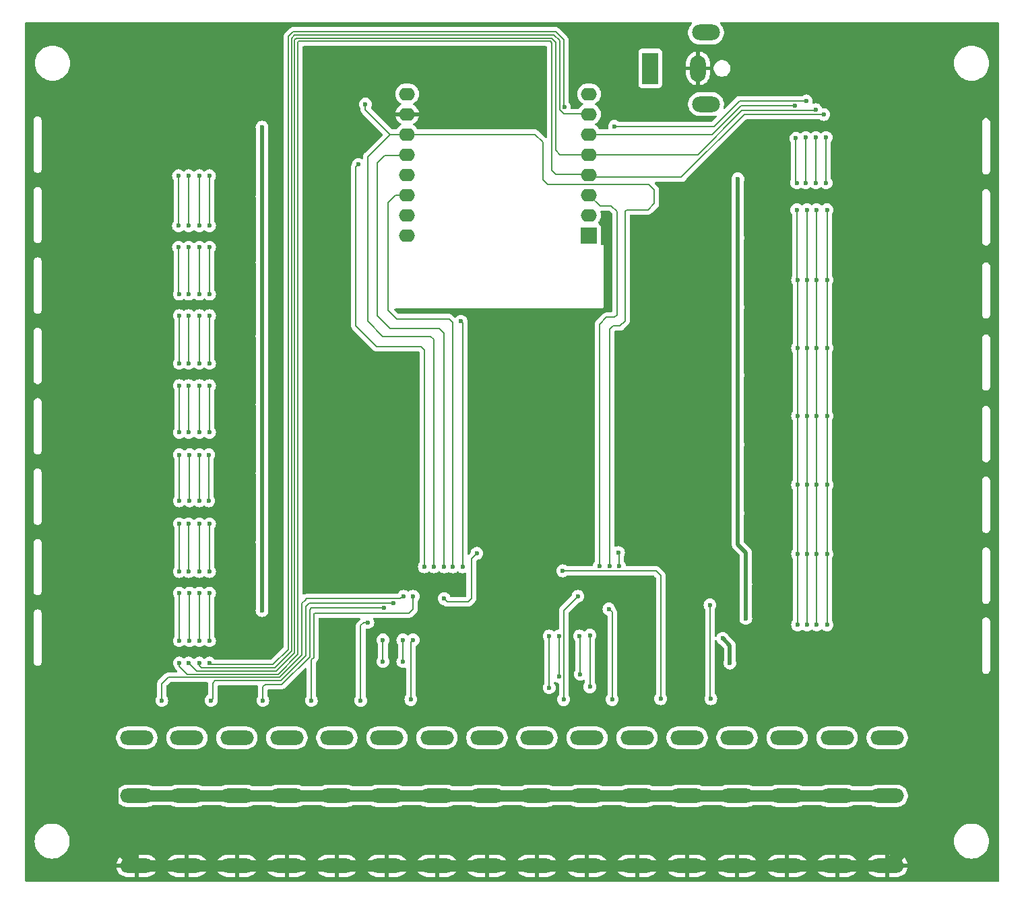
<source format=gbr>
%TF.GenerationSoftware,KiCad,Pcbnew,8.0.5*%
%TF.CreationDate,2025-03-09T15:17:30+08:00*%
%TF.ProjectId,hardware,68617264-7761-4726-952e-6b696361645f,rev?*%
%TF.SameCoordinates,Original*%
%TF.FileFunction,Copper,L2,Bot*%
%TF.FilePolarity,Positive*%
%FSLAX46Y46*%
G04 Gerber Fmt 4.6, Leading zero omitted, Abs format (unit mm)*
G04 Created by KiCad (PCBNEW 8.0.5) date 2025-03-09 15:17:30*
%MOMM*%
%LPD*%
G01*
G04 APERTURE LIST*
%TA.AperFunction,ComponentPad*%
%ADD10R,2.000000X4.000000*%
%TD*%
%TA.AperFunction,ComponentPad*%
%ADD11O,2.000000X3.300000*%
%TD*%
%TA.AperFunction,ComponentPad*%
%ADD12O,3.500000X2.000000*%
%TD*%
%TA.AperFunction,ComponentPad*%
%ADD13R,2.000000X2.000000*%
%TD*%
%TA.AperFunction,ComponentPad*%
%ADD14O,2.000000X1.600000*%
%TD*%
%TA.AperFunction,ComponentPad*%
%ADD15O,4.200000X1.800000*%
%TD*%
%TA.AperFunction,ViaPad*%
%ADD16C,0.600000*%
%TD*%
%TA.AperFunction,Conductor*%
%ADD17C,0.500000*%
%TD*%
%TA.AperFunction,Conductor*%
%ADD18C,1.400000*%
%TD*%
%TA.AperFunction,Conductor*%
%ADD19C,0.200000*%
%TD*%
G04 APERTURE END LIST*
D10*
%TO.P,J2,1*%
%TO.N,RED*%
X237000000Y-49800000D03*
D11*
%TO.P,J2,2*%
%TO.N,GND*%
X243000000Y-49800000D03*
D12*
%TO.P,J2,MP*%
%TO.N,N/C*%
X244000000Y-54300000D03*
X244000000Y-45300000D03*
%TD*%
D13*
%TO.P,U1,1,~{RST}*%
%TO.N,unconnected-(U1-~{RST}-Pad1)*%
X229290000Y-70800000D03*
D14*
%TO.P,U1,2,A0*%
%TO.N,unconnected-(U1-A0-Pad2)*%
X229290000Y-68260000D03*
%TO.P,U1,3,D0*%
%TO.N,A*%
X229290000Y-65720000D03*
%TO.P,U1,4,SCK/D5*%
%TO.N,IN1*%
X229290000Y-63180000D03*
%TO.P,U1,5,MISO/D6*%
%TO.N,IN2*%
X229290000Y-60640000D03*
%TO.P,U1,6,MOSI/D7*%
%TO.N,IN4*%
X229290000Y-58100000D03*
%TO.P,U1,7,CS/D8*%
%TO.N,IN3*%
X229290000Y-55560000D03*
%TO.P,U1,8,3V3*%
%TO.N,unconnected-(U1-3V3-Pad8)*%
X229290000Y-53020000D03*
%TO.P,U1,9,5V*%
%TO.N,RED*%
X206430000Y-53020000D03*
%TO.P,U1,10,GND*%
%TO.N,GND*%
X206430000Y-55560000D03*
%TO.P,U1,11,D4*%
%TO.N,B*%
X206430000Y-58100000D03*
%TO.P,U1,12,D3*%
%TO.N,C*%
X206430000Y-60640000D03*
%TO.P,U1,13,SDA/D2*%
%TO.N,MUX2COM*%
X206430000Y-63180000D03*
%TO.P,U1,14,SCL/D1*%
%TO.N,MUX1COM*%
X206430000Y-65720000D03*
%TO.P,U1,15,RX*%
%TO.N,unconnected-(U1-RX-Pad15)*%
X206430000Y-68260000D03*
%TO.P,U1,16,TX*%
%TO.N,unconnected-(U1-TX-Pad16)*%
X206430000Y-70800000D03*
%TD*%
D15*
%TO.P,SW6,1,A*%
%TO.N,GND*%
X203893340Y-150100000D03*
%TO.P,SW6,2,B*%
%TO.N,SW6*%
X203893340Y-134000000D03*
%TO.P,SW6,3,C*%
%TO.N,RED*%
X203893340Y-141300000D03*
%TD*%
%TO.P,SW11,1,A*%
%TO.N,GND*%
X235326670Y-150100000D03*
%TO.P,SW11,2,B*%
%TO.N,SW11*%
X235326670Y-134000000D03*
%TO.P,SW11,3,C*%
%TO.N,RED*%
X235326670Y-141300000D03*
%TD*%
%TO.P,SW12,1,A*%
%TO.N,GND*%
X241613336Y-150100000D03*
%TO.P,SW12,2,B*%
%TO.N,SW12*%
X241613336Y-134000000D03*
%TO.P,SW12,3,C*%
%TO.N,RED*%
X241613336Y-141300000D03*
%TD*%
%TO.P,SW14,1,A*%
%TO.N,GND*%
X254186668Y-150100000D03*
%TO.P,SW14,2,B*%
%TO.N,SW14*%
X254186668Y-134000000D03*
%TO.P,SW14,3,C*%
%TO.N,RED*%
X254186668Y-141300000D03*
%TD*%
%TO.P,SW7,1,A*%
%TO.N,GND*%
X210180006Y-150100000D03*
%TO.P,SW7,2,B*%
%TO.N,SW7*%
X210180006Y-134000000D03*
%TO.P,SW7,3,C*%
%TO.N,RED*%
X210180006Y-141300000D03*
%TD*%
%TO.P,SW4,1,A*%
%TO.N,GND*%
X191320008Y-150100000D03*
%TO.P,SW4,2,B*%
%TO.N,SW4*%
X191320008Y-134000000D03*
%TO.P,SW4,3,C*%
%TO.N,RED*%
X191320008Y-141300000D03*
%TD*%
%TO.P,SW15,1,A*%
%TO.N,GND*%
X260473334Y-150100000D03*
%TO.P,SW15,2,B*%
%TO.N,SW15*%
X260473334Y-134000000D03*
%TO.P,SW15,3,C*%
%TO.N,RED*%
X260473334Y-141300000D03*
%TD*%
%TO.P,SW10,1,A*%
%TO.N,GND*%
X229040004Y-150100000D03*
%TO.P,SW10,2,B*%
%TO.N,SW10*%
X229040004Y-134000000D03*
%TO.P,SW10,3,C*%
%TO.N,RED*%
X229040004Y-141300000D03*
%TD*%
%TO.P,SW8,1,A*%
%TO.N,GND*%
X216466672Y-150100000D03*
%TO.P,SW8,2,B*%
%TO.N,SW8*%
X216466672Y-134000000D03*
%TO.P,SW8,3,C*%
%TO.N,RED*%
X216466672Y-141300000D03*
%TD*%
%TO.P,SW9,1,A*%
%TO.N,GND*%
X222753338Y-150100000D03*
%TO.P,SW9,2,B*%
%TO.N,SW9*%
X222753338Y-134000000D03*
%TO.P,SW9,3,C*%
%TO.N,RED*%
X222753338Y-141300000D03*
%TD*%
%TO.P,SW16,1,A*%
%TO.N,GND*%
X266760000Y-150100000D03*
%TO.P,SW16,2,B*%
%TO.N,SW16*%
X266760000Y-134000000D03*
%TO.P,SW16,3,C*%
%TO.N,RED*%
X266760000Y-141300000D03*
%TD*%
%TO.P,SW2,1,A*%
%TO.N,GND*%
X178746676Y-150100000D03*
%TO.P,SW2,2,B*%
%TO.N,SW2*%
X178746676Y-134000000D03*
%TO.P,SW2,3,C*%
%TO.N,RED*%
X178746676Y-141300000D03*
%TD*%
%TO.P,SW5,1,A*%
%TO.N,GND*%
X197606674Y-150100000D03*
%TO.P,SW5,2,B*%
%TO.N,SW5*%
X197606674Y-134000000D03*
%TO.P,SW5,3,C*%
%TO.N,RED*%
X197606674Y-141300000D03*
%TD*%
%TO.P,SW13,1,A*%
%TO.N,GND*%
X247900002Y-150100000D03*
%TO.P,SW13,2,B*%
%TO.N,SW13*%
X247900002Y-134000000D03*
%TO.P,SW13,3,C*%
%TO.N,RED*%
X247900002Y-141300000D03*
%TD*%
%TO.P,SW1,1,A*%
%TO.N,GND*%
X172460010Y-150100000D03*
%TO.P,SW1,2,B*%
%TO.N,SW1*%
X172460010Y-134000000D03*
%TO.P,SW1,3,C*%
%TO.N,RED*%
X172460010Y-141300000D03*
%TD*%
%TO.P,SW3,1,A*%
%TO.N,GND*%
X185033342Y-150100000D03*
%TO.P,SW3,2,B*%
%TO.N,SW3*%
X185033342Y-134000000D03*
%TO.P,SW3,3,C*%
%TO.N,RED*%
X185033342Y-141300000D03*
%TD*%
D16*
%TO.N,RED*%
X248000000Y-88400000D03*
X247000000Y-124600000D03*
X248000000Y-79800000D03*
X248000000Y-63700000D03*
X188200000Y-92100000D03*
X249000000Y-114700000D03*
X188200000Y-109400000D03*
X188200000Y-118000000D03*
X188200000Y-83500000D03*
X248000000Y-105700000D03*
X188200000Y-74200000D03*
X188200000Y-57200000D03*
X248000000Y-71100000D03*
X249000000Y-119000000D03*
X188200000Y-100700000D03*
X248000000Y-97100000D03*
X246100000Y-121500000D03*
X188200000Y-65900000D03*
%TO.N,SW1*%
X206000000Y-116200000D03*
X175600000Y-129300000D03*
%TO.N,GND*%
X169400000Y-136900000D03*
X246300000Y-126000000D03*
X248100000Y-59900000D03*
X250200000Y-59200000D03*
%TO.N,SW2*%
X204700000Y-117100000D03*
X181800000Y-129300000D03*
%TO.N,SW3*%
X188300000Y-129300000D03*
X203500000Y-117700000D03*
%TO.N,SW4*%
X194400000Y-129300000D03*
X207200000Y-116200000D03*
%TO.N,SW5*%
X201500000Y-119500000D03*
X200600000Y-129300000D03*
%TO.N,SW6*%
X206900000Y-129200000D03*
X207200000Y-121700000D03*
%TO.N,SW7*%
X203400000Y-121700000D03*
X203400000Y-124400000D03*
%TO.N,SW8*%
X205900000Y-124400000D03*
X205900000Y-121700000D03*
%TO.N,SW9*%
X226100000Y-129200000D03*
X227900000Y-116200000D03*
%TO.N,SW10*%
X231800000Y-117800000D03*
X232200000Y-129200000D03*
%TO.N,SW11*%
X238300000Y-129100000D03*
X226000000Y-113000000D03*
%TO.N,SW12*%
X244500000Y-117300000D03*
X244600000Y-129100000D03*
%TO.N,SW13*%
X224300000Y-127700000D03*
X224300000Y-121200000D03*
%TO.N,SW14*%
X229400000Y-127600000D03*
X229400000Y-121100000D03*
%TO.N,SW15*%
X225500000Y-121200000D03*
X225500000Y-126300000D03*
%TO.N,SW16*%
X228100000Y-121200000D03*
X228200000Y-126000000D03*
%TO.N,C*%
X233100000Y-112400000D03*
X211100000Y-112500000D03*
X211100000Y-116500000D03*
X215200000Y-110800000D03*
X233000000Y-110700000D03*
%TO.N,MUX2COM*%
X213200000Y-81600000D03*
X213400000Y-112500000D03*
%TO.N,MUX1COM*%
X212200000Y-112500000D03*
%TO.N,IN2*%
X179000000Y-69600000D03*
X179000000Y-86900000D03*
X257900000Y-102200000D03*
X257800000Y-55000000D03*
X179100000Y-98400000D03*
X179000000Y-78200000D03*
X179100000Y-115800000D03*
X179100000Y-104200000D03*
X257900000Y-85000000D03*
X257800000Y-58500000D03*
X179000000Y-89700000D03*
X257900000Y-119800000D03*
X179000000Y-113100000D03*
X179000000Y-107100000D03*
X257900000Y-67600000D03*
X179000000Y-72300000D03*
X179000000Y-95600000D03*
X257800000Y-64200000D03*
X257900000Y-76400000D03*
X257900000Y-93500000D03*
X179000000Y-80900000D03*
X179100000Y-121800000D03*
X179000000Y-124600000D03*
X257900000Y-110900000D03*
X179000000Y-63300000D03*
%TO.N,IN4*%
X255500000Y-102200000D03*
X181600000Y-107100000D03*
X181500000Y-104200000D03*
X255300000Y-58600000D03*
X181600000Y-86900000D03*
X255500000Y-76400000D03*
X255400000Y-67600000D03*
X255500000Y-93500000D03*
X181500000Y-98400000D03*
X255400000Y-64200000D03*
X226200000Y-54700000D03*
X181600000Y-121800000D03*
X181600000Y-78200000D03*
X181600000Y-69600000D03*
X181600000Y-80900000D03*
X255500000Y-119800000D03*
X255500000Y-85000000D03*
X181600000Y-89700000D03*
X255500000Y-110900000D03*
X181600000Y-72300000D03*
X181600000Y-95600000D03*
X181600000Y-63300000D03*
X181600000Y-113100000D03*
X181600000Y-115800000D03*
X181600000Y-124600000D03*
X255200000Y-54500000D03*
%TO.N,B*%
X201200000Y-54300000D03*
X231900000Y-112400000D03*
X209800000Y-112500000D03*
%TO.N,IN1*%
X177700000Y-69600000D03*
X177700000Y-63300000D03*
X177800000Y-107100000D03*
X259200000Y-85000000D03*
X259200000Y-93500000D03*
X177800000Y-104200000D03*
X259200000Y-76400000D03*
X177800000Y-113100000D03*
X177800000Y-78200000D03*
X177800000Y-80900000D03*
X258800000Y-55600000D03*
X177800000Y-98400000D03*
X177800000Y-95600000D03*
X259200000Y-119800000D03*
X177800000Y-86900000D03*
X177800000Y-89700000D03*
X177800000Y-124600000D03*
X259100000Y-58500000D03*
X177800000Y-115800000D03*
X259200000Y-67600000D03*
X259100000Y-64200000D03*
X259200000Y-102200000D03*
X259200000Y-110900000D03*
X177800000Y-121800000D03*
X177700000Y-72300000D03*
%TO.N,IN3*%
X180300000Y-107100000D03*
X256700000Y-85000000D03*
X256500000Y-58500000D03*
X180300000Y-89700000D03*
X180300000Y-72300000D03*
X256700000Y-110900000D03*
X180300000Y-95600000D03*
X256700000Y-119800000D03*
X180300000Y-113100000D03*
X232500000Y-57100000D03*
X256500000Y-64200000D03*
X256700000Y-102200000D03*
X256700000Y-93500000D03*
X180300000Y-63300000D03*
X180300000Y-80900000D03*
X180300000Y-124600000D03*
X180300000Y-78200000D03*
X180300000Y-98400000D03*
X180300000Y-69600000D03*
X180300000Y-104200000D03*
X180300000Y-86900000D03*
X256700000Y-67600000D03*
X256600000Y-53900000D03*
X256700000Y-76400000D03*
X180300000Y-115800000D03*
X180300000Y-121800000D03*
%TO.N,A*%
X208600000Y-112500000D03*
X200300000Y-61900000D03*
X230600000Y-112400000D03*
%TD*%
D17*
%TO.N,RED*%
X248000000Y-71100000D02*
X248000000Y-79800000D01*
X188200000Y-100700000D02*
X188200000Y-109400000D01*
D18*
X178746676Y-141300000D02*
X185033342Y-141300000D01*
D17*
X247000000Y-124600000D02*
X247000000Y-122400000D01*
X188200000Y-92100000D02*
X188200000Y-100700000D01*
X249000000Y-110700000D02*
X249000000Y-114700000D01*
D18*
X197606674Y-141300000D02*
X203893340Y-141300000D01*
D17*
X248000000Y-63700000D02*
X248000000Y-71100000D01*
X188200000Y-57200000D02*
X188200000Y-65900000D01*
D18*
X210180006Y-141300000D02*
X216466672Y-141300000D01*
X235326670Y-141300000D02*
X241613336Y-141300000D01*
X172460010Y-141300000D02*
X178746676Y-141300000D01*
X203893340Y-141300000D02*
X210180006Y-141300000D01*
D17*
X249000000Y-114700000D02*
X249000000Y-119000000D01*
X188200000Y-83500000D02*
X188200000Y-92100000D01*
D18*
X260473334Y-141300000D02*
X266760000Y-141300000D01*
X229040004Y-141300000D02*
X235326670Y-141300000D01*
D17*
X248000000Y-105700000D02*
X248000000Y-109700000D01*
D18*
X241613336Y-141300000D02*
X247900002Y-141300000D01*
D17*
X248000000Y-97100000D02*
X248000000Y-105700000D01*
X188200000Y-65900000D02*
X188200000Y-74200000D01*
X188200000Y-109400000D02*
X188200000Y-118000000D01*
D18*
X191320008Y-141300000D02*
X197606674Y-141300000D01*
D17*
X248000000Y-88400000D02*
X248000000Y-97100000D01*
X247000000Y-122400000D02*
X246100000Y-121500000D01*
X248000000Y-79800000D02*
X248000000Y-88400000D01*
X188200000Y-74200000D02*
X188200000Y-83500000D01*
D18*
X216466672Y-141300000D02*
X222753338Y-141300000D01*
X185033342Y-141300000D02*
X191320008Y-141300000D01*
X254186668Y-141300000D02*
X260473334Y-141300000D01*
X222753338Y-141300000D02*
X229040004Y-141300000D01*
D17*
X248000000Y-109700000D02*
X249000000Y-110700000D01*
D18*
X247900002Y-141300000D02*
X254186668Y-141300000D01*
D19*
X206280000Y-53020000D02*
X206430000Y-53020000D01*
%TO.N,SW1*%
X175600000Y-129300000D02*
X175600000Y-127200000D01*
X193600000Y-116700000D02*
X193800000Y-116500000D01*
X190400000Y-126400000D02*
X193200000Y-123600000D01*
X193800000Y-116500000D02*
X205600000Y-116500000D01*
X176400000Y-126400000D02*
X190400000Y-126400000D01*
X205600000Y-116500000D02*
X205900000Y-116200000D01*
X175600000Y-127200000D02*
X176400000Y-126400000D01*
X193200000Y-117100000D02*
X193600000Y-116700000D01*
X205900000Y-116200000D02*
X206000000Y-116200000D01*
X193200000Y-123600000D02*
X193200000Y-117100000D01*
D18*
%TO.N,GND*%
X246300000Y-126000000D02*
X248000000Y-127700000D01*
D17*
X250200000Y-59200000D02*
X249500000Y-59900000D01*
D18*
X229040004Y-150100000D02*
X235326670Y-150100000D01*
X191320008Y-150100000D02*
X197606674Y-150100000D01*
X178746676Y-150100000D02*
X185033342Y-150100000D01*
X169400000Y-136900000D02*
X169400000Y-147039990D01*
X210180006Y-150100000D02*
X216466672Y-150100000D01*
X277700000Y-127700000D02*
X277700000Y-139160000D01*
D17*
X249500000Y-59900000D02*
X248100000Y-59900000D01*
D18*
X235326670Y-150100000D02*
X241613336Y-150100000D01*
D19*
X206620000Y-55750000D02*
X206430000Y-55560000D01*
D18*
X254186668Y-150100000D02*
X260473334Y-150100000D01*
X203893340Y-150100000D02*
X210180006Y-150100000D01*
X185033342Y-150100000D02*
X191320008Y-150100000D01*
X197606674Y-150100000D02*
X203893340Y-150100000D01*
X248000000Y-127700000D02*
X277700000Y-127700000D01*
X169400000Y-147039990D02*
X172460010Y-150100000D01*
X247900002Y-150100000D02*
X254186668Y-150100000D01*
X260473334Y-150100000D02*
X266760000Y-150100000D01*
X216466672Y-150100000D02*
X222753338Y-150100000D01*
X172460010Y-150100000D02*
X178746676Y-150100000D01*
X222753338Y-150100000D02*
X229040004Y-150100000D01*
X241613336Y-150100000D02*
X247900002Y-150100000D01*
X277700000Y-139160000D02*
X266760000Y-150100000D01*
D19*
%TO.N,SW2*%
X181800000Y-129300000D02*
X182000000Y-129100000D01*
X193700000Y-123665686D02*
X193700000Y-117500000D01*
X193700000Y-117500000D02*
X194100000Y-117100000D01*
X182000000Y-129100000D02*
X182000000Y-127100000D01*
X182300000Y-126800000D02*
X190565686Y-126800000D01*
X182000000Y-127100000D02*
X182300000Y-126800000D01*
X194100000Y-117100000D02*
X204700000Y-117100000D01*
X190565686Y-126800000D02*
X193700000Y-123665686D01*
%TO.N,SW3*%
X190700000Y-127300000D02*
X194200000Y-123800000D01*
X188300000Y-127600000D02*
X188600000Y-127300000D01*
X194400000Y-117700000D02*
X203500000Y-117700000D01*
X194200000Y-117900000D02*
X194400000Y-117700000D01*
X188300000Y-129300000D02*
X188300000Y-127600000D01*
X194200000Y-123800000D02*
X194200000Y-117900000D01*
X188600000Y-127300000D02*
X190700000Y-127300000D01*
%TO.N,SW4*%
X194800000Y-118300000D02*
X206700000Y-118300000D01*
X194700000Y-123900000D02*
X194700000Y-118400000D01*
X207200000Y-117800000D02*
X207200000Y-116200000D01*
X194400000Y-129300000D02*
X194400000Y-124200000D01*
X194700000Y-118400000D02*
X194800000Y-118300000D01*
X194400000Y-124200000D02*
X194700000Y-123900000D01*
X206700000Y-118300000D02*
X207200000Y-117800000D01*
%TO.N,SW5*%
X201000000Y-119500000D02*
X201500000Y-119500000D01*
X200600000Y-119900000D02*
X201000000Y-119500000D01*
X200600000Y-129300000D02*
X200600000Y-119900000D01*
%TO.N,SW6*%
X207200000Y-121700000D02*
X206900000Y-122000000D01*
X206900000Y-122000000D02*
X206900000Y-129200000D01*
%TO.N,SW7*%
X203400000Y-124400000D02*
X203400000Y-121700000D01*
%TO.N,SW8*%
X205900000Y-124400000D02*
X205900000Y-121700000D01*
%TO.N,SW9*%
X226100000Y-118000000D02*
X227900000Y-116200000D01*
X226100000Y-129200000D02*
X226100000Y-118000000D01*
%TO.N,SW10*%
X232200000Y-118200000D02*
X231800000Y-117800000D01*
X232200000Y-129200000D02*
X232200000Y-118200000D01*
%TO.N,SW11*%
X226000000Y-113000000D02*
X237700000Y-113000000D01*
X238300000Y-113600000D02*
X238300000Y-129100000D01*
X237700000Y-113000000D02*
X238300000Y-113600000D01*
%TO.N,SW12*%
X244500000Y-129000000D02*
X244600000Y-129100000D01*
X244500000Y-117300000D02*
X244500000Y-129000000D01*
%TO.N,SW13*%
X224300000Y-127700000D02*
X224300000Y-121200000D01*
%TO.N,SW14*%
X229400000Y-127600000D02*
X229400000Y-121100000D01*
%TO.N,SW15*%
X225500000Y-126300000D02*
X225500000Y-121200000D01*
%TO.N,SW16*%
X228200000Y-126000000D02*
X228200000Y-121300000D01*
X228200000Y-121300000D02*
X228100000Y-121200000D01*
%TO.N,C*%
X211500000Y-116900000D02*
X211100000Y-116500000D01*
X203600000Y-60800000D02*
X206270000Y-60800000D01*
X210500000Y-82500000D02*
X204300000Y-82500000D01*
X202700000Y-80900000D02*
X202700000Y-61700000D01*
X202700000Y-61700000D02*
X203600000Y-60800000D01*
X204300000Y-82500000D02*
X202700000Y-80900000D01*
X233100000Y-112400000D02*
X233100000Y-110800000D01*
X214500000Y-116500000D02*
X214100000Y-116900000D01*
X206270000Y-60800000D02*
X206430000Y-60640000D01*
X214500000Y-111500000D02*
X214500000Y-116500000D01*
X233100000Y-110800000D02*
X233000000Y-110700000D01*
X215200000Y-110800000D02*
X214500000Y-111500000D01*
X211100000Y-112500000D02*
X211100000Y-83100000D01*
X211100000Y-83100000D02*
X210500000Y-82500000D01*
X214100000Y-116900000D02*
X211500000Y-116900000D01*
%TO.N,MUX2COM*%
X213400000Y-81800000D02*
X213200000Y-81600000D01*
X213400000Y-112500000D02*
X213400000Y-81800000D01*
%TO.N,MUX1COM*%
X204980000Y-65720000D02*
X206430000Y-65720000D01*
X204000000Y-66700000D02*
X204980000Y-65720000D01*
X204000000Y-80200000D02*
X204000000Y-66700000D01*
X212200000Y-81800000D02*
X211700000Y-81300000D01*
X205100000Y-81300000D02*
X204000000Y-80200000D01*
X211700000Y-81300000D02*
X205100000Y-81300000D01*
X212200000Y-112500000D02*
X212200000Y-81800000D01*
%TO.N,IN2*%
X179000000Y-89700000D02*
X179000000Y-95600000D01*
X192300000Y-46200000D02*
X192500000Y-46000000D01*
X242960000Y-60640000D02*
X229290000Y-60640000D01*
X192500000Y-46000000D02*
X224600000Y-46000000D01*
X257900000Y-93500000D02*
X257900000Y-98600000D01*
X179100000Y-115800000D02*
X179100000Y-121800000D01*
X257900000Y-102200000D02*
X257900000Y-110900000D01*
X190000000Y-125600000D02*
X192300000Y-123300000D01*
X248500000Y-55100000D02*
X242960000Y-60640000D01*
X257800000Y-58500000D02*
X257800000Y-64200000D01*
X179000000Y-80900000D02*
X179000000Y-86900000D01*
X192300000Y-123300000D02*
X192300000Y-46200000D01*
X257900000Y-85000000D02*
X257900000Y-93500000D01*
X257900000Y-98600000D02*
X257900000Y-102200000D01*
X179000000Y-72300000D02*
X179000000Y-78200000D01*
X257900000Y-110900000D02*
X257900000Y-119800000D01*
X179000000Y-107100000D02*
X179000000Y-113100000D01*
X224600000Y-46000000D02*
X225100000Y-46500000D01*
X250500000Y-55100000D02*
X248500000Y-55100000D01*
X225100000Y-46500000D02*
X225100000Y-60100000D01*
X257900000Y-67600000D02*
X257900000Y-76400000D01*
X225640000Y-60640000D02*
X229290000Y-60640000D01*
X250500000Y-55100000D02*
X257700000Y-55100000D01*
X257700000Y-55100000D02*
X257800000Y-55000000D01*
X179000000Y-69600000D02*
X179000000Y-63300000D01*
X180000000Y-125600000D02*
X190000000Y-125600000D01*
X179100000Y-98400000D02*
X179100000Y-104200000D01*
X257900000Y-76400000D02*
X257900000Y-85000000D01*
X225100000Y-60100000D02*
X225640000Y-60640000D01*
X179000000Y-124600000D02*
X180000000Y-125600000D01*
%TO.N,IN4*%
X181600000Y-107100000D02*
X181600000Y-113100000D01*
X181600000Y-80900000D02*
X181600000Y-86900000D01*
X192100000Y-45200000D02*
X225100000Y-45200000D01*
X181800000Y-124800000D02*
X189600000Y-124800000D01*
X225100000Y-45200000D02*
X226100000Y-46200000D01*
X191500000Y-122900000D02*
X191500000Y-45800000D01*
X181600000Y-89700000D02*
X181600000Y-95600000D01*
X255300000Y-58600000D02*
X255300000Y-64100000D01*
X255400000Y-67600000D02*
X255400000Y-76300000D01*
X181600000Y-72300000D02*
X181600000Y-78200000D01*
X250400000Y-54500000D02*
X248400000Y-54500000D01*
X250400000Y-54500000D02*
X255200000Y-54500000D01*
X248400000Y-54500000D02*
X244800000Y-58100000D01*
X255500000Y-85000000D02*
X255500000Y-93500000D01*
X244800000Y-58100000D02*
X229290000Y-58100000D01*
X191500000Y-45800000D02*
X192000000Y-45300000D01*
X255500000Y-102200000D02*
X255500000Y-110900000D01*
X192000000Y-45300000D02*
X192100000Y-45200000D01*
X181600000Y-69600000D02*
X181600000Y-63300000D01*
X189600000Y-124800000D02*
X191500000Y-122900000D01*
X255400000Y-76300000D02*
X255500000Y-76400000D01*
X181500000Y-98400000D02*
X181500000Y-104200000D01*
X255500000Y-110900000D02*
X255500000Y-119800000D01*
X255500000Y-76400000D02*
X255500000Y-85000000D01*
X226100000Y-46200000D02*
X226100000Y-54600000D01*
X181600000Y-124600000D02*
X181800000Y-124800000D01*
X181600000Y-115800000D02*
X181600000Y-121800000D01*
X255500000Y-93500000D02*
X255500000Y-102200000D01*
X226100000Y-54600000D02*
X226200000Y-54700000D01*
X255300000Y-64100000D02*
X255400000Y-64200000D01*
%TO.N,B*%
X222500000Y-58100000D02*
X206430000Y-58100000D01*
X233800000Y-81600000D02*
X233800000Y-67800000D01*
X209800000Y-112500000D02*
X209800000Y-83900000D01*
X203400000Y-83500000D02*
X201500000Y-81600000D01*
X201500000Y-60900000D02*
X204300000Y-58100000D01*
X236700000Y-67600000D02*
X237500000Y-66800000D01*
X233200000Y-82200000D02*
X233800000Y-81600000D01*
X201200000Y-55000000D02*
X201200000Y-54300000D01*
X204300000Y-58100000D02*
X206430000Y-58100000D01*
X231900000Y-82600000D02*
X232300000Y-82200000D01*
X204300000Y-58100000D02*
X201200000Y-55000000D01*
X237500000Y-65100000D02*
X236800000Y-64400000D01*
X223500000Y-63800000D02*
X223500000Y-59100000D01*
X233800000Y-67800000D02*
X234000000Y-67600000D01*
X231900000Y-112400000D02*
X231900000Y-82600000D01*
X236800000Y-64400000D02*
X224100000Y-64400000D01*
X206830000Y-58500000D02*
X206430000Y-58100000D01*
X209400000Y-83500000D02*
X203400000Y-83500000D01*
X237500000Y-66800000D02*
X237500000Y-65100000D01*
X224100000Y-64400000D02*
X223500000Y-63800000D01*
X234000000Y-67600000D02*
X236700000Y-67600000D01*
X223500000Y-59100000D02*
X222500000Y-58100000D01*
X232300000Y-82200000D02*
X233200000Y-82200000D01*
X201500000Y-81600000D02*
X201500000Y-60900000D01*
X209800000Y-83900000D02*
X209400000Y-83500000D01*
%TO.N,IN1*%
X177800000Y-80900000D02*
X177800000Y-86900000D01*
X190200000Y-126000000D02*
X192700000Y-123500000D01*
X177700000Y-69600000D02*
X177700000Y-63300000D01*
X192700000Y-123500000D02*
X192700000Y-46500000D01*
X224600000Y-62600000D02*
X225100000Y-63100000D01*
X259200000Y-76400000D02*
X259200000Y-85000000D01*
X224400000Y-46400000D02*
X224600000Y-46600000D01*
X240900000Y-63500000D02*
X229610000Y-63500000D01*
X177800000Y-107100000D02*
X177800000Y-113100000D01*
X177700000Y-78100000D02*
X177800000Y-78200000D01*
X192800000Y-46400000D02*
X224400000Y-46400000D01*
X177800000Y-98400000D02*
X177800000Y-104200000D01*
X258600000Y-55600000D02*
X258800000Y-55600000D01*
X259200000Y-110900000D02*
X259200000Y-119800000D01*
X177800000Y-124600000D02*
X177800000Y-125000000D01*
X229610000Y-63500000D02*
X229290000Y-63180000D01*
X259200000Y-88400000D02*
X259200000Y-93500000D01*
X177800000Y-115800000D02*
X177800000Y-121800000D01*
X259100000Y-58500000D02*
X259100000Y-64200000D01*
X259200000Y-85000000D02*
X259200000Y-88400000D01*
X178800000Y-126000000D02*
X190200000Y-126000000D01*
X259200000Y-102200000D02*
X259200000Y-110900000D01*
X177800000Y-125000000D02*
X178800000Y-126000000D01*
X225100000Y-63100000D02*
X229210000Y-63100000D01*
X259200000Y-67600000D02*
X259200000Y-76400000D01*
X177700000Y-72300000D02*
X177700000Y-78100000D01*
X192700000Y-46500000D02*
X192800000Y-46400000D01*
X259200000Y-93500000D02*
X259200000Y-102200000D01*
X229210000Y-63100000D02*
X229290000Y-63180000D01*
X248800000Y-55600000D02*
X240900000Y-63500000D01*
X177800000Y-89700000D02*
X177800000Y-95600000D01*
X224600000Y-46600000D02*
X224600000Y-62600000D01*
X258600000Y-55600000D02*
X248800000Y-55600000D01*
%TO.N,IN3*%
X232500000Y-57100000D02*
X245000000Y-57100000D01*
X191900000Y-46000000D02*
X192300000Y-45600000D01*
X189800000Y-125200000D02*
X191900000Y-123100000D01*
X225600000Y-46300000D02*
X225600000Y-55000000D01*
X180300000Y-98400000D02*
X180300000Y-104200000D01*
X256700000Y-102200000D02*
X256700000Y-110900000D01*
X225600000Y-55000000D02*
X226100000Y-55500000D01*
X256500000Y-58500000D02*
X256500000Y-64200000D01*
X180300000Y-115800000D02*
X180300000Y-121800000D01*
X256700000Y-93500000D02*
X256700000Y-102200000D01*
X180300000Y-72300000D02*
X180300000Y-78200000D01*
X229230000Y-55500000D02*
X229290000Y-55560000D01*
X256700000Y-67600000D02*
X256700000Y-76400000D01*
X248200000Y-53900000D02*
X250300000Y-53900000D01*
X192300000Y-45600000D02*
X224900000Y-45600000D01*
X180300000Y-107100000D02*
X180300000Y-113100000D01*
X224900000Y-45600000D02*
X225600000Y-46300000D01*
X180300000Y-80900000D02*
X180300000Y-86900000D01*
X191900000Y-123100000D02*
X191900000Y-46000000D01*
X180300000Y-89700000D02*
X180300000Y-95600000D01*
X180300000Y-124900000D02*
X180600000Y-125200000D01*
X250300000Y-53900000D02*
X256600000Y-53900000D01*
X245000000Y-57100000D02*
X248200000Y-53900000D01*
X256700000Y-85000000D02*
X256700000Y-93500000D01*
X226100000Y-55500000D02*
X229230000Y-55500000D01*
X180300000Y-69600000D02*
X180300000Y-63300000D01*
X180300000Y-124600000D02*
X180300000Y-124900000D01*
X256700000Y-76400000D02*
X256700000Y-85000000D01*
X180600000Y-125200000D02*
X189800000Y-125200000D01*
X256700000Y-110900000D02*
X256700000Y-119800000D01*
%TO.N,A*%
X230600000Y-82000000D02*
X231500000Y-81100000D01*
X200000000Y-62200000D02*
X200300000Y-61900000D01*
X200000000Y-82200000D02*
X200000000Y-62200000D01*
X232800000Y-67800000D02*
X232100000Y-67100000D01*
X230600000Y-112400000D02*
X230600000Y-82000000D01*
X230670000Y-67100000D02*
X229290000Y-65720000D01*
X202600000Y-84800000D02*
X200000000Y-82200000D01*
X232500000Y-81100000D02*
X232800000Y-80800000D01*
X208600000Y-85200000D02*
X208200000Y-84800000D01*
X231500000Y-81100000D02*
X232500000Y-81100000D01*
X232100000Y-67100000D02*
X230670000Y-67100000D01*
X208600000Y-111000000D02*
X208600000Y-85200000D01*
X232800000Y-80800000D02*
X232800000Y-67800000D01*
X208600000Y-112500000D02*
X208600000Y-111000000D01*
X208200000Y-84800000D02*
X202600000Y-84800000D01*
%TD*%
%TA.AperFunction,Conductor*%
%TO.N,GND*%
G36*
X242206124Y-44009211D02*
G01*
X242251879Y-44062015D01*
X242261823Y-44131173D01*
X242232798Y-44194729D01*
X242226766Y-44201207D01*
X242105485Y-44322487D01*
X242105485Y-44322488D01*
X242105483Y-44322490D01*
X242045862Y-44404550D01*
X241966657Y-44513566D01*
X241859433Y-44724003D01*
X241786446Y-44948631D01*
X241749500Y-45181902D01*
X241749500Y-45418097D01*
X241786446Y-45651368D01*
X241859433Y-45875996D01*
X241906421Y-45968214D01*
X241966657Y-46086433D01*
X242105483Y-46277510D01*
X242272490Y-46444517D01*
X242463567Y-46583343D01*
X242562991Y-46634002D01*
X242674003Y-46690566D01*
X242674005Y-46690566D01*
X242674008Y-46690568D01*
X242794412Y-46729689D01*
X242898631Y-46763553D01*
X243131903Y-46800500D01*
X243131908Y-46800500D01*
X244868097Y-46800500D01*
X245101368Y-46763553D01*
X245325992Y-46690568D01*
X245536433Y-46583343D01*
X245727510Y-46444517D01*
X245894517Y-46277510D01*
X246033343Y-46086433D01*
X246140568Y-45875992D01*
X246213553Y-45651368D01*
X246234661Y-45518096D01*
X246250500Y-45418097D01*
X246250500Y-45181902D01*
X246213553Y-44948631D01*
X246140566Y-44724003D01*
X246077128Y-44599500D01*
X246033343Y-44513567D01*
X245894517Y-44322490D01*
X245773234Y-44201207D01*
X245739749Y-44139884D01*
X245744733Y-44070192D01*
X245786605Y-44014259D01*
X245852069Y-43989842D01*
X245860915Y-43989526D01*
X280715500Y-43989526D01*
X280782539Y-44009211D01*
X280828294Y-44062015D01*
X280839500Y-44113526D01*
X280839500Y-151978683D01*
X280819815Y-152045722D01*
X280767011Y-152091477D01*
X280715500Y-152102683D01*
X158558121Y-152102683D01*
X158491082Y-152082998D01*
X158445327Y-152030194D01*
X158434121Y-151978683D01*
X158434121Y-149850000D01*
X169882155Y-149850000D01*
X170865035Y-149850000D01*
X170829940Y-149885095D01*
X170783862Y-149964905D01*
X170760010Y-150053922D01*
X170760010Y-150146078D01*
X170783862Y-150235095D01*
X170829940Y-150314905D01*
X170865035Y-150350000D01*
X169882155Y-150350000D01*
X169894483Y-150427835D01*
X169894483Y-150427838D01*
X169962577Y-150637410D01*
X170062623Y-150833760D01*
X170192152Y-151012041D01*
X170347968Y-151167857D01*
X170526249Y-151297386D01*
X170722599Y-151397432D01*
X170932174Y-151465526D01*
X171149829Y-151500000D01*
X172210010Y-151500000D01*
X172210010Y-150450000D01*
X172710010Y-150450000D01*
X172710010Y-151500000D01*
X173770191Y-151500000D01*
X173987845Y-151465526D01*
X174197420Y-151397432D01*
X174393770Y-151297386D01*
X174572051Y-151167857D01*
X174727867Y-151012041D01*
X174857396Y-150833760D01*
X174957442Y-150637410D01*
X175025536Y-150427838D01*
X175025536Y-150427835D01*
X175037865Y-150350000D01*
X174054985Y-150350000D01*
X174090080Y-150314905D01*
X174136158Y-150235095D01*
X174160010Y-150146078D01*
X174160010Y-150053922D01*
X174136158Y-149964905D01*
X174090080Y-149885095D01*
X174054985Y-149850000D01*
X175037865Y-149850000D01*
X176168821Y-149850000D01*
X177151701Y-149850000D01*
X177116606Y-149885095D01*
X177070528Y-149964905D01*
X177046676Y-150053922D01*
X177046676Y-150146078D01*
X177070528Y-150235095D01*
X177116606Y-150314905D01*
X177151701Y-150350000D01*
X176168821Y-150350000D01*
X176181149Y-150427835D01*
X176181149Y-150427838D01*
X176249243Y-150637410D01*
X176349289Y-150833760D01*
X176478818Y-151012041D01*
X176634634Y-151167857D01*
X176812915Y-151297386D01*
X177009265Y-151397432D01*
X177218840Y-151465526D01*
X177436495Y-151500000D01*
X178496676Y-151500000D01*
X178496676Y-150450000D01*
X178996676Y-150450000D01*
X178996676Y-151500000D01*
X180056857Y-151500000D01*
X180274511Y-151465526D01*
X180484086Y-151397432D01*
X180680436Y-151297386D01*
X180858717Y-151167857D01*
X181014533Y-151012041D01*
X181144062Y-150833760D01*
X181244108Y-150637410D01*
X181312202Y-150427838D01*
X181312202Y-150427835D01*
X181324531Y-150350000D01*
X180341651Y-150350000D01*
X180376746Y-150314905D01*
X180422824Y-150235095D01*
X180446676Y-150146078D01*
X180446676Y-150053922D01*
X180422824Y-149964905D01*
X180376746Y-149885095D01*
X180341651Y-149850000D01*
X181324531Y-149850000D01*
X182455487Y-149850000D01*
X183438367Y-149850000D01*
X183403272Y-149885095D01*
X183357194Y-149964905D01*
X183333342Y-150053922D01*
X183333342Y-150146078D01*
X183357194Y-150235095D01*
X183403272Y-150314905D01*
X183438367Y-150350000D01*
X182455487Y-150350000D01*
X182467815Y-150427835D01*
X182467815Y-150427838D01*
X182535909Y-150637410D01*
X182635955Y-150833760D01*
X182765484Y-151012041D01*
X182921300Y-151167857D01*
X183099581Y-151297386D01*
X183295931Y-151397432D01*
X183505506Y-151465526D01*
X183723161Y-151500000D01*
X184783342Y-151500000D01*
X184783342Y-150450000D01*
X185283342Y-150450000D01*
X185283342Y-151500000D01*
X186343523Y-151500000D01*
X186561177Y-151465526D01*
X186770752Y-151397432D01*
X186967102Y-151297386D01*
X187145383Y-151167857D01*
X187301199Y-151012041D01*
X187430728Y-150833760D01*
X187530774Y-150637410D01*
X187598868Y-150427838D01*
X187598868Y-150427835D01*
X187611197Y-150350000D01*
X186628317Y-150350000D01*
X186663412Y-150314905D01*
X186709490Y-150235095D01*
X186733342Y-150146078D01*
X186733342Y-150053922D01*
X186709490Y-149964905D01*
X186663412Y-149885095D01*
X186628317Y-149850000D01*
X187611197Y-149850000D01*
X188742153Y-149850000D01*
X189725033Y-149850000D01*
X189689938Y-149885095D01*
X189643860Y-149964905D01*
X189620008Y-150053922D01*
X189620008Y-150146078D01*
X189643860Y-150235095D01*
X189689938Y-150314905D01*
X189725033Y-150350000D01*
X188742153Y-150350000D01*
X188754481Y-150427835D01*
X188754481Y-150427838D01*
X188822575Y-150637410D01*
X188922621Y-150833760D01*
X189052150Y-151012041D01*
X189207966Y-151167857D01*
X189386247Y-151297386D01*
X189582597Y-151397432D01*
X189792172Y-151465526D01*
X190009827Y-151500000D01*
X191070008Y-151500000D01*
X191070008Y-150450000D01*
X191570008Y-150450000D01*
X191570008Y-151500000D01*
X192630189Y-151500000D01*
X192847843Y-151465526D01*
X193057418Y-151397432D01*
X193253768Y-151297386D01*
X193432049Y-151167857D01*
X193587865Y-151012041D01*
X193717394Y-150833760D01*
X193817440Y-150637410D01*
X193885534Y-150427838D01*
X193885534Y-150427835D01*
X193897863Y-150350000D01*
X192914983Y-150350000D01*
X192950078Y-150314905D01*
X192996156Y-150235095D01*
X193020008Y-150146078D01*
X193020008Y-150053922D01*
X192996156Y-149964905D01*
X192950078Y-149885095D01*
X192914983Y-149850000D01*
X193897863Y-149850000D01*
X195028819Y-149850000D01*
X196011699Y-149850000D01*
X195976604Y-149885095D01*
X195930526Y-149964905D01*
X195906674Y-150053922D01*
X195906674Y-150146078D01*
X195930526Y-150235095D01*
X195976604Y-150314905D01*
X196011699Y-150350000D01*
X195028819Y-150350000D01*
X195041147Y-150427835D01*
X195041147Y-150427838D01*
X195109241Y-150637410D01*
X195209287Y-150833760D01*
X195338816Y-151012041D01*
X195494632Y-151167857D01*
X195672913Y-151297386D01*
X195869263Y-151397432D01*
X196078838Y-151465526D01*
X196296493Y-151500000D01*
X197356674Y-151500000D01*
X197356674Y-150450000D01*
X197856674Y-150450000D01*
X197856674Y-151500000D01*
X198916855Y-151500000D01*
X199134509Y-151465526D01*
X199344084Y-151397432D01*
X199540434Y-151297386D01*
X199718715Y-151167857D01*
X199874531Y-151012041D01*
X200004060Y-150833760D01*
X200104106Y-150637410D01*
X200172200Y-150427838D01*
X200172200Y-150427835D01*
X200184529Y-150350000D01*
X199201649Y-150350000D01*
X199236744Y-150314905D01*
X199282822Y-150235095D01*
X199306674Y-150146078D01*
X199306674Y-150053922D01*
X199282822Y-149964905D01*
X199236744Y-149885095D01*
X199201649Y-149850000D01*
X200184529Y-149850000D01*
X201315485Y-149850000D01*
X202298365Y-149850000D01*
X202263270Y-149885095D01*
X202217192Y-149964905D01*
X202193340Y-150053922D01*
X202193340Y-150146078D01*
X202217192Y-150235095D01*
X202263270Y-150314905D01*
X202298365Y-150350000D01*
X201315485Y-150350000D01*
X201327813Y-150427835D01*
X201327813Y-150427838D01*
X201395907Y-150637410D01*
X201495953Y-150833760D01*
X201625482Y-151012041D01*
X201781298Y-151167857D01*
X201959579Y-151297386D01*
X202155929Y-151397432D01*
X202365504Y-151465526D01*
X202583159Y-151500000D01*
X203643340Y-151500000D01*
X203643340Y-150450000D01*
X204143340Y-150450000D01*
X204143340Y-151500000D01*
X205203521Y-151500000D01*
X205421175Y-151465526D01*
X205630750Y-151397432D01*
X205827100Y-151297386D01*
X206005381Y-151167857D01*
X206161197Y-151012041D01*
X206290726Y-150833760D01*
X206390772Y-150637410D01*
X206458866Y-150427838D01*
X206458866Y-150427835D01*
X206471195Y-150350000D01*
X205488315Y-150350000D01*
X205523410Y-150314905D01*
X205569488Y-150235095D01*
X205593340Y-150146078D01*
X205593340Y-150053922D01*
X205569488Y-149964905D01*
X205523410Y-149885095D01*
X205488315Y-149850000D01*
X206471195Y-149850000D01*
X207602151Y-149850000D01*
X208585031Y-149850000D01*
X208549936Y-149885095D01*
X208503858Y-149964905D01*
X208480006Y-150053922D01*
X208480006Y-150146078D01*
X208503858Y-150235095D01*
X208549936Y-150314905D01*
X208585031Y-150350000D01*
X207602151Y-150350000D01*
X207614479Y-150427835D01*
X207614479Y-150427838D01*
X207682573Y-150637410D01*
X207782619Y-150833760D01*
X207912148Y-151012041D01*
X208067964Y-151167857D01*
X208246245Y-151297386D01*
X208442595Y-151397432D01*
X208652170Y-151465526D01*
X208869825Y-151500000D01*
X209930006Y-151500000D01*
X209930006Y-150450000D01*
X210430006Y-150450000D01*
X210430006Y-151500000D01*
X211490187Y-151500000D01*
X211707841Y-151465526D01*
X211917416Y-151397432D01*
X212113766Y-151297386D01*
X212292047Y-151167857D01*
X212447863Y-151012041D01*
X212577392Y-150833760D01*
X212677438Y-150637410D01*
X212745532Y-150427838D01*
X212745532Y-150427835D01*
X212757861Y-150350000D01*
X211774981Y-150350000D01*
X211810076Y-150314905D01*
X211856154Y-150235095D01*
X211880006Y-150146078D01*
X211880006Y-150053922D01*
X211856154Y-149964905D01*
X211810076Y-149885095D01*
X211774981Y-149850000D01*
X212757861Y-149850000D01*
X213888817Y-149850000D01*
X214871697Y-149850000D01*
X214836602Y-149885095D01*
X214790524Y-149964905D01*
X214766672Y-150053922D01*
X214766672Y-150146078D01*
X214790524Y-150235095D01*
X214836602Y-150314905D01*
X214871697Y-150350000D01*
X213888817Y-150350000D01*
X213901145Y-150427835D01*
X213901145Y-150427838D01*
X213969239Y-150637410D01*
X214069285Y-150833760D01*
X214198814Y-151012041D01*
X214354630Y-151167857D01*
X214532911Y-151297386D01*
X214729261Y-151397432D01*
X214938836Y-151465526D01*
X215156491Y-151500000D01*
X216216672Y-151500000D01*
X216216672Y-150450000D01*
X216716672Y-150450000D01*
X216716672Y-151500000D01*
X217776853Y-151500000D01*
X217994507Y-151465526D01*
X218204082Y-151397432D01*
X218400432Y-151297386D01*
X218578713Y-151167857D01*
X218734529Y-151012041D01*
X218864058Y-150833760D01*
X218964104Y-150637410D01*
X219032198Y-150427838D01*
X219032198Y-150427835D01*
X219044527Y-150350000D01*
X218061647Y-150350000D01*
X218096742Y-150314905D01*
X218142820Y-150235095D01*
X218166672Y-150146078D01*
X218166672Y-150053922D01*
X218142820Y-149964905D01*
X218096742Y-149885095D01*
X218061647Y-149850000D01*
X219044527Y-149850000D01*
X220175483Y-149850000D01*
X221158363Y-149850000D01*
X221123268Y-149885095D01*
X221077190Y-149964905D01*
X221053338Y-150053922D01*
X221053338Y-150146078D01*
X221077190Y-150235095D01*
X221123268Y-150314905D01*
X221158363Y-150350000D01*
X220175483Y-150350000D01*
X220187811Y-150427835D01*
X220187811Y-150427838D01*
X220255905Y-150637410D01*
X220355951Y-150833760D01*
X220485480Y-151012041D01*
X220641296Y-151167857D01*
X220819577Y-151297386D01*
X221015927Y-151397432D01*
X221225502Y-151465526D01*
X221443157Y-151500000D01*
X222503338Y-151500000D01*
X222503338Y-150450000D01*
X223003338Y-150450000D01*
X223003338Y-151500000D01*
X224063519Y-151500000D01*
X224281173Y-151465526D01*
X224490748Y-151397432D01*
X224687098Y-151297386D01*
X224865379Y-151167857D01*
X225021195Y-151012041D01*
X225150724Y-150833760D01*
X225250770Y-150637410D01*
X225318864Y-150427838D01*
X225318864Y-150427835D01*
X225331193Y-150350000D01*
X224348313Y-150350000D01*
X224383408Y-150314905D01*
X224429486Y-150235095D01*
X224453338Y-150146078D01*
X224453338Y-150053922D01*
X224429486Y-149964905D01*
X224383408Y-149885095D01*
X224348313Y-149850000D01*
X225331193Y-149850000D01*
X226462149Y-149850000D01*
X227445029Y-149850000D01*
X227409934Y-149885095D01*
X227363856Y-149964905D01*
X227340004Y-150053922D01*
X227340004Y-150146078D01*
X227363856Y-150235095D01*
X227409934Y-150314905D01*
X227445029Y-150350000D01*
X226462149Y-150350000D01*
X226474477Y-150427835D01*
X226474477Y-150427838D01*
X226542571Y-150637410D01*
X226642617Y-150833760D01*
X226772146Y-151012041D01*
X226927962Y-151167857D01*
X227106243Y-151297386D01*
X227302593Y-151397432D01*
X227512168Y-151465526D01*
X227729823Y-151500000D01*
X228790004Y-151500000D01*
X228790004Y-150450000D01*
X229290004Y-150450000D01*
X229290004Y-151500000D01*
X230350185Y-151500000D01*
X230567839Y-151465526D01*
X230777414Y-151397432D01*
X230973764Y-151297386D01*
X231152045Y-151167857D01*
X231307861Y-151012041D01*
X231437390Y-150833760D01*
X231537436Y-150637410D01*
X231605530Y-150427838D01*
X231605530Y-150427835D01*
X231617859Y-150350000D01*
X230634979Y-150350000D01*
X230670074Y-150314905D01*
X230716152Y-150235095D01*
X230740004Y-150146078D01*
X230740004Y-150053922D01*
X230716152Y-149964905D01*
X230670074Y-149885095D01*
X230634979Y-149850000D01*
X231617859Y-149850000D01*
X232748815Y-149850000D01*
X233731695Y-149850000D01*
X233696600Y-149885095D01*
X233650522Y-149964905D01*
X233626670Y-150053922D01*
X233626670Y-150146078D01*
X233650522Y-150235095D01*
X233696600Y-150314905D01*
X233731695Y-150350000D01*
X232748815Y-150350000D01*
X232761143Y-150427835D01*
X232761143Y-150427838D01*
X232829237Y-150637410D01*
X232929283Y-150833760D01*
X233058812Y-151012041D01*
X233214628Y-151167857D01*
X233392909Y-151297386D01*
X233589259Y-151397432D01*
X233798834Y-151465526D01*
X234016489Y-151500000D01*
X235076670Y-151500000D01*
X235076670Y-150450000D01*
X235576670Y-150450000D01*
X235576670Y-151500000D01*
X236636851Y-151500000D01*
X236854505Y-151465526D01*
X237064080Y-151397432D01*
X237260430Y-151297386D01*
X237438711Y-151167857D01*
X237594527Y-151012041D01*
X237724056Y-150833760D01*
X237824102Y-150637410D01*
X237892196Y-150427838D01*
X237892196Y-150427835D01*
X237904525Y-150350000D01*
X236921645Y-150350000D01*
X236956740Y-150314905D01*
X237002818Y-150235095D01*
X237026670Y-150146078D01*
X237026670Y-150053922D01*
X237002818Y-149964905D01*
X236956740Y-149885095D01*
X236921645Y-149850000D01*
X237904525Y-149850000D01*
X239035481Y-149850000D01*
X240018361Y-149850000D01*
X239983266Y-149885095D01*
X239937188Y-149964905D01*
X239913336Y-150053922D01*
X239913336Y-150146078D01*
X239937188Y-150235095D01*
X239983266Y-150314905D01*
X240018361Y-150350000D01*
X239035481Y-150350000D01*
X239047809Y-150427835D01*
X239047809Y-150427838D01*
X239115903Y-150637410D01*
X239215949Y-150833760D01*
X239345478Y-151012041D01*
X239501294Y-151167857D01*
X239679575Y-151297386D01*
X239875925Y-151397432D01*
X240085500Y-151465526D01*
X240303155Y-151500000D01*
X241363336Y-151500000D01*
X241363336Y-150450000D01*
X241863336Y-150450000D01*
X241863336Y-151500000D01*
X242923517Y-151500000D01*
X243141171Y-151465526D01*
X243350746Y-151397432D01*
X243547096Y-151297386D01*
X243725377Y-151167857D01*
X243881193Y-151012041D01*
X244010722Y-150833760D01*
X244110768Y-150637410D01*
X244178862Y-150427838D01*
X244178862Y-150427835D01*
X244191191Y-150350000D01*
X243208311Y-150350000D01*
X243243406Y-150314905D01*
X243289484Y-150235095D01*
X243313336Y-150146078D01*
X243313336Y-150053922D01*
X243289484Y-149964905D01*
X243243406Y-149885095D01*
X243208311Y-149850000D01*
X244191191Y-149850000D01*
X245322147Y-149850000D01*
X246305027Y-149850000D01*
X246269932Y-149885095D01*
X246223854Y-149964905D01*
X246200002Y-150053922D01*
X246200002Y-150146078D01*
X246223854Y-150235095D01*
X246269932Y-150314905D01*
X246305027Y-150350000D01*
X245322147Y-150350000D01*
X245334475Y-150427835D01*
X245334475Y-150427838D01*
X245402569Y-150637410D01*
X245502615Y-150833760D01*
X245632144Y-151012041D01*
X245787960Y-151167857D01*
X245966241Y-151297386D01*
X246162591Y-151397432D01*
X246372166Y-151465526D01*
X246589821Y-151500000D01*
X247650002Y-151500000D01*
X247650002Y-150450000D01*
X248150002Y-150450000D01*
X248150002Y-151500000D01*
X249210183Y-151500000D01*
X249427837Y-151465526D01*
X249637412Y-151397432D01*
X249833762Y-151297386D01*
X250012043Y-151167857D01*
X250167859Y-151012041D01*
X250297388Y-150833760D01*
X250397434Y-150637410D01*
X250465528Y-150427838D01*
X250465528Y-150427835D01*
X250477857Y-150350000D01*
X249494977Y-150350000D01*
X249530072Y-150314905D01*
X249576150Y-150235095D01*
X249600002Y-150146078D01*
X249600002Y-150053922D01*
X249576150Y-149964905D01*
X249530072Y-149885095D01*
X249494977Y-149850000D01*
X250477857Y-149850000D01*
X251608813Y-149850000D01*
X252591693Y-149850000D01*
X252556598Y-149885095D01*
X252510520Y-149964905D01*
X252486668Y-150053922D01*
X252486668Y-150146078D01*
X252510520Y-150235095D01*
X252556598Y-150314905D01*
X252591693Y-150350000D01*
X251608813Y-150350000D01*
X251621141Y-150427835D01*
X251621141Y-150427838D01*
X251689235Y-150637410D01*
X251789281Y-150833760D01*
X251918810Y-151012041D01*
X252074626Y-151167857D01*
X252252907Y-151297386D01*
X252449257Y-151397432D01*
X252658832Y-151465526D01*
X252876487Y-151500000D01*
X253936668Y-151500000D01*
X253936668Y-150450000D01*
X254436668Y-150450000D01*
X254436668Y-151500000D01*
X255496849Y-151500000D01*
X255714503Y-151465526D01*
X255924078Y-151397432D01*
X256120428Y-151297386D01*
X256298709Y-151167857D01*
X256454525Y-151012041D01*
X256584054Y-150833760D01*
X256684100Y-150637410D01*
X256752194Y-150427838D01*
X256752194Y-150427835D01*
X256764523Y-150350000D01*
X255781643Y-150350000D01*
X255816738Y-150314905D01*
X255862816Y-150235095D01*
X255886668Y-150146078D01*
X255886668Y-150053922D01*
X255862816Y-149964905D01*
X255816738Y-149885095D01*
X255781643Y-149850000D01*
X256764523Y-149850000D01*
X257895479Y-149850000D01*
X258878359Y-149850000D01*
X258843264Y-149885095D01*
X258797186Y-149964905D01*
X258773334Y-150053922D01*
X258773334Y-150146078D01*
X258797186Y-150235095D01*
X258843264Y-150314905D01*
X258878359Y-150350000D01*
X257895479Y-150350000D01*
X257907807Y-150427835D01*
X257907807Y-150427838D01*
X257975901Y-150637410D01*
X258075947Y-150833760D01*
X258205476Y-151012041D01*
X258361292Y-151167857D01*
X258539573Y-151297386D01*
X258735923Y-151397432D01*
X258945498Y-151465526D01*
X259163153Y-151500000D01*
X260223334Y-151500000D01*
X260223334Y-150450000D01*
X260723334Y-150450000D01*
X260723334Y-151500000D01*
X261783515Y-151500000D01*
X262001169Y-151465526D01*
X262210744Y-151397432D01*
X262407094Y-151297386D01*
X262585375Y-151167857D01*
X262741191Y-151012041D01*
X262870720Y-150833760D01*
X262970766Y-150637410D01*
X263038860Y-150427838D01*
X263038860Y-150427835D01*
X263051189Y-150350000D01*
X262068309Y-150350000D01*
X262103404Y-150314905D01*
X262149482Y-150235095D01*
X262173334Y-150146078D01*
X262173334Y-150053922D01*
X262149482Y-149964905D01*
X262103404Y-149885095D01*
X262068309Y-149850000D01*
X263051189Y-149850000D01*
X264182145Y-149850000D01*
X265165025Y-149850000D01*
X265129930Y-149885095D01*
X265083852Y-149964905D01*
X265060000Y-150053922D01*
X265060000Y-150146078D01*
X265083852Y-150235095D01*
X265129930Y-150314905D01*
X265165025Y-150350000D01*
X264182145Y-150350000D01*
X264194473Y-150427835D01*
X264194473Y-150427838D01*
X264262567Y-150637410D01*
X264362613Y-150833760D01*
X264492142Y-151012041D01*
X264647958Y-151167857D01*
X264826239Y-151297386D01*
X265022589Y-151397432D01*
X265232164Y-151465526D01*
X265449819Y-151500000D01*
X266510000Y-151500000D01*
X266510000Y-150450000D01*
X267010000Y-150450000D01*
X267010000Y-151500000D01*
X268070181Y-151500000D01*
X268287835Y-151465526D01*
X268497410Y-151397432D01*
X268693760Y-151297386D01*
X268872041Y-151167857D01*
X269027857Y-151012041D01*
X269157386Y-150833760D01*
X269257432Y-150637410D01*
X269325526Y-150427838D01*
X269325526Y-150427835D01*
X269337855Y-150350000D01*
X268354975Y-150350000D01*
X268390070Y-150314905D01*
X268436148Y-150235095D01*
X268460000Y-150146078D01*
X268460000Y-150053922D01*
X268436148Y-149964905D01*
X268390070Y-149885095D01*
X268354975Y-149850000D01*
X269337855Y-149850000D01*
X269325526Y-149772164D01*
X269325526Y-149772161D01*
X269257432Y-149562589D01*
X269157386Y-149366239D01*
X269027857Y-149187958D01*
X268872041Y-149032142D01*
X268693760Y-148902613D01*
X268497410Y-148802567D01*
X268287835Y-148734473D01*
X268070181Y-148700000D01*
X267010000Y-148700000D01*
X267010000Y-149750000D01*
X266510000Y-149750000D01*
X266510000Y-148700000D01*
X265449819Y-148700000D01*
X265232164Y-148734473D01*
X265022589Y-148802567D01*
X264826239Y-148902613D01*
X264647958Y-149032142D01*
X264492142Y-149187958D01*
X264362613Y-149366239D01*
X264262567Y-149562589D01*
X264194473Y-149772161D01*
X264194473Y-149772164D01*
X264182145Y-149850000D01*
X263051189Y-149850000D01*
X263038860Y-149772164D01*
X263038860Y-149772161D01*
X262970766Y-149562589D01*
X262870720Y-149366239D01*
X262741191Y-149187958D01*
X262585375Y-149032142D01*
X262407094Y-148902613D01*
X262210744Y-148802567D01*
X262001169Y-148734473D01*
X261783515Y-148700000D01*
X260723334Y-148700000D01*
X260723334Y-149750000D01*
X260223334Y-149750000D01*
X260223334Y-148700000D01*
X259163153Y-148700000D01*
X258945498Y-148734473D01*
X258735923Y-148802567D01*
X258539573Y-148902613D01*
X258361292Y-149032142D01*
X258205476Y-149187958D01*
X258075947Y-149366239D01*
X257975901Y-149562589D01*
X257907807Y-149772161D01*
X257907807Y-149772164D01*
X257895479Y-149850000D01*
X256764523Y-149850000D01*
X256752194Y-149772164D01*
X256752194Y-149772161D01*
X256684100Y-149562589D01*
X256584054Y-149366239D01*
X256454525Y-149187958D01*
X256298709Y-149032142D01*
X256120428Y-148902613D01*
X255924078Y-148802567D01*
X255714503Y-148734473D01*
X255496849Y-148700000D01*
X254436668Y-148700000D01*
X254436668Y-149750000D01*
X253936668Y-149750000D01*
X253936668Y-148700000D01*
X252876487Y-148700000D01*
X252658832Y-148734473D01*
X252449257Y-148802567D01*
X252252907Y-148902613D01*
X252074626Y-149032142D01*
X251918810Y-149187958D01*
X251789281Y-149366239D01*
X251689235Y-149562589D01*
X251621141Y-149772161D01*
X251621141Y-149772164D01*
X251608813Y-149850000D01*
X250477857Y-149850000D01*
X250465528Y-149772164D01*
X250465528Y-149772161D01*
X250397434Y-149562589D01*
X250297388Y-149366239D01*
X250167859Y-149187958D01*
X250012043Y-149032142D01*
X249833762Y-148902613D01*
X249637412Y-148802567D01*
X249427837Y-148734473D01*
X249210183Y-148700000D01*
X248150002Y-148700000D01*
X248150002Y-149750000D01*
X247650002Y-149750000D01*
X247650002Y-148700000D01*
X246589821Y-148700000D01*
X246372166Y-148734473D01*
X246162591Y-148802567D01*
X245966241Y-148902613D01*
X245787960Y-149032142D01*
X245632144Y-149187958D01*
X245502615Y-149366239D01*
X245402569Y-149562589D01*
X245334475Y-149772161D01*
X245334475Y-149772164D01*
X245322147Y-149850000D01*
X244191191Y-149850000D01*
X244178862Y-149772164D01*
X244178862Y-149772161D01*
X244110768Y-149562589D01*
X244010722Y-149366239D01*
X243881193Y-149187958D01*
X243725377Y-149032142D01*
X243547096Y-148902613D01*
X243350746Y-148802567D01*
X243141171Y-148734473D01*
X242923517Y-148700000D01*
X241863336Y-148700000D01*
X241863336Y-149750000D01*
X241363336Y-149750000D01*
X241363336Y-148700000D01*
X240303155Y-148700000D01*
X240085500Y-148734473D01*
X239875925Y-148802567D01*
X239679575Y-148902613D01*
X239501294Y-149032142D01*
X239345478Y-149187958D01*
X239215949Y-149366239D01*
X239115903Y-149562589D01*
X239047809Y-149772161D01*
X239047809Y-149772164D01*
X239035481Y-149850000D01*
X237904525Y-149850000D01*
X237892196Y-149772164D01*
X237892196Y-149772161D01*
X237824102Y-149562589D01*
X237724056Y-149366239D01*
X237594527Y-149187958D01*
X237438711Y-149032142D01*
X237260430Y-148902613D01*
X237064080Y-148802567D01*
X236854505Y-148734473D01*
X236636851Y-148700000D01*
X235576670Y-148700000D01*
X235576670Y-149750000D01*
X235076670Y-149750000D01*
X235076670Y-148700000D01*
X234016489Y-148700000D01*
X233798834Y-148734473D01*
X233589259Y-148802567D01*
X233392909Y-148902613D01*
X233214628Y-149032142D01*
X233058812Y-149187958D01*
X232929283Y-149366239D01*
X232829237Y-149562589D01*
X232761143Y-149772161D01*
X232761143Y-149772164D01*
X232748815Y-149850000D01*
X231617859Y-149850000D01*
X231605530Y-149772164D01*
X231605530Y-149772161D01*
X231537436Y-149562589D01*
X231437390Y-149366239D01*
X231307861Y-149187958D01*
X231152045Y-149032142D01*
X230973764Y-148902613D01*
X230777414Y-148802567D01*
X230567839Y-148734473D01*
X230350185Y-148700000D01*
X229290004Y-148700000D01*
X229290004Y-149750000D01*
X228790004Y-149750000D01*
X228790004Y-148700000D01*
X227729823Y-148700000D01*
X227512168Y-148734473D01*
X227302593Y-148802567D01*
X227106243Y-148902613D01*
X226927962Y-149032142D01*
X226772146Y-149187958D01*
X226642617Y-149366239D01*
X226542571Y-149562589D01*
X226474477Y-149772161D01*
X226474477Y-149772164D01*
X226462149Y-149850000D01*
X225331193Y-149850000D01*
X225318864Y-149772164D01*
X225318864Y-149772161D01*
X225250770Y-149562589D01*
X225150724Y-149366239D01*
X225021195Y-149187958D01*
X224865379Y-149032142D01*
X224687098Y-148902613D01*
X224490748Y-148802567D01*
X224281173Y-148734473D01*
X224063519Y-148700000D01*
X223003338Y-148700000D01*
X223003338Y-149750000D01*
X222503338Y-149750000D01*
X222503338Y-148700000D01*
X221443157Y-148700000D01*
X221225502Y-148734473D01*
X221015927Y-148802567D01*
X220819577Y-148902613D01*
X220641296Y-149032142D01*
X220485480Y-149187958D01*
X220355951Y-149366239D01*
X220255905Y-149562589D01*
X220187811Y-149772161D01*
X220187811Y-149772164D01*
X220175483Y-149850000D01*
X219044527Y-149850000D01*
X219032198Y-149772164D01*
X219032198Y-149772161D01*
X218964104Y-149562589D01*
X218864058Y-149366239D01*
X218734529Y-149187958D01*
X218578713Y-149032142D01*
X218400432Y-148902613D01*
X218204082Y-148802567D01*
X217994507Y-148734473D01*
X217776853Y-148700000D01*
X216716672Y-148700000D01*
X216716672Y-149750000D01*
X216216672Y-149750000D01*
X216216672Y-148700000D01*
X215156491Y-148700000D01*
X214938836Y-148734473D01*
X214729261Y-148802567D01*
X214532911Y-148902613D01*
X214354630Y-149032142D01*
X214198814Y-149187958D01*
X214069285Y-149366239D01*
X213969239Y-149562589D01*
X213901145Y-149772161D01*
X213901145Y-149772164D01*
X213888817Y-149850000D01*
X212757861Y-149850000D01*
X212745532Y-149772164D01*
X212745532Y-149772161D01*
X212677438Y-149562589D01*
X212577392Y-149366239D01*
X212447863Y-149187958D01*
X212292047Y-149032142D01*
X212113766Y-148902613D01*
X211917416Y-148802567D01*
X211707841Y-148734473D01*
X211490187Y-148700000D01*
X210430006Y-148700000D01*
X210430006Y-149750000D01*
X209930006Y-149750000D01*
X209930006Y-148700000D01*
X208869825Y-148700000D01*
X208652170Y-148734473D01*
X208442595Y-148802567D01*
X208246245Y-148902613D01*
X208067964Y-149032142D01*
X207912148Y-149187958D01*
X207782619Y-149366239D01*
X207682573Y-149562589D01*
X207614479Y-149772161D01*
X207614479Y-149772164D01*
X207602151Y-149850000D01*
X206471195Y-149850000D01*
X206458866Y-149772164D01*
X206458866Y-149772161D01*
X206390772Y-149562589D01*
X206290726Y-149366239D01*
X206161197Y-149187958D01*
X206005381Y-149032142D01*
X205827100Y-148902613D01*
X205630750Y-148802567D01*
X205421175Y-148734473D01*
X205203521Y-148700000D01*
X204143340Y-148700000D01*
X204143340Y-149750000D01*
X203643340Y-149750000D01*
X203643340Y-148700000D01*
X202583159Y-148700000D01*
X202365504Y-148734473D01*
X202155929Y-148802567D01*
X201959579Y-148902613D01*
X201781298Y-149032142D01*
X201625482Y-149187958D01*
X201495953Y-149366239D01*
X201395907Y-149562589D01*
X201327813Y-149772161D01*
X201327813Y-149772164D01*
X201315485Y-149850000D01*
X200184529Y-149850000D01*
X200172200Y-149772164D01*
X200172200Y-149772161D01*
X200104106Y-149562589D01*
X200004060Y-149366239D01*
X199874531Y-149187958D01*
X199718715Y-149032142D01*
X199540434Y-148902613D01*
X199344084Y-148802567D01*
X199134509Y-148734473D01*
X198916855Y-148700000D01*
X197856674Y-148700000D01*
X197856674Y-149750000D01*
X197356674Y-149750000D01*
X197356674Y-148700000D01*
X196296493Y-148700000D01*
X196078838Y-148734473D01*
X195869263Y-148802567D01*
X195672913Y-148902613D01*
X195494632Y-149032142D01*
X195338816Y-149187958D01*
X195209287Y-149366239D01*
X195109241Y-149562589D01*
X195041147Y-149772161D01*
X195041147Y-149772164D01*
X195028819Y-149850000D01*
X193897863Y-149850000D01*
X193885534Y-149772164D01*
X193885534Y-149772161D01*
X193817440Y-149562589D01*
X193717394Y-149366239D01*
X193587865Y-149187958D01*
X193432049Y-149032142D01*
X193253768Y-148902613D01*
X193057418Y-148802567D01*
X192847843Y-148734473D01*
X192630189Y-148700000D01*
X191570008Y-148700000D01*
X191570008Y-149750000D01*
X191070008Y-149750000D01*
X191070008Y-148700000D01*
X190009827Y-148700000D01*
X189792172Y-148734473D01*
X189582597Y-148802567D01*
X189386247Y-148902613D01*
X189207966Y-149032142D01*
X189052150Y-149187958D01*
X188922621Y-149366239D01*
X188822575Y-149562589D01*
X188754481Y-149772161D01*
X188754481Y-149772164D01*
X188742153Y-149850000D01*
X187611197Y-149850000D01*
X187598868Y-149772164D01*
X187598868Y-149772161D01*
X187530774Y-149562589D01*
X187430728Y-149366239D01*
X187301199Y-149187958D01*
X187145383Y-149032142D01*
X186967102Y-148902613D01*
X186770752Y-148802567D01*
X186561177Y-148734473D01*
X186343523Y-148700000D01*
X185283342Y-148700000D01*
X185283342Y-149750000D01*
X184783342Y-149750000D01*
X184783342Y-148700000D01*
X183723161Y-148700000D01*
X183505506Y-148734473D01*
X183295931Y-148802567D01*
X183099581Y-148902613D01*
X182921300Y-149032142D01*
X182765484Y-149187958D01*
X182635955Y-149366239D01*
X182535909Y-149562589D01*
X182467815Y-149772161D01*
X182467815Y-149772164D01*
X182455487Y-149850000D01*
X181324531Y-149850000D01*
X181312202Y-149772164D01*
X181312202Y-149772161D01*
X181244108Y-149562589D01*
X181144062Y-149366239D01*
X181014533Y-149187958D01*
X180858717Y-149032142D01*
X180680436Y-148902613D01*
X180484086Y-148802567D01*
X180274511Y-148734473D01*
X180056857Y-148700000D01*
X178996676Y-148700000D01*
X178996676Y-149750000D01*
X178496676Y-149750000D01*
X178496676Y-148700000D01*
X177436495Y-148700000D01*
X177218840Y-148734473D01*
X177009265Y-148802567D01*
X176812915Y-148902613D01*
X176634634Y-149032142D01*
X176478818Y-149187958D01*
X176349289Y-149366239D01*
X176249243Y-149562589D01*
X176181149Y-149772161D01*
X176181149Y-149772164D01*
X176168821Y-149850000D01*
X175037865Y-149850000D01*
X175025536Y-149772164D01*
X175025536Y-149772161D01*
X174957442Y-149562589D01*
X174857396Y-149366239D01*
X174727867Y-149187958D01*
X174572051Y-149032142D01*
X174393770Y-148902613D01*
X174197420Y-148802567D01*
X173987845Y-148734473D01*
X173770191Y-148700000D01*
X172710010Y-148700000D01*
X172710010Y-149750000D01*
X172210010Y-149750000D01*
X172210010Y-148700000D01*
X171149829Y-148700000D01*
X170932174Y-148734473D01*
X170722599Y-148802567D01*
X170526249Y-148902613D01*
X170347968Y-149032142D01*
X170192152Y-149187958D01*
X170062623Y-149366239D01*
X169962577Y-149562589D01*
X169894483Y-149772161D01*
X169894483Y-149772164D01*
X169882155Y-149850000D01*
X158434121Y-149850000D01*
X158434121Y-147000000D01*
X159617378Y-147000000D01*
X159636244Y-147287837D01*
X159636246Y-147287849D01*
X159692517Y-147570745D01*
X159692521Y-147570760D01*
X159785242Y-147843905D01*
X159912819Y-148102606D01*
X159912823Y-148102613D01*
X160073078Y-148342452D01*
X160263272Y-148559327D01*
X160423679Y-148700000D01*
X160480146Y-148749520D01*
X160719989Y-148909778D01*
X160978698Y-149037359D01*
X161251847Y-149130081D01*
X161534761Y-149186356D01*
X161822600Y-149205222D01*
X162110439Y-149186356D01*
X162393353Y-149130081D01*
X162666502Y-149037359D01*
X162925211Y-148909778D01*
X163165054Y-148749520D01*
X163381927Y-148559327D01*
X163572120Y-148342454D01*
X163732378Y-148102611D01*
X163859959Y-147843902D01*
X163952681Y-147570753D01*
X164008956Y-147287839D01*
X164027822Y-147000000D01*
X275167378Y-147000000D01*
X275186244Y-147287837D01*
X275186246Y-147287849D01*
X275242517Y-147570745D01*
X275242521Y-147570760D01*
X275335242Y-147843905D01*
X275462819Y-148102606D01*
X275462823Y-148102613D01*
X275623078Y-148342452D01*
X275813272Y-148559327D01*
X275973679Y-148700000D01*
X276030146Y-148749520D01*
X276269989Y-148909778D01*
X276528698Y-149037359D01*
X276801847Y-149130081D01*
X277084761Y-149186356D01*
X277372600Y-149205222D01*
X277660439Y-149186356D01*
X277943353Y-149130081D01*
X278216502Y-149037359D01*
X278475211Y-148909778D01*
X278715054Y-148749520D01*
X278931927Y-148559327D01*
X279122120Y-148342454D01*
X279282378Y-148102611D01*
X279409959Y-147843902D01*
X279502681Y-147570753D01*
X279558956Y-147287839D01*
X279577822Y-147000000D01*
X279558956Y-146712161D01*
X279502681Y-146429247D01*
X279409959Y-146156098D01*
X279282378Y-145897389D01*
X279246824Y-145844179D01*
X279122121Y-145657547D01*
X278931927Y-145440672D01*
X278715052Y-145250478D01*
X278475213Y-145090223D01*
X278475206Y-145090219D01*
X278216505Y-144962642D01*
X277943360Y-144869921D01*
X277943354Y-144869919D01*
X277943353Y-144869919D01*
X277943351Y-144869918D01*
X277943345Y-144869917D01*
X277660449Y-144813646D01*
X277660439Y-144813644D01*
X277372600Y-144794778D01*
X277084761Y-144813644D01*
X277084755Y-144813645D01*
X277084750Y-144813646D01*
X276801854Y-144869917D01*
X276801839Y-144869921D01*
X276528694Y-144962642D01*
X276269993Y-145090219D01*
X276269986Y-145090223D01*
X276030147Y-145250478D01*
X275813272Y-145440672D01*
X275623078Y-145657547D01*
X275462823Y-145897386D01*
X275462819Y-145897393D01*
X275335242Y-146156094D01*
X275242521Y-146429239D01*
X275242517Y-146429254D01*
X275186246Y-146712150D01*
X275186244Y-146712162D01*
X275167378Y-147000000D01*
X164027822Y-147000000D01*
X164008956Y-146712161D01*
X163952681Y-146429247D01*
X163859959Y-146156098D01*
X163732378Y-145897389D01*
X163696824Y-145844179D01*
X163572121Y-145657547D01*
X163381927Y-145440672D01*
X163165052Y-145250478D01*
X162925213Y-145090223D01*
X162925206Y-145090219D01*
X162666505Y-144962642D01*
X162393360Y-144869921D01*
X162393354Y-144869919D01*
X162393353Y-144869919D01*
X162393351Y-144869918D01*
X162393345Y-144869917D01*
X162110449Y-144813646D01*
X162110439Y-144813644D01*
X161822600Y-144794778D01*
X161534761Y-144813644D01*
X161534755Y-144813645D01*
X161534750Y-144813646D01*
X161251854Y-144869917D01*
X161251839Y-144869921D01*
X160978694Y-144962642D01*
X160719993Y-145090219D01*
X160719986Y-145090223D01*
X160480147Y-145250478D01*
X160263272Y-145440672D01*
X160073078Y-145657547D01*
X159912823Y-145897386D01*
X159912819Y-145897393D01*
X159785242Y-146156094D01*
X159692521Y-146429239D01*
X159692517Y-146429254D01*
X159636246Y-146712150D01*
X159636244Y-146712162D01*
X159617378Y-147000000D01*
X158434121Y-147000000D01*
X158434121Y-141189778D01*
X169859510Y-141189778D01*
X169859510Y-141410221D01*
X169893995Y-141627952D01*
X169962113Y-141837603D01*
X169962114Y-141837606D01*
X170062197Y-142034025D01*
X170191762Y-142212358D01*
X170191766Y-142212363D01*
X170347646Y-142368243D01*
X170347651Y-142368247D01*
X170503202Y-142481260D01*
X170525988Y-142497815D01*
X170654385Y-142563237D01*
X170722403Y-142597895D01*
X170722406Y-142597896D01*
X170827231Y-142631955D01*
X170932059Y-142666015D01*
X171149788Y-142700500D01*
X171149789Y-142700500D01*
X173770231Y-142700500D01*
X173770232Y-142700500D01*
X173987961Y-142666015D01*
X174197616Y-142597895D01*
X174362238Y-142514015D01*
X174418533Y-142500500D01*
X176788153Y-142500500D01*
X176844448Y-142514015D01*
X177009069Y-142597895D01*
X177009072Y-142597896D01*
X177113897Y-142631955D01*
X177218725Y-142666015D01*
X177436454Y-142700500D01*
X177436455Y-142700500D01*
X180056897Y-142700500D01*
X180056898Y-142700500D01*
X180274627Y-142666015D01*
X180484282Y-142597895D01*
X180648904Y-142514015D01*
X180705199Y-142500500D01*
X183074819Y-142500500D01*
X183131114Y-142514015D01*
X183295735Y-142597895D01*
X183295738Y-142597896D01*
X183400563Y-142631955D01*
X183505391Y-142666015D01*
X183723120Y-142700500D01*
X183723121Y-142700500D01*
X186343563Y-142700500D01*
X186343564Y-142700500D01*
X186561293Y-142666015D01*
X186770948Y-142597895D01*
X186935570Y-142514015D01*
X186991865Y-142500500D01*
X189361485Y-142500500D01*
X189417780Y-142514015D01*
X189582401Y-142597895D01*
X189582404Y-142597896D01*
X189687229Y-142631955D01*
X189792057Y-142666015D01*
X190009786Y-142700500D01*
X190009787Y-142700500D01*
X192630229Y-142700500D01*
X192630230Y-142700500D01*
X192847959Y-142666015D01*
X193057614Y-142597895D01*
X193222236Y-142514015D01*
X193278531Y-142500500D01*
X195648151Y-142500500D01*
X195704446Y-142514015D01*
X195869067Y-142597895D01*
X195869070Y-142597896D01*
X195973895Y-142631955D01*
X196078723Y-142666015D01*
X196296452Y-142700500D01*
X196296453Y-142700500D01*
X198916895Y-142700500D01*
X198916896Y-142700500D01*
X199134625Y-142666015D01*
X199344280Y-142597895D01*
X199508902Y-142514015D01*
X199565197Y-142500500D01*
X201934817Y-142500500D01*
X201991112Y-142514015D01*
X202155733Y-142597895D01*
X202155736Y-142597896D01*
X202260561Y-142631955D01*
X202365389Y-142666015D01*
X202583118Y-142700500D01*
X202583119Y-142700500D01*
X205203561Y-142700500D01*
X205203562Y-142700500D01*
X205421291Y-142666015D01*
X205630946Y-142597895D01*
X205795568Y-142514015D01*
X205851863Y-142500500D01*
X208221483Y-142500500D01*
X208277778Y-142514015D01*
X208442399Y-142597895D01*
X208442402Y-142597896D01*
X208547227Y-142631955D01*
X208652055Y-142666015D01*
X208869784Y-142700500D01*
X208869785Y-142700500D01*
X211490227Y-142700500D01*
X211490228Y-142700500D01*
X211707957Y-142666015D01*
X211917612Y-142597895D01*
X212082234Y-142514015D01*
X212138529Y-142500500D01*
X214508149Y-142500500D01*
X214564444Y-142514015D01*
X214729065Y-142597895D01*
X214729068Y-142597896D01*
X214833893Y-142631955D01*
X214938721Y-142666015D01*
X215156450Y-142700500D01*
X215156451Y-142700500D01*
X217776893Y-142700500D01*
X217776894Y-142700500D01*
X217994623Y-142666015D01*
X218204278Y-142597895D01*
X218368900Y-142514015D01*
X218425195Y-142500500D01*
X220794815Y-142500500D01*
X220851110Y-142514015D01*
X221015731Y-142597895D01*
X221015734Y-142597896D01*
X221120559Y-142631955D01*
X221225387Y-142666015D01*
X221443116Y-142700500D01*
X221443117Y-142700500D01*
X224063559Y-142700500D01*
X224063560Y-142700500D01*
X224281289Y-142666015D01*
X224490944Y-142597895D01*
X224655566Y-142514015D01*
X224711861Y-142500500D01*
X227081481Y-142500500D01*
X227137776Y-142514015D01*
X227302397Y-142597895D01*
X227302400Y-142597896D01*
X227407225Y-142631955D01*
X227512053Y-142666015D01*
X227729782Y-142700500D01*
X227729783Y-142700500D01*
X230350225Y-142700500D01*
X230350226Y-142700500D01*
X230567955Y-142666015D01*
X230777610Y-142597895D01*
X230942232Y-142514015D01*
X230998527Y-142500500D01*
X233368147Y-142500500D01*
X233424442Y-142514015D01*
X233589063Y-142597895D01*
X233589066Y-142597896D01*
X233693891Y-142631955D01*
X233798719Y-142666015D01*
X234016448Y-142700500D01*
X234016449Y-142700500D01*
X236636891Y-142700500D01*
X236636892Y-142700500D01*
X236854621Y-142666015D01*
X237064276Y-142597895D01*
X237228898Y-142514015D01*
X237285193Y-142500500D01*
X239654813Y-142500500D01*
X239711108Y-142514015D01*
X239875729Y-142597895D01*
X239875732Y-142597896D01*
X239980557Y-142631955D01*
X240085385Y-142666015D01*
X240303114Y-142700500D01*
X240303115Y-142700500D01*
X242923557Y-142700500D01*
X242923558Y-142700500D01*
X243141287Y-142666015D01*
X243350942Y-142597895D01*
X243515564Y-142514015D01*
X243571859Y-142500500D01*
X245941479Y-142500500D01*
X245997774Y-142514015D01*
X246162395Y-142597895D01*
X246162398Y-142597896D01*
X246267223Y-142631955D01*
X246372051Y-142666015D01*
X246589780Y-142700500D01*
X246589781Y-142700500D01*
X249210223Y-142700500D01*
X249210224Y-142700500D01*
X249427953Y-142666015D01*
X249637608Y-142597895D01*
X249802230Y-142514015D01*
X249858525Y-142500500D01*
X252228145Y-142500500D01*
X252284440Y-142514015D01*
X252449061Y-142597895D01*
X252449064Y-142597896D01*
X252553889Y-142631955D01*
X252658717Y-142666015D01*
X252876446Y-142700500D01*
X252876447Y-142700500D01*
X255496889Y-142700500D01*
X255496890Y-142700500D01*
X255714619Y-142666015D01*
X255924274Y-142597895D01*
X256088896Y-142514015D01*
X256145191Y-142500500D01*
X258514811Y-142500500D01*
X258571106Y-142514015D01*
X258735727Y-142597895D01*
X258735730Y-142597896D01*
X258840555Y-142631955D01*
X258945383Y-142666015D01*
X259163112Y-142700500D01*
X259163113Y-142700500D01*
X261783555Y-142700500D01*
X261783556Y-142700500D01*
X262001285Y-142666015D01*
X262210940Y-142597895D01*
X262375562Y-142514015D01*
X262431857Y-142500500D01*
X264801477Y-142500500D01*
X264857772Y-142514015D01*
X265022393Y-142597895D01*
X265022396Y-142597896D01*
X265127221Y-142631955D01*
X265232049Y-142666015D01*
X265449778Y-142700500D01*
X265449779Y-142700500D01*
X268070221Y-142700500D01*
X268070222Y-142700500D01*
X268287951Y-142666015D01*
X268497606Y-142597895D01*
X268694022Y-142497815D01*
X268872365Y-142368242D01*
X269028242Y-142212365D01*
X269157815Y-142034022D01*
X269257895Y-141837606D01*
X269326015Y-141627951D01*
X269360500Y-141410222D01*
X269360500Y-141189778D01*
X269326015Y-140972049D01*
X269257895Y-140762394D01*
X269257895Y-140762393D01*
X269223237Y-140694375D01*
X269157815Y-140565978D01*
X269141260Y-140543192D01*
X269028247Y-140387641D01*
X269028243Y-140387636D01*
X268872363Y-140231756D01*
X268872358Y-140231752D01*
X268694025Y-140102187D01*
X268694024Y-140102186D01*
X268694022Y-140102185D01*
X268631096Y-140070122D01*
X268497606Y-140002104D01*
X268497603Y-140002103D01*
X268287952Y-139933985D01*
X268179086Y-139916742D01*
X268070222Y-139899500D01*
X265449778Y-139899500D01*
X265377201Y-139910995D01*
X265232047Y-139933985D01*
X265022396Y-140002103D01*
X265022393Y-140002104D01*
X264857772Y-140085985D01*
X264801477Y-140099500D01*
X262431857Y-140099500D01*
X262375562Y-140085985D01*
X262210940Y-140002104D01*
X262210937Y-140002103D01*
X262001286Y-139933985D01*
X261892420Y-139916742D01*
X261783556Y-139899500D01*
X259163112Y-139899500D01*
X259090535Y-139910995D01*
X258945381Y-139933985D01*
X258735730Y-140002103D01*
X258735727Y-140002104D01*
X258571106Y-140085985D01*
X258514811Y-140099500D01*
X256145191Y-140099500D01*
X256088896Y-140085985D01*
X255924274Y-140002104D01*
X255924271Y-140002103D01*
X255714620Y-139933985D01*
X255605754Y-139916742D01*
X255496890Y-139899500D01*
X252876446Y-139899500D01*
X252803869Y-139910995D01*
X252658715Y-139933985D01*
X252449064Y-140002103D01*
X252449061Y-140002104D01*
X252284440Y-140085985D01*
X252228145Y-140099500D01*
X249858525Y-140099500D01*
X249802230Y-140085985D01*
X249637608Y-140002104D01*
X249637605Y-140002103D01*
X249427954Y-139933985D01*
X249319088Y-139916742D01*
X249210224Y-139899500D01*
X246589780Y-139899500D01*
X246517203Y-139910995D01*
X246372049Y-139933985D01*
X246162398Y-140002103D01*
X246162395Y-140002104D01*
X245997774Y-140085985D01*
X245941479Y-140099500D01*
X243571859Y-140099500D01*
X243515564Y-140085985D01*
X243350942Y-140002104D01*
X243350939Y-140002103D01*
X243141288Y-139933985D01*
X243032422Y-139916742D01*
X242923558Y-139899500D01*
X240303114Y-139899500D01*
X240230537Y-139910995D01*
X240085383Y-139933985D01*
X239875732Y-140002103D01*
X239875729Y-140002104D01*
X239711108Y-140085985D01*
X239654813Y-140099500D01*
X237285193Y-140099500D01*
X237228898Y-140085985D01*
X237064276Y-140002104D01*
X237064273Y-140002103D01*
X236854622Y-139933985D01*
X236745756Y-139916742D01*
X236636892Y-139899500D01*
X234016448Y-139899500D01*
X233943871Y-139910995D01*
X233798717Y-139933985D01*
X233589066Y-140002103D01*
X233589063Y-140002104D01*
X233424442Y-140085985D01*
X233368147Y-140099500D01*
X230998527Y-140099500D01*
X230942232Y-140085985D01*
X230777610Y-140002104D01*
X230777607Y-140002103D01*
X230567956Y-139933985D01*
X230459090Y-139916742D01*
X230350226Y-139899500D01*
X227729782Y-139899500D01*
X227657205Y-139910995D01*
X227512051Y-139933985D01*
X227302400Y-140002103D01*
X227302397Y-140002104D01*
X227137776Y-140085985D01*
X227081481Y-140099500D01*
X224711861Y-140099500D01*
X224655566Y-140085985D01*
X224490944Y-140002104D01*
X224490941Y-140002103D01*
X224281290Y-139933985D01*
X224172424Y-139916742D01*
X224063560Y-139899500D01*
X221443116Y-139899500D01*
X221370539Y-139910995D01*
X221225385Y-139933985D01*
X221015734Y-140002103D01*
X221015731Y-140002104D01*
X220851110Y-140085985D01*
X220794815Y-140099500D01*
X218425195Y-140099500D01*
X218368900Y-140085985D01*
X218204278Y-140002104D01*
X218204275Y-140002103D01*
X217994624Y-139933985D01*
X217885758Y-139916742D01*
X217776894Y-139899500D01*
X215156450Y-139899500D01*
X215083873Y-139910995D01*
X214938719Y-139933985D01*
X214729068Y-140002103D01*
X214729065Y-140002104D01*
X214564444Y-140085985D01*
X214508149Y-140099500D01*
X212138529Y-140099500D01*
X212082234Y-140085985D01*
X211917612Y-140002104D01*
X211917609Y-140002103D01*
X211707958Y-139933985D01*
X211599092Y-139916742D01*
X211490228Y-139899500D01*
X208869784Y-139899500D01*
X208797207Y-139910995D01*
X208652053Y-139933985D01*
X208442402Y-140002103D01*
X208442399Y-140002104D01*
X208277778Y-140085985D01*
X208221483Y-140099500D01*
X205851863Y-140099500D01*
X205795568Y-140085985D01*
X205630946Y-140002104D01*
X205630943Y-140002103D01*
X205421292Y-139933985D01*
X205312426Y-139916742D01*
X205203562Y-139899500D01*
X202583118Y-139899500D01*
X202510541Y-139910995D01*
X202365387Y-139933985D01*
X202155736Y-140002103D01*
X202155733Y-140002104D01*
X201991112Y-140085985D01*
X201934817Y-140099500D01*
X199565197Y-140099500D01*
X199508902Y-140085985D01*
X199344280Y-140002104D01*
X199344277Y-140002103D01*
X199134626Y-139933985D01*
X199025760Y-139916742D01*
X198916896Y-139899500D01*
X196296452Y-139899500D01*
X196223875Y-139910995D01*
X196078721Y-139933985D01*
X195869070Y-140002103D01*
X195869067Y-140002104D01*
X195704446Y-140085985D01*
X195648151Y-140099500D01*
X193278531Y-140099500D01*
X193222236Y-140085985D01*
X193057614Y-140002104D01*
X193057611Y-140002103D01*
X192847960Y-139933985D01*
X192739094Y-139916742D01*
X192630230Y-139899500D01*
X190009786Y-139899500D01*
X189937209Y-139910995D01*
X189792055Y-139933985D01*
X189582404Y-140002103D01*
X189582401Y-140002104D01*
X189417780Y-140085985D01*
X189361485Y-140099500D01*
X186991865Y-140099500D01*
X186935570Y-140085985D01*
X186770948Y-140002104D01*
X186770945Y-140002103D01*
X186561294Y-139933985D01*
X186452428Y-139916742D01*
X186343564Y-139899500D01*
X183723120Y-139899500D01*
X183650543Y-139910995D01*
X183505389Y-139933985D01*
X183295738Y-140002103D01*
X183295735Y-140002104D01*
X183131114Y-140085985D01*
X183074819Y-140099500D01*
X180705199Y-140099500D01*
X180648904Y-140085985D01*
X180484282Y-140002104D01*
X180484279Y-140002103D01*
X180274628Y-139933985D01*
X180165762Y-139916742D01*
X180056898Y-139899500D01*
X177436454Y-139899500D01*
X177363877Y-139910995D01*
X177218723Y-139933985D01*
X177009072Y-140002103D01*
X177009069Y-140002104D01*
X176844448Y-140085985D01*
X176788153Y-140099500D01*
X174418533Y-140099500D01*
X174362238Y-140085985D01*
X174197616Y-140002104D01*
X174197613Y-140002103D01*
X173987962Y-139933985D01*
X173879096Y-139916742D01*
X173770232Y-139899500D01*
X171149788Y-139899500D01*
X171077211Y-139910995D01*
X170932057Y-139933985D01*
X170722406Y-140002103D01*
X170722403Y-140002104D01*
X170525984Y-140102187D01*
X170347651Y-140231752D01*
X170347646Y-140231756D01*
X170191766Y-140387636D01*
X170191762Y-140387641D01*
X170062197Y-140565974D01*
X169962114Y-140762393D01*
X169962113Y-140762396D01*
X169893995Y-140972047D01*
X169859510Y-141189778D01*
X158434121Y-141189778D01*
X158434121Y-133889778D01*
X169859510Y-133889778D01*
X169859510Y-134110221D01*
X169893995Y-134327952D01*
X169962113Y-134537603D01*
X169962114Y-134537606D01*
X170062197Y-134734025D01*
X170191762Y-134912358D01*
X170191766Y-134912363D01*
X170347646Y-135068243D01*
X170347651Y-135068247D01*
X170503202Y-135181260D01*
X170525988Y-135197815D01*
X170654385Y-135263237D01*
X170722403Y-135297895D01*
X170722406Y-135297896D01*
X170827231Y-135331955D01*
X170932059Y-135366015D01*
X171149788Y-135400500D01*
X171149789Y-135400500D01*
X173770231Y-135400500D01*
X173770232Y-135400500D01*
X173987961Y-135366015D01*
X174197616Y-135297895D01*
X174394032Y-135197815D01*
X174572375Y-135068242D01*
X174728252Y-134912365D01*
X174857825Y-134734022D01*
X174957905Y-134537606D01*
X175026025Y-134327951D01*
X175060510Y-134110222D01*
X175060510Y-133889778D01*
X176146176Y-133889778D01*
X176146176Y-134110221D01*
X176180661Y-134327952D01*
X176248779Y-134537603D01*
X176248780Y-134537606D01*
X176348863Y-134734025D01*
X176478428Y-134912358D01*
X176478432Y-134912363D01*
X176634312Y-135068243D01*
X176634317Y-135068247D01*
X176789868Y-135181260D01*
X176812654Y-135197815D01*
X176941051Y-135263237D01*
X177009069Y-135297895D01*
X177009072Y-135297896D01*
X177113897Y-135331955D01*
X177218725Y-135366015D01*
X177436454Y-135400500D01*
X177436455Y-135400500D01*
X180056897Y-135400500D01*
X180056898Y-135400500D01*
X180274627Y-135366015D01*
X180484282Y-135297895D01*
X180680698Y-135197815D01*
X180859041Y-135068242D01*
X181014918Y-134912365D01*
X181144491Y-134734022D01*
X181244571Y-134537606D01*
X181312691Y-134327951D01*
X181347176Y-134110222D01*
X181347176Y-133889778D01*
X182432842Y-133889778D01*
X182432842Y-134110221D01*
X182467327Y-134327952D01*
X182535445Y-134537603D01*
X182535446Y-134537606D01*
X182635529Y-134734025D01*
X182765094Y-134912358D01*
X182765098Y-134912363D01*
X182920978Y-135068243D01*
X182920983Y-135068247D01*
X183076534Y-135181260D01*
X183099320Y-135197815D01*
X183227717Y-135263237D01*
X183295735Y-135297895D01*
X183295738Y-135297896D01*
X183400563Y-135331955D01*
X183505391Y-135366015D01*
X183723120Y-135400500D01*
X183723121Y-135400500D01*
X186343563Y-135400500D01*
X186343564Y-135400500D01*
X186561293Y-135366015D01*
X186770948Y-135297895D01*
X186967364Y-135197815D01*
X187145707Y-135068242D01*
X187301584Y-134912365D01*
X187431157Y-134734022D01*
X187531237Y-134537606D01*
X187599357Y-134327951D01*
X187633842Y-134110222D01*
X187633842Y-133889778D01*
X188719508Y-133889778D01*
X188719508Y-134110221D01*
X188753993Y-134327952D01*
X188822111Y-134537603D01*
X188822112Y-134537606D01*
X188922195Y-134734025D01*
X189051760Y-134912358D01*
X189051764Y-134912363D01*
X189207644Y-135068243D01*
X189207649Y-135068247D01*
X189363200Y-135181260D01*
X189385986Y-135197815D01*
X189514383Y-135263237D01*
X189582401Y-135297895D01*
X189582404Y-135297896D01*
X189687229Y-135331955D01*
X189792057Y-135366015D01*
X190009786Y-135400500D01*
X190009787Y-135400500D01*
X192630229Y-135400500D01*
X192630230Y-135400500D01*
X192847959Y-135366015D01*
X193057614Y-135297895D01*
X193254030Y-135197815D01*
X193432373Y-135068242D01*
X193588250Y-134912365D01*
X193717823Y-134734022D01*
X193817903Y-134537606D01*
X193886023Y-134327951D01*
X193920508Y-134110222D01*
X193920508Y-133889778D01*
X195006174Y-133889778D01*
X195006174Y-134110221D01*
X195040659Y-134327952D01*
X195108777Y-134537603D01*
X195108778Y-134537606D01*
X195208861Y-134734025D01*
X195338426Y-134912358D01*
X195338430Y-134912363D01*
X195494310Y-135068243D01*
X195494315Y-135068247D01*
X195649866Y-135181260D01*
X195672652Y-135197815D01*
X195801049Y-135263237D01*
X195869067Y-135297895D01*
X195869070Y-135297896D01*
X195973895Y-135331955D01*
X196078723Y-135366015D01*
X196296452Y-135400500D01*
X196296453Y-135400500D01*
X198916895Y-135400500D01*
X198916896Y-135400500D01*
X199134625Y-135366015D01*
X199344280Y-135297895D01*
X199540696Y-135197815D01*
X199719039Y-135068242D01*
X199874916Y-134912365D01*
X200004489Y-134734022D01*
X200104569Y-134537606D01*
X200172689Y-134327951D01*
X200207174Y-134110222D01*
X200207174Y-133889778D01*
X201292840Y-133889778D01*
X201292840Y-134110221D01*
X201327325Y-134327952D01*
X201395443Y-134537603D01*
X201395444Y-134537606D01*
X201495527Y-134734025D01*
X201625092Y-134912358D01*
X201625096Y-134912363D01*
X201780976Y-135068243D01*
X201780981Y-135068247D01*
X201936532Y-135181260D01*
X201959318Y-135197815D01*
X202087715Y-135263237D01*
X202155733Y-135297895D01*
X202155736Y-135297896D01*
X202260561Y-135331955D01*
X202365389Y-135366015D01*
X202583118Y-135400500D01*
X202583119Y-135400500D01*
X205203561Y-135400500D01*
X205203562Y-135400500D01*
X205421291Y-135366015D01*
X205630946Y-135297895D01*
X205827362Y-135197815D01*
X206005705Y-135068242D01*
X206161582Y-134912365D01*
X206291155Y-134734022D01*
X206391235Y-134537606D01*
X206459355Y-134327951D01*
X206493840Y-134110222D01*
X206493840Y-133889778D01*
X207579506Y-133889778D01*
X207579506Y-134110221D01*
X207613991Y-134327952D01*
X207682109Y-134537603D01*
X207682110Y-134537606D01*
X207782193Y-134734025D01*
X207911758Y-134912358D01*
X207911762Y-134912363D01*
X208067642Y-135068243D01*
X208067647Y-135068247D01*
X208223198Y-135181260D01*
X208245984Y-135197815D01*
X208374381Y-135263237D01*
X208442399Y-135297895D01*
X208442402Y-135297896D01*
X208547227Y-135331955D01*
X208652055Y-135366015D01*
X208869784Y-135400500D01*
X208869785Y-135400500D01*
X211490227Y-135400500D01*
X211490228Y-135400500D01*
X211707957Y-135366015D01*
X211917612Y-135297895D01*
X212114028Y-135197815D01*
X212292371Y-135068242D01*
X212448248Y-134912365D01*
X212577821Y-134734022D01*
X212677901Y-134537606D01*
X212746021Y-134327951D01*
X212780506Y-134110222D01*
X212780506Y-133889778D01*
X213866172Y-133889778D01*
X213866172Y-134110221D01*
X213900657Y-134327952D01*
X213968775Y-134537603D01*
X213968776Y-134537606D01*
X214068859Y-134734025D01*
X214198424Y-134912358D01*
X214198428Y-134912363D01*
X214354308Y-135068243D01*
X214354313Y-135068247D01*
X214509864Y-135181260D01*
X214532650Y-135197815D01*
X214661047Y-135263237D01*
X214729065Y-135297895D01*
X214729068Y-135297896D01*
X214833893Y-135331955D01*
X214938721Y-135366015D01*
X215156450Y-135400500D01*
X215156451Y-135400500D01*
X217776893Y-135400500D01*
X217776894Y-135400500D01*
X217994623Y-135366015D01*
X218204278Y-135297895D01*
X218400694Y-135197815D01*
X218579037Y-135068242D01*
X218734914Y-134912365D01*
X218864487Y-134734022D01*
X218964567Y-134537606D01*
X219032687Y-134327951D01*
X219067172Y-134110222D01*
X219067172Y-133889778D01*
X220152838Y-133889778D01*
X220152838Y-134110221D01*
X220187323Y-134327952D01*
X220255441Y-134537603D01*
X220255442Y-134537606D01*
X220355525Y-134734025D01*
X220485090Y-134912358D01*
X220485094Y-134912363D01*
X220640974Y-135068243D01*
X220640979Y-135068247D01*
X220796530Y-135181260D01*
X220819316Y-135197815D01*
X220947713Y-135263237D01*
X221015731Y-135297895D01*
X221015734Y-135297896D01*
X221120559Y-135331955D01*
X221225387Y-135366015D01*
X221443116Y-135400500D01*
X221443117Y-135400500D01*
X224063559Y-135400500D01*
X224063560Y-135400500D01*
X224281289Y-135366015D01*
X224490944Y-135297895D01*
X224687360Y-135197815D01*
X224865703Y-135068242D01*
X225021580Y-134912365D01*
X225151153Y-134734022D01*
X225251233Y-134537606D01*
X225319353Y-134327951D01*
X225353838Y-134110222D01*
X225353838Y-133889778D01*
X226439504Y-133889778D01*
X226439504Y-134110221D01*
X226473989Y-134327952D01*
X226542107Y-134537603D01*
X226542108Y-134537606D01*
X226642191Y-134734025D01*
X226771756Y-134912358D01*
X226771760Y-134912363D01*
X226927640Y-135068243D01*
X226927645Y-135068247D01*
X227083196Y-135181260D01*
X227105982Y-135197815D01*
X227234379Y-135263237D01*
X227302397Y-135297895D01*
X227302400Y-135297896D01*
X227407225Y-135331955D01*
X227512053Y-135366015D01*
X227729782Y-135400500D01*
X227729783Y-135400500D01*
X230350225Y-135400500D01*
X230350226Y-135400500D01*
X230567955Y-135366015D01*
X230777610Y-135297895D01*
X230974026Y-135197815D01*
X231152369Y-135068242D01*
X231308246Y-134912365D01*
X231437819Y-134734022D01*
X231537899Y-134537606D01*
X231606019Y-134327951D01*
X231640504Y-134110222D01*
X231640504Y-133889778D01*
X232726170Y-133889778D01*
X232726170Y-134110221D01*
X232760655Y-134327952D01*
X232828773Y-134537603D01*
X232828774Y-134537606D01*
X232928857Y-134734025D01*
X233058422Y-134912358D01*
X233058426Y-134912363D01*
X233214306Y-135068243D01*
X233214311Y-135068247D01*
X233369862Y-135181260D01*
X233392648Y-135197815D01*
X233521045Y-135263237D01*
X233589063Y-135297895D01*
X233589066Y-135297896D01*
X233693891Y-135331955D01*
X233798719Y-135366015D01*
X234016448Y-135400500D01*
X234016449Y-135400500D01*
X236636891Y-135400500D01*
X236636892Y-135400500D01*
X236854621Y-135366015D01*
X237064276Y-135297895D01*
X237260692Y-135197815D01*
X237439035Y-135068242D01*
X237594912Y-134912365D01*
X237724485Y-134734022D01*
X237824565Y-134537606D01*
X237892685Y-134327951D01*
X237927170Y-134110222D01*
X237927170Y-133889778D01*
X239012836Y-133889778D01*
X239012836Y-134110221D01*
X239047321Y-134327952D01*
X239115439Y-134537603D01*
X239115440Y-134537606D01*
X239215523Y-134734025D01*
X239345088Y-134912358D01*
X239345092Y-134912363D01*
X239500972Y-135068243D01*
X239500977Y-135068247D01*
X239656528Y-135181260D01*
X239679314Y-135197815D01*
X239807711Y-135263237D01*
X239875729Y-135297895D01*
X239875732Y-135297896D01*
X239980557Y-135331955D01*
X240085385Y-135366015D01*
X240303114Y-135400500D01*
X240303115Y-135400500D01*
X242923557Y-135400500D01*
X242923558Y-135400500D01*
X243141287Y-135366015D01*
X243350942Y-135297895D01*
X243547358Y-135197815D01*
X243725701Y-135068242D01*
X243881578Y-134912365D01*
X244011151Y-134734022D01*
X244111231Y-134537606D01*
X244179351Y-134327951D01*
X244213836Y-134110222D01*
X244213836Y-133889778D01*
X245299502Y-133889778D01*
X245299502Y-134110221D01*
X245333987Y-134327952D01*
X245402105Y-134537603D01*
X245402106Y-134537606D01*
X245502189Y-134734025D01*
X245631754Y-134912358D01*
X245631758Y-134912363D01*
X245787638Y-135068243D01*
X245787643Y-135068247D01*
X245943194Y-135181260D01*
X245965980Y-135197815D01*
X246094377Y-135263237D01*
X246162395Y-135297895D01*
X246162398Y-135297896D01*
X246267223Y-135331955D01*
X246372051Y-135366015D01*
X246589780Y-135400500D01*
X246589781Y-135400500D01*
X249210223Y-135400500D01*
X249210224Y-135400500D01*
X249427953Y-135366015D01*
X249637608Y-135297895D01*
X249834024Y-135197815D01*
X250012367Y-135068242D01*
X250168244Y-134912365D01*
X250297817Y-134734022D01*
X250397897Y-134537606D01*
X250466017Y-134327951D01*
X250500502Y-134110222D01*
X250500502Y-133889778D01*
X251586168Y-133889778D01*
X251586168Y-134110221D01*
X251620653Y-134327952D01*
X251688771Y-134537603D01*
X251688772Y-134537606D01*
X251788855Y-134734025D01*
X251918420Y-134912358D01*
X251918424Y-134912363D01*
X252074304Y-135068243D01*
X252074309Y-135068247D01*
X252229860Y-135181260D01*
X252252646Y-135197815D01*
X252381043Y-135263237D01*
X252449061Y-135297895D01*
X252449064Y-135297896D01*
X252553889Y-135331955D01*
X252658717Y-135366015D01*
X252876446Y-135400500D01*
X252876447Y-135400500D01*
X255496889Y-135400500D01*
X255496890Y-135400500D01*
X255714619Y-135366015D01*
X255924274Y-135297895D01*
X256120690Y-135197815D01*
X256299033Y-135068242D01*
X256454910Y-134912365D01*
X256584483Y-134734022D01*
X256684563Y-134537606D01*
X256752683Y-134327951D01*
X256787168Y-134110222D01*
X256787168Y-133889778D01*
X257872834Y-133889778D01*
X257872834Y-134110221D01*
X257907319Y-134327952D01*
X257975437Y-134537603D01*
X257975438Y-134537606D01*
X258075521Y-134734025D01*
X258205086Y-134912358D01*
X258205090Y-134912363D01*
X258360970Y-135068243D01*
X258360975Y-135068247D01*
X258516526Y-135181260D01*
X258539312Y-135197815D01*
X258667709Y-135263237D01*
X258735727Y-135297895D01*
X258735730Y-135297896D01*
X258840555Y-135331955D01*
X258945383Y-135366015D01*
X259163112Y-135400500D01*
X259163113Y-135400500D01*
X261783555Y-135400500D01*
X261783556Y-135400500D01*
X262001285Y-135366015D01*
X262210940Y-135297895D01*
X262407356Y-135197815D01*
X262585699Y-135068242D01*
X262741576Y-134912365D01*
X262871149Y-134734022D01*
X262971229Y-134537606D01*
X263039349Y-134327951D01*
X263073834Y-134110222D01*
X263073834Y-133889778D01*
X264159500Y-133889778D01*
X264159500Y-134110221D01*
X264193985Y-134327952D01*
X264262103Y-134537603D01*
X264262104Y-134537606D01*
X264362187Y-134734025D01*
X264491752Y-134912358D01*
X264491756Y-134912363D01*
X264647636Y-135068243D01*
X264647641Y-135068247D01*
X264803192Y-135181260D01*
X264825978Y-135197815D01*
X264954375Y-135263237D01*
X265022393Y-135297895D01*
X265022396Y-135297896D01*
X265127221Y-135331955D01*
X265232049Y-135366015D01*
X265449778Y-135400500D01*
X265449779Y-135400500D01*
X268070221Y-135400500D01*
X268070222Y-135400500D01*
X268287951Y-135366015D01*
X268497606Y-135297895D01*
X268694022Y-135197815D01*
X268872365Y-135068242D01*
X269028242Y-134912365D01*
X269157815Y-134734022D01*
X269257895Y-134537606D01*
X269326015Y-134327951D01*
X269360500Y-134110222D01*
X269360500Y-133889778D01*
X269326015Y-133672049D01*
X269257895Y-133462394D01*
X269257895Y-133462393D01*
X269223237Y-133394375D01*
X269157815Y-133265978D01*
X269141260Y-133243192D01*
X269028247Y-133087641D01*
X269028243Y-133087636D01*
X268872363Y-132931756D01*
X268872358Y-132931752D01*
X268694025Y-132802187D01*
X268694024Y-132802186D01*
X268694022Y-132802185D01*
X268631096Y-132770122D01*
X268497606Y-132702104D01*
X268497603Y-132702103D01*
X268287952Y-132633985D01*
X268179086Y-132616742D01*
X268070222Y-132599500D01*
X265449778Y-132599500D01*
X265377201Y-132610995D01*
X265232047Y-132633985D01*
X265022396Y-132702103D01*
X265022393Y-132702104D01*
X264825974Y-132802187D01*
X264647641Y-132931752D01*
X264647636Y-132931756D01*
X264491756Y-133087636D01*
X264491752Y-133087641D01*
X264362187Y-133265974D01*
X264262104Y-133462393D01*
X264262103Y-133462396D01*
X264193985Y-133672047D01*
X264159500Y-133889778D01*
X263073834Y-133889778D01*
X263039349Y-133672049D01*
X262971229Y-133462394D01*
X262971229Y-133462393D01*
X262936571Y-133394375D01*
X262871149Y-133265978D01*
X262854594Y-133243192D01*
X262741581Y-133087641D01*
X262741577Y-133087636D01*
X262585697Y-132931756D01*
X262585692Y-132931752D01*
X262407359Y-132802187D01*
X262407358Y-132802186D01*
X262407356Y-132802185D01*
X262344430Y-132770122D01*
X262210940Y-132702104D01*
X262210937Y-132702103D01*
X262001286Y-132633985D01*
X261892420Y-132616742D01*
X261783556Y-132599500D01*
X259163112Y-132599500D01*
X259090535Y-132610995D01*
X258945381Y-132633985D01*
X258735730Y-132702103D01*
X258735727Y-132702104D01*
X258539308Y-132802187D01*
X258360975Y-132931752D01*
X258360970Y-132931756D01*
X258205090Y-133087636D01*
X258205086Y-133087641D01*
X258075521Y-133265974D01*
X257975438Y-133462393D01*
X257975437Y-133462396D01*
X257907319Y-133672047D01*
X257872834Y-133889778D01*
X256787168Y-133889778D01*
X256752683Y-133672049D01*
X256684563Y-133462394D01*
X256684563Y-133462393D01*
X256649905Y-133394375D01*
X256584483Y-133265978D01*
X256567928Y-133243192D01*
X256454915Y-133087641D01*
X256454911Y-133087636D01*
X256299031Y-132931756D01*
X256299026Y-132931752D01*
X256120693Y-132802187D01*
X256120692Y-132802186D01*
X256120690Y-132802185D01*
X256057764Y-132770122D01*
X255924274Y-132702104D01*
X255924271Y-132702103D01*
X255714620Y-132633985D01*
X255605754Y-132616742D01*
X255496890Y-132599500D01*
X252876446Y-132599500D01*
X252803869Y-132610995D01*
X252658715Y-132633985D01*
X252449064Y-132702103D01*
X252449061Y-132702104D01*
X252252642Y-132802187D01*
X252074309Y-132931752D01*
X252074304Y-132931756D01*
X251918424Y-133087636D01*
X251918420Y-133087641D01*
X251788855Y-133265974D01*
X251688772Y-133462393D01*
X251688771Y-133462396D01*
X251620653Y-133672047D01*
X251586168Y-133889778D01*
X250500502Y-133889778D01*
X250466017Y-133672049D01*
X250397897Y-133462394D01*
X250397897Y-133462393D01*
X250363239Y-133394375D01*
X250297817Y-133265978D01*
X250281262Y-133243192D01*
X250168249Y-133087641D01*
X250168245Y-133087636D01*
X250012365Y-132931756D01*
X250012360Y-132931752D01*
X249834027Y-132802187D01*
X249834026Y-132802186D01*
X249834024Y-132802185D01*
X249771098Y-132770122D01*
X249637608Y-132702104D01*
X249637605Y-132702103D01*
X249427954Y-132633985D01*
X249319088Y-132616742D01*
X249210224Y-132599500D01*
X246589780Y-132599500D01*
X246517203Y-132610995D01*
X246372049Y-132633985D01*
X246162398Y-132702103D01*
X246162395Y-132702104D01*
X245965976Y-132802187D01*
X245787643Y-132931752D01*
X245787638Y-132931756D01*
X245631758Y-133087636D01*
X245631754Y-133087641D01*
X245502189Y-133265974D01*
X245402106Y-133462393D01*
X245402105Y-133462396D01*
X245333987Y-133672047D01*
X245299502Y-133889778D01*
X244213836Y-133889778D01*
X244179351Y-133672049D01*
X244111231Y-133462394D01*
X244111231Y-133462393D01*
X244076573Y-133394375D01*
X244011151Y-133265978D01*
X243994596Y-133243192D01*
X243881583Y-133087641D01*
X243881579Y-133087636D01*
X243725699Y-132931756D01*
X243725694Y-132931752D01*
X243547361Y-132802187D01*
X243547360Y-132802186D01*
X243547358Y-132802185D01*
X243484432Y-132770122D01*
X243350942Y-132702104D01*
X243350939Y-132702103D01*
X243141288Y-132633985D01*
X243032422Y-132616742D01*
X242923558Y-132599500D01*
X240303114Y-132599500D01*
X240230537Y-132610995D01*
X240085383Y-132633985D01*
X239875732Y-132702103D01*
X239875729Y-132702104D01*
X239679310Y-132802187D01*
X239500977Y-132931752D01*
X239500972Y-132931756D01*
X239345092Y-133087636D01*
X239345088Y-133087641D01*
X239215523Y-133265974D01*
X239115440Y-133462393D01*
X239115439Y-133462396D01*
X239047321Y-133672047D01*
X239012836Y-133889778D01*
X237927170Y-133889778D01*
X237892685Y-133672049D01*
X237824565Y-133462394D01*
X237824565Y-133462393D01*
X237789907Y-133394375D01*
X237724485Y-133265978D01*
X237707930Y-133243192D01*
X237594917Y-133087641D01*
X237594913Y-133087636D01*
X237439033Y-132931756D01*
X237439028Y-132931752D01*
X237260695Y-132802187D01*
X237260694Y-132802186D01*
X237260692Y-132802185D01*
X237197766Y-132770122D01*
X237064276Y-132702104D01*
X237064273Y-132702103D01*
X236854622Y-132633985D01*
X236745756Y-132616742D01*
X236636892Y-132599500D01*
X234016448Y-132599500D01*
X233943871Y-132610995D01*
X233798717Y-132633985D01*
X233589066Y-132702103D01*
X233589063Y-132702104D01*
X233392644Y-132802187D01*
X233214311Y-132931752D01*
X233214306Y-132931756D01*
X233058426Y-133087636D01*
X233058422Y-133087641D01*
X232928857Y-133265974D01*
X232828774Y-133462393D01*
X232828773Y-133462396D01*
X232760655Y-133672047D01*
X232726170Y-133889778D01*
X231640504Y-133889778D01*
X231606019Y-133672049D01*
X231537899Y-133462394D01*
X231537899Y-133462393D01*
X231503241Y-133394375D01*
X231437819Y-133265978D01*
X231421264Y-133243192D01*
X231308251Y-133087641D01*
X231308247Y-133087636D01*
X231152367Y-132931756D01*
X231152362Y-132931752D01*
X230974029Y-132802187D01*
X230974028Y-132802186D01*
X230974026Y-132802185D01*
X230911100Y-132770122D01*
X230777610Y-132702104D01*
X230777607Y-132702103D01*
X230567956Y-132633985D01*
X230459090Y-132616742D01*
X230350226Y-132599500D01*
X227729782Y-132599500D01*
X227657205Y-132610995D01*
X227512051Y-132633985D01*
X227302400Y-132702103D01*
X227302397Y-132702104D01*
X227105978Y-132802187D01*
X226927645Y-132931752D01*
X226927640Y-132931756D01*
X226771760Y-133087636D01*
X226771756Y-133087641D01*
X226642191Y-133265974D01*
X226542108Y-133462393D01*
X226542107Y-133462396D01*
X226473989Y-133672047D01*
X226439504Y-133889778D01*
X225353838Y-133889778D01*
X225319353Y-133672049D01*
X225251233Y-133462394D01*
X225251233Y-133462393D01*
X225216575Y-133394375D01*
X225151153Y-133265978D01*
X225134598Y-133243192D01*
X225021585Y-133087641D01*
X225021581Y-133087636D01*
X224865701Y-132931756D01*
X224865696Y-132931752D01*
X224687363Y-132802187D01*
X224687362Y-132802186D01*
X224687360Y-132802185D01*
X224624434Y-132770122D01*
X224490944Y-132702104D01*
X224490941Y-132702103D01*
X224281290Y-132633985D01*
X224172424Y-132616742D01*
X224063560Y-132599500D01*
X221443116Y-132599500D01*
X221370539Y-132610995D01*
X221225385Y-132633985D01*
X221015734Y-132702103D01*
X221015731Y-132702104D01*
X220819312Y-132802187D01*
X220640979Y-132931752D01*
X220640974Y-132931756D01*
X220485094Y-133087636D01*
X220485090Y-133087641D01*
X220355525Y-133265974D01*
X220255442Y-133462393D01*
X220255441Y-133462396D01*
X220187323Y-133672047D01*
X220152838Y-133889778D01*
X219067172Y-133889778D01*
X219032687Y-133672049D01*
X218964567Y-133462394D01*
X218964567Y-133462393D01*
X218929909Y-133394375D01*
X218864487Y-133265978D01*
X218847932Y-133243192D01*
X218734919Y-133087641D01*
X218734915Y-133087636D01*
X218579035Y-132931756D01*
X218579030Y-132931752D01*
X218400697Y-132802187D01*
X218400696Y-132802186D01*
X218400694Y-132802185D01*
X218337768Y-132770122D01*
X218204278Y-132702104D01*
X218204275Y-132702103D01*
X217994624Y-132633985D01*
X217885758Y-132616742D01*
X217776894Y-132599500D01*
X215156450Y-132599500D01*
X215083873Y-132610995D01*
X214938719Y-132633985D01*
X214729068Y-132702103D01*
X214729065Y-132702104D01*
X214532646Y-132802187D01*
X214354313Y-132931752D01*
X214354308Y-132931756D01*
X214198428Y-133087636D01*
X214198424Y-133087641D01*
X214068859Y-133265974D01*
X213968776Y-133462393D01*
X213968775Y-133462396D01*
X213900657Y-133672047D01*
X213866172Y-133889778D01*
X212780506Y-133889778D01*
X212746021Y-133672049D01*
X212677901Y-133462394D01*
X212677901Y-133462393D01*
X212643243Y-133394375D01*
X212577821Y-133265978D01*
X212561266Y-133243192D01*
X212448253Y-133087641D01*
X212448249Y-133087636D01*
X212292369Y-132931756D01*
X212292364Y-132931752D01*
X212114031Y-132802187D01*
X212114030Y-132802186D01*
X212114028Y-132802185D01*
X212051102Y-132770122D01*
X211917612Y-132702104D01*
X211917609Y-132702103D01*
X211707958Y-132633985D01*
X211599092Y-132616742D01*
X211490228Y-132599500D01*
X208869784Y-132599500D01*
X208797207Y-132610995D01*
X208652053Y-132633985D01*
X208442402Y-132702103D01*
X208442399Y-132702104D01*
X208245980Y-132802187D01*
X208067647Y-132931752D01*
X208067642Y-132931756D01*
X207911762Y-133087636D01*
X207911758Y-133087641D01*
X207782193Y-133265974D01*
X207682110Y-133462393D01*
X207682109Y-133462396D01*
X207613991Y-133672047D01*
X207579506Y-133889778D01*
X206493840Y-133889778D01*
X206459355Y-133672049D01*
X206391235Y-133462394D01*
X206391235Y-133462393D01*
X206356577Y-133394375D01*
X206291155Y-133265978D01*
X206274600Y-133243192D01*
X206161587Y-133087641D01*
X206161583Y-133087636D01*
X206005703Y-132931756D01*
X206005698Y-132931752D01*
X205827365Y-132802187D01*
X205827364Y-132802186D01*
X205827362Y-132802185D01*
X205764436Y-132770122D01*
X205630946Y-132702104D01*
X205630943Y-132702103D01*
X205421292Y-132633985D01*
X205312426Y-132616742D01*
X205203562Y-132599500D01*
X202583118Y-132599500D01*
X202510541Y-132610995D01*
X202365387Y-132633985D01*
X202155736Y-132702103D01*
X202155733Y-132702104D01*
X201959314Y-132802187D01*
X201780981Y-132931752D01*
X201780976Y-132931756D01*
X201625096Y-133087636D01*
X201625092Y-133087641D01*
X201495527Y-133265974D01*
X201395444Y-133462393D01*
X201395443Y-133462396D01*
X201327325Y-133672047D01*
X201292840Y-133889778D01*
X200207174Y-133889778D01*
X200172689Y-133672049D01*
X200104569Y-133462394D01*
X200104569Y-133462393D01*
X200069911Y-133394375D01*
X200004489Y-133265978D01*
X199987934Y-133243192D01*
X199874921Y-133087641D01*
X199874917Y-133087636D01*
X199719037Y-132931756D01*
X199719032Y-132931752D01*
X199540699Y-132802187D01*
X199540698Y-132802186D01*
X199540696Y-132802185D01*
X199477770Y-132770122D01*
X199344280Y-132702104D01*
X199344277Y-132702103D01*
X199134626Y-132633985D01*
X199025760Y-132616742D01*
X198916896Y-132599500D01*
X196296452Y-132599500D01*
X196223875Y-132610995D01*
X196078721Y-132633985D01*
X195869070Y-132702103D01*
X195869067Y-132702104D01*
X195672648Y-132802187D01*
X195494315Y-132931752D01*
X195494310Y-132931756D01*
X195338430Y-133087636D01*
X195338426Y-133087641D01*
X195208861Y-133265974D01*
X195108778Y-133462393D01*
X195108777Y-133462396D01*
X195040659Y-133672047D01*
X195006174Y-133889778D01*
X193920508Y-133889778D01*
X193886023Y-133672049D01*
X193817903Y-133462394D01*
X193817903Y-133462393D01*
X193783245Y-133394375D01*
X193717823Y-133265978D01*
X193701268Y-133243192D01*
X193588255Y-133087641D01*
X193588251Y-133087636D01*
X193432371Y-132931756D01*
X193432366Y-132931752D01*
X193254033Y-132802187D01*
X193254032Y-132802186D01*
X193254030Y-132802185D01*
X193191104Y-132770122D01*
X193057614Y-132702104D01*
X193057611Y-132702103D01*
X192847960Y-132633985D01*
X192739094Y-132616742D01*
X192630230Y-132599500D01*
X190009786Y-132599500D01*
X189937209Y-132610995D01*
X189792055Y-132633985D01*
X189582404Y-132702103D01*
X189582401Y-132702104D01*
X189385982Y-132802187D01*
X189207649Y-132931752D01*
X189207644Y-132931756D01*
X189051764Y-133087636D01*
X189051760Y-133087641D01*
X188922195Y-133265974D01*
X188822112Y-133462393D01*
X188822111Y-133462396D01*
X188753993Y-133672047D01*
X188719508Y-133889778D01*
X187633842Y-133889778D01*
X187599357Y-133672049D01*
X187531237Y-133462394D01*
X187531237Y-133462393D01*
X187496579Y-133394375D01*
X187431157Y-133265978D01*
X187414602Y-133243192D01*
X187301589Y-133087641D01*
X187301585Y-133087636D01*
X187145705Y-132931756D01*
X187145700Y-132931752D01*
X186967367Y-132802187D01*
X186967366Y-132802186D01*
X186967364Y-132802185D01*
X186904438Y-132770122D01*
X186770948Y-132702104D01*
X186770945Y-132702103D01*
X186561294Y-132633985D01*
X186452428Y-132616742D01*
X186343564Y-132599500D01*
X183723120Y-132599500D01*
X183650543Y-132610995D01*
X183505389Y-132633985D01*
X183295738Y-132702103D01*
X183295735Y-132702104D01*
X183099316Y-132802187D01*
X182920983Y-132931752D01*
X182920978Y-132931756D01*
X182765098Y-133087636D01*
X182765094Y-133087641D01*
X182635529Y-133265974D01*
X182535446Y-133462393D01*
X182535445Y-133462396D01*
X182467327Y-133672047D01*
X182432842Y-133889778D01*
X181347176Y-133889778D01*
X181312691Y-133672049D01*
X181244571Y-133462394D01*
X181244571Y-133462393D01*
X181209913Y-133394375D01*
X181144491Y-133265978D01*
X181127936Y-133243192D01*
X181014923Y-133087641D01*
X181014919Y-133087636D01*
X180859039Y-132931756D01*
X180859034Y-132931752D01*
X180680701Y-132802187D01*
X180680700Y-132802186D01*
X180680698Y-132802185D01*
X180617772Y-132770122D01*
X180484282Y-132702104D01*
X180484279Y-132702103D01*
X180274628Y-132633985D01*
X180165762Y-132616742D01*
X180056898Y-132599500D01*
X177436454Y-132599500D01*
X177363877Y-132610995D01*
X177218723Y-132633985D01*
X177009072Y-132702103D01*
X177009069Y-132702104D01*
X176812650Y-132802187D01*
X176634317Y-132931752D01*
X176634312Y-132931756D01*
X176478432Y-133087636D01*
X176478428Y-133087641D01*
X176348863Y-133265974D01*
X176248780Y-133462393D01*
X176248779Y-133462396D01*
X176180661Y-133672047D01*
X176146176Y-133889778D01*
X175060510Y-133889778D01*
X175026025Y-133672049D01*
X174957905Y-133462394D01*
X174957905Y-133462393D01*
X174923247Y-133394375D01*
X174857825Y-133265978D01*
X174841270Y-133243192D01*
X174728257Y-133087641D01*
X174728253Y-133087636D01*
X174572373Y-132931756D01*
X174572368Y-132931752D01*
X174394035Y-132802187D01*
X174394034Y-132802186D01*
X174394032Y-132802185D01*
X174331106Y-132770122D01*
X174197616Y-132702104D01*
X174197613Y-132702103D01*
X173987962Y-132633985D01*
X173879096Y-132616742D01*
X173770232Y-132599500D01*
X171149788Y-132599500D01*
X171077211Y-132610995D01*
X170932057Y-132633985D01*
X170722406Y-132702103D01*
X170722403Y-132702104D01*
X170525984Y-132802187D01*
X170347651Y-132931752D01*
X170347646Y-132931756D01*
X170191766Y-133087636D01*
X170191762Y-133087641D01*
X170062197Y-133265974D01*
X169962114Y-133462393D01*
X169962113Y-133462396D01*
X169893995Y-133672047D01*
X169859510Y-133889778D01*
X158434121Y-133889778D01*
X158434121Y-129299996D01*
X174794435Y-129299996D01*
X174794435Y-129300003D01*
X174814630Y-129479249D01*
X174814631Y-129479254D01*
X174874211Y-129649523D01*
X174924662Y-129729815D01*
X174970184Y-129802262D01*
X175097738Y-129929816D01*
X175250478Y-130025789D01*
X175420745Y-130085368D01*
X175420750Y-130085369D01*
X175599996Y-130105565D01*
X175600000Y-130105565D01*
X175600004Y-130105565D01*
X175779249Y-130085369D01*
X175779252Y-130085368D01*
X175779255Y-130085368D01*
X175949522Y-130025789D01*
X176102262Y-129929816D01*
X176229816Y-129802262D01*
X176325789Y-129649522D01*
X176385368Y-129479255D01*
X176388718Y-129449522D01*
X176405565Y-129300003D01*
X176405565Y-129299996D01*
X176385369Y-129120750D01*
X176385368Y-129120745D01*
X176347788Y-129013347D01*
X176325789Y-128950478D01*
X176307106Y-128920745D01*
X176262955Y-128850478D01*
X176229816Y-128797738D01*
X176229814Y-128797736D01*
X176229813Y-128797734D01*
X176227550Y-128794896D01*
X176226659Y-128792715D01*
X176226111Y-128791842D01*
X176226264Y-128791745D01*
X176201144Y-128730209D01*
X176200500Y-128717587D01*
X176200500Y-127500097D01*
X176220185Y-127433058D01*
X176236819Y-127412416D01*
X176612416Y-127036819D01*
X176673739Y-127003334D01*
X176700097Y-127000500D01*
X181275499Y-127000500D01*
X181342538Y-127020185D01*
X181388293Y-127072989D01*
X181399499Y-127124500D01*
X181399499Y-127189046D01*
X181399500Y-127189059D01*
X181399500Y-128537710D01*
X181379815Y-128604749D01*
X181341472Y-128642704D01*
X181297738Y-128670183D01*
X181170184Y-128797737D01*
X181074211Y-128950476D01*
X181014631Y-129120745D01*
X181014630Y-129120750D01*
X180994435Y-129299996D01*
X180994435Y-129300003D01*
X181014630Y-129479249D01*
X181014631Y-129479254D01*
X181074211Y-129649523D01*
X181124662Y-129729815D01*
X181170184Y-129802262D01*
X181297738Y-129929816D01*
X181450478Y-130025789D01*
X181620745Y-130085368D01*
X181620750Y-130085369D01*
X181799996Y-130105565D01*
X181800000Y-130105565D01*
X181800004Y-130105565D01*
X181979249Y-130085369D01*
X181979252Y-130085368D01*
X181979255Y-130085368D01*
X182149522Y-130025789D01*
X182302262Y-129929816D01*
X182429816Y-129802262D01*
X182525789Y-129649522D01*
X182585368Y-129479255D01*
X182596636Y-129379254D01*
X182605565Y-129300002D01*
X182605565Y-129300000D01*
X182603227Y-129279249D01*
X182597099Y-129224869D01*
X182599925Y-129187184D01*
X182599440Y-129187121D01*
X182600501Y-129179061D01*
X182600501Y-129013347D01*
X182600500Y-129013329D01*
X182600500Y-127524500D01*
X182620185Y-127457461D01*
X182672989Y-127411706D01*
X182724500Y-127400500D01*
X187575499Y-127400500D01*
X187642538Y-127420185D01*
X187688293Y-127472989D01*
X187699499Y-127524500D01*
X187699499Y-127689046D01*
X187699500Y-127689059D01*
X187699500Y-128717587D01*
X187679815Y-128784626D01*
X187672450Y-128794896D01*
X187670186Y-128797734D01*
X187574211Y-128950476D01*
X187514631Y-129120745D01*
X187514630Y-129120750D01*
X187494435Y-129299996D01*
X187494435Y-129300003D01*
X187514630Y-129479249D01*
X187514631Y-129479254D01*
X187574211Y-129649523D01*
X187624662Y-129729815D01*
X187670184Y-129802262D01*
X187797738Y-129929816D01*
X187950478Y-130025789D01*
X188120745Y-130085368D01*
X188120750Y-130085369D01*
X188299996Y-130105565D01*
X188300000Y-130105565D01*
X188300004Y-130105565D01*
X188479249Y-130085369D01*
X188479252Y-130085368D01*
X188479255Y-130085368D01*
X188649522Y-130025789D01*
X188802262Y-129929816D01*
X188929816Y-129802262D01*
X189025789Y-129649522D01*
X189085368Y-129479255D01*
X189088718Y-129449522D01*
X189105565Y-129300003D01*
X189105565Y-129299996D01*
X189085369Y-129120750D01*
X189085368Y-129120745D01*
X189047788Y-129013347D01*
X189025789Y-128950478D01*
X189007106Y-128920745D01*
X188962955Y-128850478D01*
X188929816Y-128797738D01*
X188929814Y-128797736D01*
X188929813Y-128797734D01*
X188927550Y-128794896D01*
X188926659Y-128792715D01*
X188926111Y-128791842D01*
X188926264Y-128791745D01*
X188901144Y-128730209D01*
X188900500Y-128717587D01*
X188900500Y-128024500D01*
X188920185Y-127957461D01*
X188972989Y-127911706D01*
X189024500Y-127900500D01*
X190613331Y-127900500D01*
X190613347Y-127900501D01*
X190620943Y-127900501D01*
X190779054Y-127900501D01*
X190779057Y-127900501D01*
X190931785Y-127859577D01*
X190981904Y-127830639D01*
X191068716Y-127780520D01*
X191180520Y-127668716D01*
X191180520Y-127668714D01*
X191190728Y-127658507D01*
X191190729Y-127658504D01*
X193587821Y-125261413D01*
X193649142Y-125227930D01*
X193718834Y-125232914D01*
X193774767Y-125274786D01*
X193799184Y-125340250D01*
X193799500Y-125349096D01*
X193799500Y-128717587D01*
X193779815Y-128784626D01*
X193772450Y-128794896D01*
X193770186Y-128797734D01*
X193674211Y-128950476D01*
X193614631Y-129120745D01*
X193614630Y-129120750D01*
X193594435Y-129299996D01*
X193594435Y-129300003D01*
X193614630Y-129479249D01*
X193614631Y-129479254D01*
X193674211Y-129649523D01*
X193724662Y-129729815D01*
X193770184Y-129802262D01*
X193897738Y-129929816D01*
X194050478Y-130025789D01*
X194220745Y-130085368D01*
X194220750Y-130085369D01*
X194399996Y-130105565D01*
X194400000Y-130105565D01*
X194400004Y-130105565D01*
X194579249Y-130085369D01*
X194579252Y-130085368D01*
X194579255Y-130085368D01*
X194749522Y-130025789D01*
X194902262Y-129929816D01*
X195029816Y-129802262D01*
X195125789Y-129649522D01*
X195185368Y-129479255D01*
X195188718Y-129449522D01*
X195205565Y-129300003D01*
X195205565Y-129299996D01*
X195185369Y-129120750D01*
X195185368Y-129120745D01*
X195147788Y-129013347D01*
X195125789Y-128950478D01*
X195107106Y-128920745D01*
X195062955Y-128850478D01*
X195029816Y-128797738D01*
X195029814Y-128797736D01*
X195029813Y-128797734D01*
X195027550Y-128794896D01*
X195026659Y-128792715D01*
X195026111Y-128791842D01*
X195026264Y-128791745D01*
X195001144Y-128730209D01*
X195000500Y-128717587D01*
X195000500Y-124500097D01*
X195020185Y-124433058D01*
X195036817Y-124412418D01*
X195058502Y-124390732D01*
X195058507Y-124390728D01*
X195068714Y-124380520D01*
X195068716Y-124380520D01*
X195180520Y-124268716D01*
X195230639Y-124181904D01*
X195259577Y-124131785D01*
X195300500Y-123979057D01*
X195300500Y-123820943D01*
X195300500Y-119024500D01*
X195320185Y-118957461D01*
X195372989Y-118911706D01*
X195424500Y-118900500D01*
X200450902Y-118900500D01*
X200517941Y-118920185D01*
X200563696Y-118972989D01*
X200573640Y-119042147D01*
X200544615Y-119105703D01*
X200538583Y-119112181D01*
X200119481Y-119531282D01*
X200119475Y-119531290D01*
X200072477Y-119612695D01*
X200072477Y-119612696D01*
X200040423Y-119668215D01*
X199999499Y-119820943D01*
X199999499Y-119820945D01*
X199999499Y-119989046D01*
X199999500Y-119989059D01*
X199999500Y-128717587D01*
X199979815Y-128784626D01*
X199972450Y-128794896D01*
X199970186Y-128797734D01*
X199874211Y-128950476D01*
X199814631Y-129120745D01*
X199814630Y-129120750D01*
X199794435Y-129299996D01*
X199794435Y-129300003D01*
X199814630Y-129479249D01*
X199814631Y-129479254D01*
X199874211Y-129649523D01*
X199924662Y-129729815D01*
X199970184Y-129802262D01*
X200097738Y-129929816D01*
X200250478Y-130025789D01*
X200420745Y-130085368D01*
X200420750Y-130085369D01*
X200599996Y-130105565D01*
X200600000Y-130105565D01*
X200600004Y-130105565D01*
X200779249Y-130085369D01*
X200779252Y-130085368D01*
X200779255Y-130085368D01*
X200949522Y-130025789D01*
X201102262Y-129929816D01*
X201229816Y-129802262D01*
X201325789Y-129649522D01*
X201385368Y-129479255D01*
X201388718Y-129449522D01*
X201405565Y-129300003D01*
X201405565Y-129299996D01*
X201385369Y-129120750D01*
X201385368Y-129120745D01*
X201347788Y-129013347D01*
X201325789Y-128950478D01*
X201307106Y-128920745D01*
X201262955Y-128850478D01*
X201229816Y-128797738D01*
X201229814Y-128797736D01*
X201229813Y-128797734D01*
X201227550Y-128794896D01*
X201226659Y-128792715D01*
X201226111Y-128791842D01*
X201226264Y-128791745D01*
X201201144Y-128730209D01*
X201200500Y-128717587D01*
X201200500Y-121699996D01*
X202594435Y-121699996D01*
X202594435Y-121700003D01*
X202614630Y-121879249D01*
X202614631Y-121879254D01*
X202674211Y-122049523D01*
X202770185Y-122202263D01*
X202772445Y-122205097D01*
X202773334Y-122207275D01*
X202773889Y-122208158D01*
X202773734Y-122208255D01*
X202798855Y-122269783D01*
X202799500Y-122282412D01*
X202799500Y-123817587D01*
X202779815Y-123884626D01*
X202772450Y-123894896D01*
X202770186Y-123897734D01*
X202674211Y-124050476D01*
X202614631Y-124220745D01*
X202614630Y-124220750D01*
X202594435Y-124399996D01*
X202594435Y-124400003D01*
X202614630Y-124579249D01*
X202614631Y-124579254D01*
X202674211Y-124749523D01*
X202736401Y-124848497D01*
X202770184Y-124902262D01*
X202897738Y-125029816D01*
X203050478Y-125125789D01*
X203213669Y-125182892D01*
X203220745Y-125185368D01*
X203220750Y-125185369D01*
X203399996Y-125205565D01*
X203400000Y-125205565D01*
X203400004Y-125205565D01*
X203579249Y-125185369D01*
X203579252Y-125185368D01*
X203579255Y-125185368D01*
X203749522Y-125125789D01*
X203902262Y-125029816D01*
X204029816Y-124902262D01*
X204125789Y-124749522D01*
X204185368Y-124579255D01*
X204200074Y-124448735D01*
X204205565Y-124400003D01*
X204205565Y-124399996D01*
X204185369Y-124220750D01*
X204185368Y-124220745D01*
X204165225Y-124163181D01*
X204125789Y-124050478D01*
X204029816Y-123897738D01*
X204029814Y-123897736D01*
X204029813Y-123897734D01*
X204027550Y-123894896D01*
X204026659Y-123892715D01*
X204026111Y-123891842D01*
X204026264Y-123891745D01*
X204001144Y-123830209D01*
X204000500Y-123817587D01*
X204000500Y-122282412D01*
X204020185Y-122215373D01*
X204027555Y-122205097D01*
X204029810Y-122202267D01*
X204029816Y-122202262D01*
X204125789Y-122049522D01*
X204185368Y-121879255D01*
X204188718Y-121849522D01*
X204205565Y-121700003D01*
X204205565Y-121699996D01*
X205094435Y-121699996D01*
X205094435Y-121700003D01*
X205114630Y-121879249D01*
X205114631Y-121879254D01*
X205174211Y-122049523D01*
X205270185Y-122202263D01*
X205272445Y-122205097D01*
X205273334Y-122207275D01*
X205273889Y-122208158D01*
X205273734Y-122208255D01*
X205298855Y-122269783D01*
X205299500Y-122282412D01*
X205299500Y-123817587D01*
X205279815Y-123884626D01*
X205272450Y-123894896D01*
X205270186Y-123897734D01*
X205174211Y-124050476D01*
X205114631Y-124220745D01*
X205114630Y-124220750D01*
X205094435Y-124399996D01*
X205094435Y-124400003D01*
X205114630Y-124579249D01*
X205114631Y-124579254D01*
X205174211Y-124749523D01*
X205236401Y-124848497D01*
X205270184Y-124902262D01*
X205397738Y-125029816D01*
X205550478Y-125125789D01*
X205713669Y-125182892D01*
X205720745Y-125185368D01*
X205720750Y-125185369D01*
X205899996Y-125205565D01*
X205900000Y-125205565D01*
X205900004Y-125205565D01*
X206079249Y-125185369D01*
X206079250Y-125185368D01*
X206079255Y-125185368D01*
X206134545Y-125166020D01*
X206204322Y-125162458D01*
X206264950Y-125197186D01*
X206297178Y-125259179D01*
X206299500Y-125283062D01*
X206299500Y-128617587D01*
X206279815Y-128684626D01*
X206272450Y-128694896D01*
X206270186Y-128697734D01*
X206174211Y-128850476D01*
X206114631Y-129020745D01*
X206114630Y-129020750D01*
X206094435Y-129199996D01*
X206094435Y-129200003D01*
X206114630Y-129379249D01*
X206114631Y-129379254D01*
X206174211Y-129549523D01*
X206237045Y-129649522D01*
X206270184Y-129702262D01*
X206397738Y-129829816D01*
X206550478Y-129925789D01*
X206561984Y-129929815D01*
X206720745Y-129985368D01*
X206720750Y-129985369D01*
X206899996Y-130005565D01*
X206900000Y-130005565D01*
X206900004Y-130005565D01*
X207079249Y-129985369D01*
X207079252Y-129985368D01*
X207079255Y-129985368D01*
X207249522Y-129925789D01*
X207402262Y-129829816D01*
X207529816Y-129702262D01*
X207625789Y-129549522D01*
X207685368Y-129379255D01*
X207685369Y-129379249D01*
X207705565Y-129200003D01*
X207705565Y-129199996D01*
X207685369Y-129020750D01*
X207685368Y-129020745D01*
X207682773Y-129013329D01*
X207625789Y-128850478D01*
X207529816Y-128697738D01*
X207529814Y-128697736D01*
X207529813Y-128697734D01*
X207527550Y-128694896D01*
X207526659Y-128692715D01*
X207526111Y-128691842D01*
X207526264Y-128691745D01*
X207501144Y-128630209D01*
X207500500Y-128617587D01*
X207500500Y-122525123D01*
X207520185Y-122458084D01*
X207558524Y-122420132D01*
X207702262Y-122329816D01*
X207829816Y-122202262D01*
X207925789Y-122049522D01*
X207985368Y-121879255D01*
X207988718Y-121849522D01*
X208005565Y-121700003D01*
X208005565Y-121699996D01*
X207985369Y-121520750D01*
X207985368Y-121520745D01*
X207978109Y-121500000D01*
X207925789Y-121350478D01*
X207907106Y-121320745D01*
X207850219Y-121230209D01*
X207831235Y-121199996D01*
X223494435Y-121199996D01*
X223494435Y-121200003D01*
X223514630Y-121379249D01*
X223514631Y-121379254D01*
X223574211Y-121549523D01*
X223625770Y-121631578D01*
X223668760Y-121699996D01*
X223670185Y-121702263D01*
X223672445Y-121705097D01*
X223673334Y-121707275D01*
X223673889Y-121708158D01*
X223673734Y-121708255D01*
X223698855Y-121769783D01*
X223699500Y-121782412D01*
X223699500Y-127117587D01*
X223679815Y-127184626D01*
X223672450Y-127194896D01*
X223670186Y-127197734D01*
X223574211Y-127350476D01*
X223514631Y-127520745D01*
X223514630Y-127520750D01*
X223494435Y-127699996D01*
X223494435Y-127700003D01*
X223514630Y-127879249D01*
X223514631Y-127879254D01*
X223574211Y-128049523D01*
X223670184Y-128202262D01*
X223797738Y-128329816D01*
X223950478Y-128425789D01*
X224074185Y-128469076D01*
X224120745Y-128485368D01*
X224120750Y-128485369D01*
X224299996Y-128505565D01*
X224300000Y-128505565D01*
X224300004Y-128505565D01*
X224479249Y-128485369D01*
X224479252Y-128485368D01*
X224479255Y-128485368D01*
X224649522Y-128425789D01*
X224802262Y-128329816D01*
X224929816Y-128202262D01*
X225025789Y-128049522D01*
X225085368Y-127879255D01*
X225087585Y-127859577D01*
X225105565Y-127700003D01*
X225105565Y-127699996D01*
X225085369Y-127520750D01*
X225085368Y-127520745D01*
X225063224Y-127457461D01*
X225025789Y-127350478D01*
X224929816Y-127197738D01*
X224929814Y-127197736D01*
X224929813Y-127197734D01*
X224927550Y-127194896D01*
X224926659Y-127192715D01*
X224926111Y-127191842D01*
X224926264Y-127191745D01*
X224901144Y-127130209D01*
X224900500Y-127117587D01*
X224900500Y-127093078D01*
X224920185Y-127026039D01*
X224972989Y-126980284D01*
X225042147Y-126970340D01*
X225090471Y-126988084D01*
X225106458Y-126998129D01*
X225150475Y-127025788D01*
X225150478Y-127025789D01*
X225320745Y-127085368D01*
X225389384Y-127093101D01*
X225453796Y-127120166D01*
X225493352Y-127177760D01*
X225499500Y-127216321D01*
X225499500Y-128617587D01*
X225479815Y-128684626D01*
X225472450Y-128694896D01*
X225470186Y-128697734D01*
X225374211Y-128850476D01*
X225314631Y-129020745D01*
X225314630Y-129020750D01*
X225294435Y-129199996D01*
X225294435Y-129200003D01*
X225314630Y-129379249D01*
X225314631Y-129379254D01*
X225374211Y-129549523D01*
X225437045Y-129649522D01*
X225470184Y-129702262D01*
X225597738Y-129829816D01*
X225750478Y-129925789D01*
X225761984Y-129929815D01*
X225920745Y-129985368D01*
X225920750Y-129985369D01*
X226099996Y-130005565D01*
X226100000Y-130005565D01*
X226100004Y-130005565D01*
X226279249Y-129985369D01*
X226279252Y-129985368D01*
X226279255Y-129985368D01*
X226449522Y-129925789D01*
X226602262Y-129829816D01*
X226729816Y-129702262D01*
X226825789Y-129549522D01*
X226885368Y-129379255D01*
X226885369Y-129379249D01*
X226905565Y-129200003D01*
X226905565Y-129199996D01*
X226885369Y-129020750D01*
X226885368Y-129020745D01*
X226882773Y-129013329D01*
X226825789Y-128850478D01*
X226729816Y-128697738D01*
X226729814Y-128697736D01*
X226729813Y-128697734D01*
X226727550Y-128694896D01*
X226726659Y-128692715D01*
X226726111Y-128691842D01*
X226726264Y-128691745D01*
X226701144Y-128630209D01*
X226700500Y-128617587D01*
X226700500Y-121199996D01*
X227294435Y-121199996D01*
X227294435Y-121200003D01*
X227314630Y-121379249D01*
X227314631Y-121379254D01*
X227374211Y-121549523D01*
X227470184Y-121702262D01*
X227563181Y-121795259D01*
X227596666Y-121856582D01*
X227599500Y-121882940D01*
X227599500Y-125417587D01*
X227579815Y-125484626D01*
X227572450Y-125494896D01*
X227570186Y-125497734D01*
X227474211Y-125650476D01*
X227414631Y-125820745D01*
X227414630Y-125820750D01*
X227394435Y-125999996D01*
X227394435Y-126000003D01*
X227414630Y-126179249D01*
X227414631Y-126179254D01*
X227474211Y-126349523D01*
X227570184Y-126502262D01*
X227697738Y-126629816D01*
X227850478Y-126725789D01*
X228020745Y-126785368D01*
X228020750Y-126785369D01*
X228199996Y-126805565D01*
X228200000Y-126805565D01*
X228200004Y-126805565D01*
X228379249Y-126785369D01*
X228379252Y-126785368D01*
X228379255Y-126785368D01*
X228549522Y-126725789D01*
X228609527Y-126688084D01*
X228676763Y-126669084D01*
X228743599Y-126689451D01*
X228788813Y-126742718D01*
X228799500Y-126793078D01*
X228799500Y-127017587D01*
X228779815Y-127084626D01*
X228772450Y-127094896D01*
X228770186Y-127097734D01*
X228674211Y-127250476D01*
X228614631Y-127420745D01*
X228614630Y-127420750D01*
X228594435Y-127599996D01*
X228594435Y-127600003D01*
X228614630Y-127779249D01*
X228614631Y-127779254D01*
X228674211Y-127949523D01*
X228679199Y-127957461D01*
X228770184Y-128102262D01*
X228897738Y-128229816D01*
X229050478Y-128325789D01*
X229061984Y-128329815D01*
X229220745Y-128385368D01*
X229220750Y-128385369D01*
X229399996Y-128405565D01*
X229400000Y-128405565D01*
X229400004Y-128405565D01*
X229579249Y-128385369D01*
X229579252Y-128385368D01*
X229579255Y-128385368D01*
X229749522Y-128325789D01*
X229902262Y-128229816D01*
X230029816Y-128102262D01*
X230125789Y-127949522D01*
X230185368Y-127779255D01*
X230185369Y-127779249D01*
X230205565Y-127600003D01*
X230205565Y-127599996D01*
X230185369Y-127420750D01*
X230185368Y-127420745D01*
X230178284Y-127400500D01*
X230125789Y-127250478D01*
X230029816Y-127097738D01*
X230029814Y-127097736D01*
X230029813Y-127097734D01*
X230027550Y-127094896D01*
X230026659Y-127092715D01*
X230026111Y-127091842D01*
X230026264Y-127091745D01*
X230001144Y-127030209D01*
X230000500Y-127017587D01*
X230000500Y-121682412D01*
X230020185Y-121615373D01*
X230027555Y-121605097D01*
X230029810Y-121602267D01*
X230029816Y-121602262D01*
X230125789Y-121449522D01*
X230185368Y-121279255D01*
X230186589Y-121268422D01*
X230205565Y-121100003D01*
X230205565Y-121099996D01*
X230185369Y-120920750D01*
X230185368Y-120920745D01*
X230167676Y-120870184D01*
X230125789Y-120750478D01*
X230103265Y-120714632D01*
X230083981Y-120683941D01*
X230029816Y-120597738D01*
X229902262Y-120470184D01*
X229838017Y-120429816D01*
X229749523Y-120374211D01*
X229579254Y-120314631D01*
X229579249Y-120314630D01*
X229400004Y-120294435D01*
X229399996Y-120294435D01*
X229220750Y-120314630D01*
X229220745Y-120314631D01*
X229050476Y-120374211D01*
X228897737Y-120470184D01*
X228787681Y-120580241D01*
X228726358Y-120613726D01*
X228656666Y-120608742D01*
X228612319Y-120580241D01*
X228602262Y-120570184D01*
X228449523Y-120474211D01*
X228279254Y-120414631D01*
X228279249Y-120414630D01*
X228100004Y-120394435D01*
X228099996Y-120394435D01*
X227920750Y-120414630D01*
X227920745Y-120414631D01*
X227750476Y-120474211D01*
X227597737Y-120570184D01*
X227470184Y-120697737D01*
X227374211Y-120850476D01*
X227314631Y-121020745D01*
X227314630Y-121020750D01*
X227294435Y-121199996D01*
X226700500Y-121199996D01*
X226700500Y-118300096D01*
X226720185Y-118233057D01*
X226736814Y-118212420D01*
X227149238Y-117799996D01*
X230994435Y-117799996D01*
X230994435Y-117800003D01*
X231014630Y-117979249D01*
X231014631Y-117979254D01*
X231074211Y-118149523D01*
X231136551Y-118248735D01*
X231170184Y-118302262D01*
X231297738Y-118429816D01*
X231413035Y-118502262D01*
X231450478Y-118525789D01*
X231516454Y-118548875D01*
X231573230Y-118589597D01*
X231598978Y-118654549D01*
X231599500Y-118665917D01*
X231599500Y-128617587D01*
X231579815Y-128684626D01*
X231572450Y-128694896D01*
X231570186Y-128697734D01*
X231474211Y-128850476D01*
X231414631Y-129020745D01*
X231414630Y-129020750D01*
X231394435Y-129199996D01*
X231394435Y-129200003D01*
X231414630Y-129379249D01*
X231414631Y-129379254D01*
X231474211Y-129549523D01*
X231537045Y-129649522D01*
X231570184Y-129702262D01*
X231697738Y-129829816D01*
X231850478Y-129925789D01*
X231861984Y-129929815D01*
X232020745Y-129985368D01*
X232020750Y-129985369D01*
X232199996Y-130005565D01*
X232200000Y-130005565D01*
X232200004Y-130005565D01*
X232379249Y-129985369D01*
X232379252Y-129985368D01*
X232379255Y-129985368D01*
X232549522Y-129925789D01*
X232702262Y-129829816D01*
X232829816Y-129702262D01*
X232925789Y-129549522D01*
X232985368Y-129379255D01*
X232985369Y-129379249D01*
X233005565Y-129200003D01*
X233005565Y-129199996D01*
X232985369Y-129020750D01*
X232985368Y-129020745D01*
X232982773Y-129013329D01*
X232925789Y-128850478D01*
X232829816Y-128697738D01*
X232829814Y-128697736D01*
X232829813Y-128697734D01*
X232827550Y-128694896D01*
X232826659Y-128692715D01*
X232826111Y-128691842D01*
X232826264Y-128691745D01*
X232801144Y-128630209D01*
X232800500Y-128617587D01*
X232800500Y-118120942D01*
X232796379Y-118105565D01*
X232796378Y-118105561D01*
X232780066Y-118044683D01*
X232776476Y-118031284D01*
X232759577Y-117968216D01*
X232749926Y-117951500D01*
X232680524Y-117831290D01*
X232680518Y-117831282D01*
X232630700Y-117781464D01*
X232597215Y-117720141D01*
X232595163Y-117707684D01*
X232585368Y-117620745D01*
X232525789Y-117450478D01*
X232525188Y-117449522D01*
X232431237Y-117300000D01*
X232429816Y-117297738D01*
X232302262Y-117170184D01*
X232238017Y-117129816D01*
X232149523Y-117074211D01*
X231979254Y-117014631D01*
X231979249Y-117014630D01*
X231800004Y-116994435D01*
X231799996Y-116994435D01*
X231620750Y-117014630D01*
X231620745Y-117014631D01*
X231450476Y-117074211D01*
X231297737Y-117170184D01*
X231170184Y-117297737D01*
X231074211Y-117450476D01*
X231014631Y-117620745D01*
X231014630Y-117620750D01*
X230994435Y-117799996D01*
X227149238Y-117799996D01*
X227918535Y-117030698D01*
X227979856Y-116997215D01*
X227992311Y-116995163D01*
X228079255Y-116985368D01*
X228249522Y-116925789D01*
X228402262Y-116829816D01*
X228529816Y-116702262D01*
X228625789Y-116549522D01*
X228685368Y-116379255D01*
X228685369Y-116379249D01*
X228705565Y-116200003D01*
X228705565Y-116199996D01*
X228685369Y-116020750D01*
X228685368Y-116020745D01*
X228679535Y-116004074D01*
X228625789Y-115850478D01*
X228529816Y-115697738D01*
X228402262Y-115570184D01*
X228249523Y-115474211D01*
X228079254Y-115414631D01*
X228079249Y-115414630D01*
X227900004Y-115394435D01*
X227899996Y-115394435D01*
X227720750Y-115414630D01*
X227720745Y-115414631D01*
X227550476Y-115474211D01*
X227397737Y-115570184D01*
X227270184Y-115697737D01*
X227174210Y-115850478D01*
X227114630Y-116020750D01*
X227104837Y-116107668D01*
X227077770Y-116172082D01*
X227069298Y-116181465D01*
X225731286Y-117519478D01*
X225619481Y-117631282D01*
X225619480Y-117631284D01*
X225579518Y-117700501D01*
X225540423Y-117768215D01*
X225499499Y-117920943D01*
X225499499Y-117920945D01*
X225499499Y-118089046D01*
X225499500Y-118089059D01*
X225499500Y-120283677D01*
X225479815Y-120350716D01*
X225427011Y-120396471D01*
X225389384Y-120406897D01*
X225320750Y-120414630D01*
X225150478Y-120474210D01*
X224997737Y-120570184D01*
X224987681Y-120580241D01*
X224926358Y-120613726D01*
X224856666Y-120608742D01*
X224812319Y-120580241D01*
X224802262Y-120570184D01*
X224649523Y-120474211D01*
X224479254Y-120414631D01*
X224479249Y-120414630D01*
X224300004Y-120394435D01*
X224299996Y-120394435D01*
X224120750Y-120414630D01*
X224120745Y-120414631D01*
X223950476Y-120474211D01*
X223797737Y-120570184D01*
X223670184Y-120697737D01*
X223574211Y-120850476D01*
X223514631Y-121020745D01*
X223514630Y-121020750D01*
X223494435Y-121199996D01*
X207831235Y-121199996D01*
X207829816Y-121197738D01*
X207702262Y-121070184D01*
X207549523Y-120974211D01*
X207379254Y-120914631D01*
X207379249Y-120914630D01*
X207200004Y-120894435D01*
X207199996Y-120894435D01*
X207020750Y-120914630D01*
X207020745Y-120914631D01*
X206850476Y-120974211D01*
X206697737Y-121070184D01*
X206637681Y-121130241D01*
X206576358Y-121163726D01*
X206506666Y-121158742D01*
X206462319Y-121130241D01*
X206402262Y-121070184D01*
X206249523Y-120974211D01*
X206079254Y-120914631D01*
X206079249Y-120914630D01*
X205900004Y-120894435D01*
X205899996Y-120894435D01*
X205720750Y-120914630D01*
X205720745Y-120914631D01*
X205550476Y-120974211D01*
X205397737Y-121070184D01*
X205270184Y-121197737D01*
X205174211Y-121350476D01*
X205114631Y-121520745D01*
X205114630Y-121520750D01*
X205094435Y-121699996D01*
X204205565Y-121699996D01*
X204185369Y-121520750D01*
X204185368Y-121520745D01*
X204178109Y-121500000D01*
X204125789Y-121350478D01*
X204107106Y-121320745D01*
X204050219Y-121230209D01*
X204029816Y-121197738D01*
X203902262Y-121070184D01*
X203749523Y-120974211D01*
X203579254Y-120914631D01*
X203579249Y-120914630D01*
X203400004Y-120894435D01*
X203399996Y-120894435D01*
X203220750Y-120914630D01*
X203220745Y-120914631D01*
X203050476Y-120974211D01*
X202897737Y-121070184D01*
X202770184Y-121197737D01*
X202674211Y-121350476D01*
X202614631Y-121520745D01*
X202614630Y-121520750D01*
X202594435Y-121699996D01*
X201200500Y-121699996D01*
X201200500Y-120410576D01*
X201220185Y-120343537D01*
X201272989Y-120297782D01*
X201338383Y-120287356D01*
X201499996Y-120305565D01*
X201500000Y-120305565D01*
X201500004Y-120305565D01*
X201679249Y-120285369D01*
X201679252Y-120285368D01*
X201679255Y-120285368D01*
X201849522Y-120225789D01*
X202002262Y-120129816D01*
X202129816Y-120002262D01*
X202225789Y-119849522D01*
X202285368Y-119679255D01*
X202286612Y-119668213D01*
X202305565Y-119500003D01*
X202305565Y-119499996D01*
X202285369Y-119320750D01*
X202285368Y-119320745D01*
X202225789Y-119150478D01*
X202213729Y-119131284D01*
X202188085Y-119090472D01*
X202169085Y-119023235D01*
X202189453Y-118956400D01*
X202242721Y-118911186D01*
X202293079Y-118900500D01*
X206613331Y-118900500D01*
X206613347Y-118900501D01*
X206620943Y-118900501D01*
X206779054Y-118900501D01*
X206779057Y-118900501D01*
X206931785Y-118859577D01*
X206981904Y-118830639D01*
X207068716Y-118780520D01*
X207180520Y-118668716D01*
X207180521Y-118668714D01*
X207680520Y-118168716D01*
X207759577Y-118031784D01*
X207800501Y-117879057D01*
X207800501Y-117720942D01*
X207800501Y-117713347D01*
X207800500Y-117713329D01*
X207800500Y-116782412D01*
X207820185Y-116715373D01*
X207827555Y-116705097D01*
X207829810Y-116702267D01*
X207829816Y-116702262D01*
X207925789Y-116549522D01*
X207985368Y-116379255D01*
X207985369Y-116379249D01*
X208005565Y-116200003D01*
X208005565Y-116199996D01*
X207985369Y-116020750D01*
X207985368Y-116020745D01*
X207979535Y-116004074D01*
X207925789Y-115850478D01*
X207829816Y-115697738D01*
X207702262Y-115570184D01*
X207549523Y-115474211D01*
X207379254Y-115414631D01*
X207379249Y-115414630D01*
X207200004Y-115394435D01*
X207199996Y-115394435D01*
X207020750Y-115414630D01*
X207020745Y-115414631D01*
X206850476Y-115474211D01*
X206697737Y-115570184D01*
X206687681Y-115580241D01*
X206626358Y-115613726D01*
X206556666Y-115608742D01*
X206512319Y-115580241D01*
X206502262Y-115570184D01*
X206349523Y-115474211D01*
X206179254Y-115414631D01*
X206179249Y-115414630D01*
X206000004Y-115394435D01*
X205999996Y-115394435D01*
X205820750Y-115414630D01*
X205820745Y-115414631D01*
X205650476Y-115474211D01*
X205497737Y-115570184D01*
X205370184Y-115697737D01*
X205279870Y-115841472D01*
X205227535Y-115887763D01*
X205174876Y-115899500D01*
X193886670Y-115899500D01*
X193886654Y-115899499D01*
X193879058Y-115899499D01*
X193720943Y-115899499D01*
X193620926Y-115926299D01*
X193568215Y-115940423D01*
X193486499Y-115987602D01*
X193418599Y-116004074D01*
X193352572Y-115981221D01*
X193309382Y-115926299D01*
X193300500Y-115880214D01*
X193300500Y-47124500D01*
X193320185Y-47057461D01*
X193372989Y-47011706D01*
X193424500Y-47000500D01*
X223875500Y-47000500D01*
X223942539Y-47020185D01*
X223988294Y-47072989D01*
X223999500Y-47124500D01*
X223999500Y-58450902D01*
X223979815Y-58517941D01*
X223927011Y-58563696D01*
X223857853Y-58573640D01*
X223794297Y-58544615D01*
X223787819Y-58538583D01*
X222987590Y-57738355D01*
X222987588Y-57738352D01*
X222868717Y-57619481D01*
X222868716Y-57619480D01*
X222781904Y-57569360D01*
X222781904Y-57569359D01*
X222781900Y-57569358D01*
X222731785Y-57540423D01*
X222579057Y-57499499D01*
X222420943Y-57499499D01*
X222413347Y-57499499D01*
X222413331Y-57499500D01*
X207859602Y-57499500D01*
X207792563Y-57479815D01*
X207749117Y-57431795D01*
X207742284Y-57418385D01*
X207621971Y-57252786D01*
X207477213Y-57108028D01*
X207311611Y-56987713D01*
X207218369Y-56940203D01*
X207167574Y-56892229D01*
X207150779Y-56824407D01*
X207173317Y-56758273D01*
X207218371Y-56719234D01*
X207311347Y-56671861D01*
X207476894Y-56551582D01*
X207476895Y-56551582D01*
X207621582Y-56406895D01*
X207621582Y-56406894D01*
X207741859Y-56241349D01*
X207834755Y-56059029D01*
X207897990Y-55864413D01*
X207906609Y-55810000D01*
X206863012Y-55810000D01*
X206895925Y-55752993D01*
X206930000Y-55625826D01*
X206930000Y-55494174D01*
X206895925Y-55367007D01*
X206863012Y-55310000D01*
X207906609Y-55310000D01*
X207897990Y-55255586D01*
X207834755Y-55060970D01*
X207741859Y-54878650D01*
X207621582Y-54713105D01*
X207621582Y-54713104D01*
X207476895Y-54568417D01*
X207311349Y-54448140D01*
X207218370Y-54400765D01*
X207167574Y-54352790D01*
X207150779Y-54284969D01*
X207173316Y-54218835D01*
X207218370Y-54179795D01*
X207218920Y-54179515D01*
X207311610Y-54132287D01*
X207377615Y-54084332D01*
X207477213Y-54011971D01*
X207477215Y-54011968D01*
X207477219Y-54011966D01*
X207621966Y-53867219D01*
X207621968Y-53867215D01*
X207621971Y-53867213D01*
X207674732Y-53794590D01*
X207742287Y-53701610D01*
X207835220Y-53519219D01*
X207898477Y-53324534D01*
X207930500Y-53122352D01*
X207930500Y-52917648D01*
X207898477Y-52715466D01*
X207835220Y-52520781D01*
X207835218Y-52520778D01*
X207835218Y-52520776D01*
X207801503Y-52454607D01*
X207742287Y-52338390D01*
X207673562Y-52243797D01*
X207621971Y-52172786D01*
X207477213Y-52028028D01*
X207311613Y-51907715D01*
X207311612Y-51907714D01*
X207311610Y-51907713D01*
X207254653Y-51878691D01*
X207129223Y-51814781D01*
X206934534Y-51751522D01*
X206759995Y-51723878D01*
X206732352Y-51719500D01*
X206127648Y-51719500D01*
X206103329Y-51723351D01*
X205925465Y-51751522D01*
X205730776Y-51814781D01*
X205548386Y-51907715D01*
X205382786Y-52028028D01*
X205238028Y-52172786D01*
X205117715Y-52338386D01*
X205024781Y-52520776D01*
X204961522Y-52715465D01*
X204929500Y-52917648D01*
X204929500Y-53122351D01*
X204961522Y-53324534D01*
X205024781Y-53519223D01*
X205117715Y-53701613D01*
X205238028Y-53867213D01*
X205382786Y-54011971D01*
X205537749Y-54124556D01*
X205548390Y-54132287D01*
X205620424Y-54168990D01*
X205641629Y-54179795D01*
X205692425Y-54227770D01*
X205709220Y-54295591D01*
X205686682Y-54361726D01*
X205641629Y-54400765D01*
X205548650Y-54448140D01*
X205383105Y-54568417D01*
X205383104Y-54568417D01*
X205238417Y-54713104D01*
X205238417Y-54713105D01*
X205118140Y-54878650D01*
X205025244Y-55060970D01*
X204962009Y-55255586D01*
X204953391Y-55310000D01*
X205996988Y-55310000D01*
X205964075Y-55367007D01*
X205930000Y-55494174D01*
X205930000Y-55625826D01*
X205964075Y-55752993D01*
X205996988Y-55810000D01*
X204953391Y-55810000D01*
X204962009Y-55864413D01*
X205025244Y-56059029D01*
X205118140Y-56241349D01*
X205238417Y-56406894D01*
X205238417Y-56406895D01*
X205383104Y-56551582D01*
X205548652Y-56671861D01*
X205641628Y-56719234D01*
X205692425Y-56767208D01*
X205709220Y-56835029D01*
X205686683Y-56901164D01*
X205641630Y-56940203D01*
X205548388Y-56987713D01*
X205382786Y-57108028D01*
X205238028Y-57252786D01*
X205117715Y-57418385D01*
X205110883Y-57431795D01*
X205062909Y-57482591D01*
X205000398Y-57499500D01*
X204600097Y-57499500D01*
X204533058Y-57479815D01*
X204512416Y-57463181D01*
X201908105Y-54858870D01*
X201874620Y-54797547D01*
X201879604Y-54727855D01*
X201890791Y-54705219D01*
X201925789Y-54649522D01*
X201985368Y-54479255D01*
X201992259Y-54418097D01*
X202005565Y-54300003D01*
X202005565Y-54299996D01*
X201985369Y-54120750D01*
X201985368Y-54120745D01*
X201979768Y-54104740D01*
X201925789Y-53950478D01*
X201924628Y-53948631D01*
X201829815Y-53797737D01*
X201702262Y-53670184D01*
X201549523Y-53574211D01*
X201379254Y-53514631D01*
X201379249Y-53514630D01*
X201200004Y-53494435D01*
X201199996Y-53494435D01*
X201020750Y-53514630D01*
X201020745Y-53514631D01*
X200850476Y-53574211D01*
X200697737Y-53670184D01*
X200570184Y-53797737D01*
X200474211Y-53950476D01*
X200414631Y-54120745D01*
X200414630Y-54120750D01*
X200394435Y-54299996D01*
X200394435Y-54300003D01*
X200414630Y-54479249D01*
X200414631Y-54479254D01*
X200474211Y-54649523D01*
X200475375Y-54651375D01*
X200567221Y-54797547D01*
X200570185Y-54802263D01*
X200572445Y-54805097D01*
X200573334Y-54807275D01*
X200573889Y-54808158D01*
X200573734Y-54808255D01*
X200598855Y-54869783D01*
X200599500Y-54882412D01*
X200599500Y-54913330D01*
X200599499Y-54913348D01*
X200599499Y-55079054D01*
X200599498Y-55079054D01*
X200640423Y-55231786D01*
X200640424Y-55231787D01*
X200657897Y-55262051D01*
X200718493Y-55367007D01*
X200719481Y-55368717D01*
X200838349Y-55487585D01*
X200838355Y-55487590D01*
X203363083Y-58012318D01*
X203396568Y-58073641D01*
X203391584Y-58143333D01*
X203363083Y-58187680D01*
X201131286Y-60419478D01*
X201019481Y-60531282D01*
X201019479Y-60531284D01*
X200999499Y-60565891D01*
X200991054Y-60580520D01*
X200940423Y-60668215D01*
X200899499Y-60820943D01*
X200899499Y-60820945D01*
X200899499Y-60989046D01*
X200899500Y-60989059D01*
X200899500Y-61106921D01*
X200879815Y-61173960D01*
X200827011Y-61219715D01*
X200757853Y-61229659D01*
X200709528Y-61211915D01*
X200649523Y-61174211D01*
X200479254Y-61114631D01*
X200479249Y-61114630D01*
X200300004Y-61094435D01*
X200299996Y-61094435D01*
X200120750Y-61114630D01*
X200120745Y-61114631D01*
X199950476Y-61174211D01*
X199797737Y-61270184D01*
X199670184Y-61397737D01*
X199574210Y-61550478D01*
X199514630Y-61720750D01*
X199500877Y-61842812D01*
X199485044Y-61890928D01*
X199440424Y-61968211D01*
X199440423Y-61968215D01*
X199399499Y-62120943D01*
X199399499Y-62120945D01*
X199399499Y-62289046D01*
X199399500Y-62289059D01*
X199399500Y-82113330D01*
X199399499Y-82113348D01*
X199399499Y-82279054D01*
X199399498Y-82279054D01*
X199399499Y-82279057D01*
X199440423Y-82431785D01*
X199468560Y-82480519D01*
X199513588Y-82558511D01*
X199519479Y-82568714D01*
X199519481Y-82568717D01*
X199638349Y-82687585D01*
X199638355Y-82687590D01*
X202115139Y-85164374D01*
X202115149Y-85164385D01*
X202119479Y-85168715D01*
X202119480Y-85168716D01*
X202231284Y-85280520D01*
X202318095Y-85330639D01*
X202318097Y-85330641D01*
X202368213Y-85359576D01*
X202368215Y-85359577D01*
X202520942Y-85400500D01*
X202520943Y-85400500D01*
X207875500Y-85400500D01*
X207942539Y-85420185D01*
X207988294Y-85472989D01*
X207999500Y-85524500D01*
X207999500Y-111917587D01*
X207979815Y-111984626D01*
X207972450Y-111994896D01*
X207970186Y-111997734D01*
X207874211Y-112150476D01*
X207814631Y-112320745D01*
X207814630Y-112320750D01*
X207794435Y-112499996D01*
X207794435Y-112500003D01*
X207814630Y-112679249D01*
X207814631Y-112679254D01*
X207874211Y-112849523D01*
X207950000Y-112970139D01*
X207970184Y-113002262D01*
X208097738Y-113129816D01*
X208250478Y-113225789D01*
X208403258Y-113279249D01*
X208420745Y-113285368D01*
X208420750Y-113285369D01*
X208599996Y-113305565D01*
X208600000Y-113305565D01*
X208600004Y-113305565D01*
X208779249Y-113285369D01*
X208779252Y-113285368D01*
X208779255Y-113285368D01*
X208949522Y-113225789D01*
X209102262Y-113129816D01*
X209112319Y-113119759D01*
X209173642Y-113086274D01*
X209243334Y-113091258D01*
X209287681Y-113119759D01*
X209297738Y-113129816D01*
X209450478Y-113225789D01*
X209603258Y-113279249D01*
X209620745Y-113285368D01*
X209620750Y-113285369D01*
X209799996Y-113305565D01*
X209800000Y-113305565D01*
X209800004Y-113305565D01*
X209979249Y-113285369D01*
X209979252Y-113285368D01*
X209979255Y-113285368D01*
X210149522Y-113225789D01*
X210302262Y-113129816D01*
X210362319Y-113069759D01*
X210423642Y-113036274D01*
X210493334Y-113041258D01*
X210537681Y-113069759D01*
X210597738Y-113129816D01*
X210750478Y-113225789D01*
X210903258Y-113279249D01*
X210920745Y-113285368D01*
X210920750Y-113285369D01*
X211099996Y-113305565D01*
X211100000Y-113305565D01*
X211100004Y-113305565D01*
X211279249Y-113285369D01*
X211279252Y-113285368D01*
X211279255Y-113285368D01*
X211449522Y-113225789D01*
X211584029Y-113141272D01*
X211651264Y-113122272D01*
X211715970Y-113141272D01*
X211776410Y-113179249D01*
X211850475Y-113225788D01*
X212020745Y-113285368D01*
X212020750Y-113285369D01*
X212199996Y-113305565D01*
X212200000Y-113305565D01*
X212200004Y-113305565D01*
X212379249Y-113285369D01*
X212379252Y-113285368D01*
X212379255Y-113285368D01*
X212549522Y-113225789D01*
X212702262Y-113129816D01*
X212712319Y-113119759D01*
X212773642Y-113086274D01*
X212843334Y-113091258D01*
X212887681Y-113119759D01*
X212897738Y-113129816D01*
X213050478Y-113225789D01*
X213203258Y-113279249D01*
X213220745Y-113285368D01*
X213220750Y-113285369D01*
X213399996Y-113305565D01*
X213400000Y-113305565D01*
X213400004Y-113305565D01*
X213579249Y-113285369D01*
X213579251Y-113285368D01*
X213579255Y-113285368D01*
X213579258Y-113285366D01*
X213579262Y-113285366D01*
X213734545Y-113231030D01*
X213804324Y-113227468D01*
X213864951Y-113262196D01*
X213897179Y-113324190D01*
X213899500Y-113348071D01*
X213899500Y-116175500D01*
X213879815Y-116242539D01*
X213827011Y-116288294D01*
X213775500Y-116299500D01*
X211965917Y-116299500D01*
X211898878Y-116279815D01*
X211853123Y-116227011D01*
X211848875Y-116216454D01*
X211825789Y-116150478D01*
X211788638Y-116091353D01*
X211729816Y-115997738D01*
X211602262Y-115870184D01*
X211490570Y-115800003D01*
X211449523Y-115774211D01*
X211279254Y-115714631D01*
X211279249Y-115714630D01*
X211100004Y-115694435D01*
X211099996Y-115694435D01*
X210920750Y-115714630D01*
X210920745Y-115714631D01*
X210750476Y-115774211D01*
X210597737Y-115870184D01*
X210470184Y-115997737D01*
X210374211Y-116150476D01*
X210314631Y-116320745D01*
X210314630Y-116320750D01*
X210294435Y-116499996D01*
X210294435Y-116500003D01*
X210314630Y-116679249D01*
X210314631Y-116679254D01*
X210374211Y-116849523D01*
X210468775Y-117000019D01*
X210470184Y-117002262D01*
X210597738Y-117129816D01*
X210661983Y-117170184D01*
X210726333Y-117210618D01*
X210750478Y-117225789D01*
X210920745Y-117285368D01*
X211007668Y-117295161D01*
X211072079Y-117322226D01*
X211081464Y-117330700D01*
X211131284Y-117380520D01*
X211131286Y-117380521D01*
X211131290Y-117380524D01*
X211250798Y-117449521D01*
X211268216Y-117459577D01*
X211380019Y-117489534D01*
X211420942Y-117500500D01*
X211420943Y-117500500D01*
X214013331Y-117500500D01*
X214013347Y-117500501D01*
X214020943Y-117500501D01*
X214179054Y-117500501D01*
X214179057Y-117500501D01*
X214331785Y-117459577D01*
X214381904Y-117430639D01*
X214468716Y-117380520D01*
X214580520Y-117268716D01*
X214580520Y-117268714D01*
X214590728Y-117258507D01*
X214590730Y-117258504D01*
X214858506Y-116990728D01*
X214858511Y-116990724D01*
X214868714Y-116980520D01*
X214868716Y-116980520D01*
X214980520Y-116868716D01*
X215059577Y-116731784D01*
X215093397Y-116605565D01*
X215100500Y-116579058D01*
X215100500Y-116420943D01*
X215100500Y-116420942D01*
X215100500Y-111800097D01*
X215120185Y-111733058D01*
X215136814Y-111712419D01*
X215218535Y-111630698D01*
X215279856Y-111597215D01*
X215292311Y-111595163D01*
X215379255Y-111585368D01*
X215549522Y-111525789D01*
X215702262Y-111429816D01*
X215829816Y-111302262D01*
X215925789Y-111149522D01*
X215985368Y-110979255D01*
X215985369Y-110979249D01*
X216005565Y-110800003D01*
X216005565Y-110799996D01*
X215985369Y-110620750D01*
X215985368Y-110620745D01*
X215976526Y-110595476D01*
X215925789Y-110450478D01*
X215890864Y-110394896D01*
X215862955Y-110350478D01*
X215829816Y-110297738D01*
X215702262Y-110170184D01*
X215598093Y-110104730D01*
X215549523Y-110074211D01*
X215379254Y-110014631D01*
X215379249Y-110014630D01*
X215200004Y-109994435D01*
X215199996Y-109994435D01*
X215020750Y-110014630D01*
X215020745Y-110014631D01*
X214850476Y-110074211D01*
X214697737Y-110170184D01*
X214570184Y-110297737D01*
X214474210Y-110450478D01*
X214414630Y-110620750D01*
X214404837Y-110707668D01*
X214377770Y-110772082D01*
X214369299Y-110781465D01*
X214212179Y-110938584D01*
X214150858Y-110972068D01*
X214081167Y-110967084D01*
X214025233Y-110925213D01*
X214000816Y-110859748D01*
X214000500Y-110850902D01*
X214000500Y-81889060D01*
X214000501Y-81889047D01*
X214000501Y-81720940D01*
X213999440Y-81712881D01*
X213999924Y-81712817D01*
X213997099Y-81675129D01*
X214005565Y-81600000D01*
X214005509Y-81599500D01*
X213985369Y-81420750D01*
X213985368Y-81420745D01*
X213978901Y-81402263D01*
X213925789Y-81250478D01*
X213925188Y-81249522D01*
X213829820Y-81097745D01*
X213829816Y-81097738D01*
X213702262Y-80970184D01*
X213590570Y-80900003D01*
X213549523Y-80874211D01*
X213379254Y-80814631D01*
X213379249Y-80814630D01*
X213200004Y-80794435D01*
X213199996Y-80794435D01*
X213020750Y-80814630D01*
X213020745Y-80814631D01*
X212850476Y-80874211D01*
X212697737Y-80970184D01*
X212570182Y-81097739D01*
X212570177Y-81097745D01*
X212566772Y-81103165D01*
X212514435Y-81149453D01*
X212445381Y-81160096D01*
X212381534Y-81131717D01*
X212374102Y-81124867D01*
X212328490Y-81079255D01*
X212180521Y-80931285D01*
X212180520Y-80931284D01*
X212068716Y-80819480D01*
X211964960Y-80759577D01*
X211964959Y-80759576D01*
X211931783Y-80740422D01*
X211875881Y-80725443D01*
X211779057Y-80699499D01*
X211620943Y-80699499D01*
X211613347Y-80699499D01*
X211613331Y-80699500D01*
X205400097Y-80699500D01*
X205333058Y-80679815D01*
X205312416Y-80663181D01*
X204860916Y-80211681D01*
X204827431Y-80150358D01*
X204832415Y-80080666D01*
X204874287Y-80024733D01*
X204939751Y-80000316D01*
X204948597Y-80000000D01*
X231000000Y-80000000D01*
X231150000Y-79850000D01*
X231150000Y-72000000D01*
X230912190Y-72000000D01*
X230845151Y-71980315D01*
X230799396Y-71927511D01*
X230788901Y-71862744D01*
X230790499Y-71847880D01*
X230790500Y-71847873D01*
X230790499Y-69752128D01*
X230784091Y-69692517D01*
X230782299Y-69687713D01*
X230733797Y-69557671D01*
X230733793Y-69557664D01*
X230647547Y-69442455D01*
X230647544Y-69442452D01*
X230532335Y-69356206D01*
X230532330Y-69356203D01*
X230495083Y-69342311D01*
X230439150Y-69300439D01*
X230414733Y-69234975D01*
X230429585Y-69166702D01*
X230450731Y-69138453D01*
X230481966Y-69107219D01*
X230493209Y-69091745D01*
X230510153Y-69068422D01*
X230602287Y-68941610D01*
X230695220Y-68759219D01*
X230758477Y-68564534D01*
X230790500Y-68362352D01*
X230790500Y-68157648D01*
X230758477Y-67955466D01*
X230728373Y-67862818D01*
X230726379Y-67792977D01*
X230762459Y-67733144D01*
X230825160Y-67702316D01*
X230846305Y-67700500D01*
X231799903Y-67700500D01*
X231866942Y-67720185D01*
X231887584Y-67736819D01*
X232163181Y-68012416D01*
X232196666Y-68073739D01*
X232199500Y-68100097D01*
X232199500Y-80375500D01*
X232179815Y-80442539D01*
X232127011Y-80488294D01*
X232075500Y-80499500D01*
X231420942Y-80499500D01*
X231268214Y-80540423D01*
X231250799Y-80550478D01*
X231220078Y-80568215D01*
X231220077Y-80568215D01*
X231131290Y-80619475D01*
X231131282Y-80619481D01*
X230119481Y-81631282D01*
X230119480Y-81631284D01*
X230079518Y-81700501D01*
X230040423Y-81768215D01*
X229999499Y-81920943D01*
X229999499Y-81920945D01*
X229999499Y-82089046D01*
X229999500Y-82089059D01*
X229999500Y-111817587D01*
X229979815Y-111884626D01*
X229972450Y-111894896D01*
X229970186Y-111897734D01*
X229874210Y-112050478D01*
X229814630Y-112220750D01*
X229806898Y-112289383D01*
X229779832Y-112353797D01*
X229722237Y-112393352D01*
X229683678Y-112399500D01*
X226582412Y-112399500D01*
X226515373Y-112379815D01*
X226505097Y-112372445D01*
X226502263Y-112370185D01*
X226502262Y-112370184D01*
X226433553Y-112327011D01*
X226349523Y-112274211D01*
X226179254Y-112214631D01*
X226179249Y-112214630D01*
X226000004Y-112194435D01*
X225999996Y-112194435D01*
X225820750Y-112214630D01*
X225820745Y-112214631D01*
X225650476Y-112274211D01*
X225497737Y-112370184D01*
X225370184Y-112497737D01*
X225274211Y-112650476D01*
X225214631Y-112820745D01*
X225214630Y-112820750D01*
X225194435Y-112999996D01*
X225194435Y-113000003D01*
X225214630Y-113179249D01*
X225214631Y-113179254D01*
X225274211Y-113349523D01*
X225337045Y-113449522D01*
X225370184Y-113502262D01*
X225497738Y-113629816D01*
X225650478Y-113725789D01*
X225661984Y-113729815D01*
X225820745Y-113785368D01*
X225820750Y-113785369D01*
X225999996Y-113805565D01*
X226000000Y-113805565D01*
X226000004Y-113805565D01*
X226179249Y-113785369D01*
X226179252Y-113785368D01*
X226179255Y-113785368D01*
X226349522Y-113725789D01*
X226502262Y-113629816D01*
X226502267Y-113629810D01*
X226505097Y-113627555D01*
X226507275Y-113626665D01*
X226508158Y-113626111D01*
X226508255Y-113626265D01*
X226569783Y-113601145D01*
X226582412Y-113600500D01*
X237399903Y-113600500D01*
X237466942Y-113620185D01*
X237487584Y-113636819D01*
X237663181Y-113812416D01*
X237696666Y-113873739D01*
X237699500Y-113900097D01*
X237699500Y-128517587D01*
X237679815Y-128584626D01*
X237672450Y-128594896D01*
X237670186Y-128597734D01*
X237574211Y-128750476D01*
X237514631Y-128920745D01*
X237514630Y-128920750D01*
X237494435Y-129099996D01*
X237494435Y-129100003D01*
X237514630Y-129279249D01*
X237514631Y-129279254D01*
X237574211Y-129449523D01*
X237637045Y-129549522D01*
X237670184Y-129602262D01*
X237797738Y-129729816D01*
X237950478Y-129825789D01*
X237961984Y-129829815D01*
X238120745Y-129885368D01*
X238120750Y-129885369D01*
X238299996Y-129905565D01*
X238300000Y-129905565D01*
X238300004Y-129905565D01*
X238479249Y-129885369D01*
X238479252Y-129885368D01*
X238479255Y-129885368D01*
X238649522Y-129825789D01*
X238802262Y-129729816D01*
X238929816Y-129602262D01*
X239025789Y-129449522D01*
X239085368Y-129279255D01*
X239085369Y-129279249D01*
X239105565Y-129100003D01*
X239105565Y-129099996D01*
X239085369Y-128920750D01*
X239085368Y-128920745D01*
X239085365Y-128920737D01*
X239025789Y-128750478D01*
X239000499Y-128710230D01*
X238989494Y-128692715D01*
X238929816Y-128597738D01*
X238929814Y-128597736D01*
X238929813Y-128597734D01*
X238927550Y-128594896D01*
X238926659Y-128592715D01*
X238926111Y-128591842D01*
X238926264Y-128591745D01*
X238901144Y-128530209D01*
X238900500Y-128517587D01*
X238900500Y-117299996D01*
X243694435Y-117299996D01*
X243694435Y-117300003D01*
X243714630Y-117479249D01*
X243714631Y-117479254D01*
X243774211Y-117649523D01*
X243831679Y-117740982D01*
X243868760Y-117799996D01*
X243870185Y-117802263D01*
X243872445Y-117805097D01*
X243873334Y-117807275D01*
X243873889Y-117808158D01*
X243873734Y-117808255D01*
X243898855Y-117869783D01*
X243899500Y-117882412D01*
X243899500Y-128674507D01*
X243880494Y-128740478D01*
X243874209Y-128750479D01*
X243814633Y-128920737D01*
X243814630Y-128920750D01*
X243794435Y-129099996D01*
X243794435Y-129100003D01*
X243814630Y-129279249D01*
X243814631Y-129279254D01*
X243874211Y-129449523D01*
X243937045Y-129549522D01*
X243970184Y-129602262D01*
X244097738Y-129729816D01*
X244250478Y-129825789D01*
X244261984Y-129829815D01*
X244420745Y-129885368D01*
X244420750Y-129885369D01*
X244599996Y-129905565D01*
X244600000Y-129905565D01*
X244600004Y-129905565D01*
X244779249Y-129885369D01*
X244779252Y-129885368D01*
X244779255Y-129885368D01*
X244949522Y-129825789D01*
X245102262Y-129729816D01*
X245229816Y-129602262D01*
X245325789Y-129449522D01*
X245385368Y-129279255D01*
X245385369Y-129279249D01*
X245405565Y-129100003D01*
X245405565Y-129099996D01*
X245385369Y-128920750D01*
X245385368Y-128920745D01*
X245385365Y-128920737D01*
X245325789Y-128750478D01*
X245300499Y-128710230D01*
X245289494Y-128692715D01*
X245229816Y-128597738D01*
X245136818Y-128504740D01*
X245103334Y-128443416D01*
X245100500Y-128417059D01*
X245100500Y-121797114D01*
X245120185Y-121730075D01*
X245172989Y-121684320D01*
X245242147Y-121674376D01*
X245305703Y-121703401D01*
X245341542Y-121756160D01*
X245374210Y-121849521D01*
X245419491Y-121921585D01*
X245470184Y-122002262D01*
X245597738Y-122129816D01*
X245722573Y-122208255D01*
X245750483Y-122225792D01*
X245756753Y-122228812D01*
X245755870Y-122230643D01*
X245791940Y-122253308D01*
X246213181Y-122674548D01*
X246246666Y-122735871D01*
X246249500Y-122762229D01*
X246249500Y-124300028D01*
X246242542Y-124340982D01*
X246214631Y-124420747D01*
X246194435Y-124599996D01*
X246194435Y-124600003D01*
X246214630Y-124779249D01*
X246214631Y-124779254D01*
X246274211Y-124949523D01*
X246324662Y-125029815D01*
X246370184Y-125102262D01*
X246497738Y-125229816D01*
X246650478Y-125325789D01*
X246773159Y-125368717D01*
X246820745Y-125385368D01*
X246820750Y-125385369D01*
X246999996Y-125405565D01*
X247000000Y-125405565D01*
X247000004Y-125405565D01*
X247179249Y-125385369D01*
X247179252Y-125385368D01*
X247179255Y-125385368D01*
X247349522Y-125325789D01*
X247502262Y-125229816D01*
X247629816Y-125102262D01*
X247725789Y-124949522D01*
X247785368Y-124779255D01*
X247785369Y-124779249D01*
X247805565Y-124600003D01*
X247805565Y-124599996D01*
X247786755Y-124433058D01*
X247785368Y-124420745D01*
X247757458Y-124340982D01*
X247750500Y-124300028D01*
X247750500Y-122326079D01*
X247721659Y-122181092D01*
X247721658Y-122181091D01*
X247721658Y-122181087D01*
X247708584Y-122149523D01*
X247665087Y-122044511D01*
X247665080Y-122044498D01*
X247582952Y-121921585D01*
X247540616Y-121879249D01*
X247478416Y-121817049D01*
X247182112Y-121520745D01*
X246853308Y-121191940D01*
X246830643Y-121155870D01*
X246828812Y-121156753D01*
X246825792Y-121150483D01*
X246794073Y-121100003D01*
X246729816Y-120997738D01*
X246602262Y-120870184D01*
X246570897Y-120850476D01*
X246449523Y-120774211D01*
X246279254Y-120714631D01*
X246279249Y-120714630D01*
X246100004Y-120694435D01*
X246099996Y-120694435D01*
X245920750Y-120714630D01*
X245920745Y-120714631D01*
X245750476Y-120774211D01*
X245597737Y-120870184D01*
X245470184Y-120997737D01*
X245374209Y-121150480D01*
X245341541Y-121243840D01*
X245300820Y-121300616D01*
X245235867Y-121326363D01*
X245167305Y-121312907D01*
X245116903Y-121264519D01*
X245100500Y-121202885D01*
X245100500Y-117882412D01*
X245120185Y-117815373D01*
X245127555Y-117805097D01*
X245129810Y-117802267D01*
X245129816Y-117802262D01*
X245225789Y-117649522D01*
X245285368Y-117479255D01*
X245287585Y-117459577D01*
X245305565Y-117300003D01*
X245305565Y-117299996D01*
X245285369Y-117120750D01*
X245285368Y-117120745D01*
X245253860Y-117030700D01*
X245225789Y-116950478D01*
X245129816Y-116797738D01*
X245002262Y-116670184D01*
X244899422Y-116605565D01*
X244849523Y-116574211D01*
X244679254Y-116514631D01*
X244679249Y-116514630D01*
X244500004Y-116494435D01*
X244499996Y-116494435D01*
X244320750Y-116514630D01*
X244320745Y-116514631D01*
X244150476Y-116574211D01*
X243997737Y-116670184D01*
X243870184Y-116797737D01*
X243774211Y-116950476D01*
X243714631Y-117120745D01*
X243714630Y-117120750D01*
X243694435Y-117299996D01*
X238900500Y-117299996D01*
X238900500Y-113520945D01*
X238900500Y-113520943D01*
X238877346Y-113434530D01*
X238859577Y-113368215D01*
X238811745Y-113285368D01*
X238780520Y-113231284D01*
X238668716Y-113119480D01*
X238664385Y-113115149D01*
X238664374Y-113115139D01*
X238187590Y-112638355D01*
X238187588Y-112638352D01*
X238068717Y-112519481D01*
X238068709Y-112519475D01*
X237966936Y-112460717D01*
X237966934Y-112460716D01*
X237931790Y-112440425D01*
X237931789Y-112440424D01*
X237919263Y-112437067D01*
X237779057Y-112399499D01*
X237620943Y-112399499D01*
X237613347Y-112399499D01*
X237613331Y-112399500D01*
X234016322Y-112399500D01*
X233949283Y-112379815D01*
X233903528Y-112327011D01*
X233893102Y-112289383D01*
X233885369Y-112220750D01*
X233885368Y-112220748D01*
X233885368Y-112220745D01*
X233825789Y-112050478D01*
X233729816Y-111897738D01*
X233729814Y-111897736D01*
X233729813Y-111897734D01*
X233727550Y-111894896D01*
X233726659Y-111892715D01*
X233726111Y-111891842D01*
X233726264Y-111891745D01*
X233701144Y-111830209D01*
X233700500Y-111817587D01*
X233700500Y-111125493D01*
X233719508Y-111059519D01*
X233725787Y-111049525D01*
X233725786Y-111049525D01*
X233725789Y-111049522D01*
X233785368Y-110879255D01*
X233788563Y-110850902D01*
X233805565Y-110700003D01*
X233805565Y-110699996D01*
X233785369Y-110520750D01*
X233785368Y-110520745D01*
X233771491Y-110481088D01*
X233725789Y-110350478D01*
X233629816Y-110197738D01*
X233502262Y-110070184D01*
X233413852Y-110014632D01*
X233349523Y-109974211D01*
X233179254Y-109914631D01*
X233179249Y-109914630D01*
X233000004Y-109894435D01*
X232999996Y-109894435D01*
X232820750Y-109914630D01*
X232820742Y-109914632D01*
X232665454Y-109968970D01*
X232595676Y-109972531D01*
X232535048Y-109937802D01*
X232502821Y-109875809D01*
X232500500Y-109851928D01*
X232500500Y-82924500D01*
X232520185Y-82857461D01*
X232572989Y-82811706D01*
X232624500Y-82800500D01*
X233113331Y-82800500D01*
X233113347Y-82800501D01*
X233120943Y-82800501D01*
X233279054Y-82800501D01*
X233279057Y-82800501D01*
X233431785Y-82759577D01*
X233431787Y-82759575D01*
X233431789Y-82759575D01*
X233431790Y-82759574D01*
X233482595Y-82730242D01*
X233482596Y-82730241D01*
X233568716Y-82680520D01*
X233680520Y-82568716D01*
X233680520Y-82568714D01*
X233690724Y-82558511D01*
X233690728Y-82558506D01*
X234158506Y-82090728D01*
X234158511Y-82090724D01*
X234168714Y-82080520D01*
X234168716Y-82080520D01*
X234280520Y-81968716D01*
X234343531Y-81859577D01*
X234359577Y-81831785D01*
X234400500Y-81679057D01*
X234400500Y-81520943D01*
X234400500Y-68324500D01*
X234420185Y-68257461D01*
X234472989Y-68211706D01*
X234524500Y-68200500D01*
X236613331Y-68200500D01*
X236613347Y-68200501D01*
X236620943Y-68200501D01*
X236779054Y-68200501D01*
X236779057Y-68200501D01*
X236931785Y-68159577D01*
X236981904Y-68130639D01*
X237068716Y-68080520D01*
X237180520Y-67968716D01*
X237180520Y-67968714D01*
X237190728Y-67958507D01*
X237190730Y-67958504D01*
X237868713Y-67280521D01*
X237868716Y-67280520D01*
X237980520Y-67168716D01*
X238030639Y-67081904D01*
X238059577Y-67031785D01*
X238100501Y-66879057D01*
X238100501Y-66720943D01*
X238100501Y-66713348D01*
X238100500Y-66713330D01*
X238100500Y-65020942D01*
X238096379Y-65005565D01*
X238096378Y-65005561D01*
X238084057Y-64959577D01*
X238079578Y-64942861D01*
X238059577Y-64868216D01*
X238037407Y-64829816D01*
X237980524Y-64731290D01*
X237980521Y-64731286D01*
X237980520Y-64731284D01*
X237868716Y-64619480D01*
X237868715Y-64619479D01*
X237864385Y-64615149D01*
X237864374Y-64615139D01*
X237561416Y-64312181D01*
X237527931Y-64250858D01*
X237532915Y-64181166D01*
X237574787Y-64125233D01*
X237640251Y-64100816D01*
X237649097Y-64100500D01*
X240813331Y-64100500D01*
X240813347Y-64100501D01*
X240820943Y-64100501D01*
X240979054Y-64100501D01*
X240979057Y-64100501D01*
X241131785Y-64059577D01*
X241190307Y-64025789D01*
X241268716Y-63980520D01*
X241380520Y-63868716D01*
X241380520Y-63868714D01*
X241390724Y-63858511D01*
X241390727Y-63858506D01*
X241549237Y-63699996D01*
X247194435Y-63699996D01*
X247194435Y-63700003D01*
X247214630Y-63879249D01*
X247214631Y-63879254D01*
X247242542Y-63959017D01*
X247249500Y-63999972D01*
X247249500Y-70800028D01*
X247242542Y-70840982D01*
X247214631Y-70920747D01*
X247194435Y-71099996D01*
X247194435Y-71100003D01*
X247214630Y-71279249D01*
X247214631Y-71279254D01*
X247242542Y-71359017D01*
X247249500Y-71399972D01*
X247249500Y-79500028D01*
X247242542Y-79540982D01*
X247214631Y-79620747D01*
X247194435Y-79799996D01*
X247194435Y-79800003D01*
X247214630Y-79979249D01*
X247214631Y-79979254D01*
X247242542Y-80059017D01*
X247249500Y-80099972D01*
X247249500Y-88100028D01*
X247242542Y-88140982D01*
X247214631Y-88220747D01*
X247194435Y-88399996D01*
X247194435Y-88400003D01*
X247214630Y-88579249D01*
X247214631Y-88579254D01*
X247242542Y-88659017D01*
X247249500Y-88699972D01*
X247249500Y-96800028D01*
X247242542Y-96840982D01*
X247214631Y-96920747D01*
X247194435Y-97099996D01*
X247194435Y-97100003D01*
X247214630Y-97279249D01*
X247214631Y-97279254D01*
X247242542Y-97359017D01*
X247249500Y-97399972D01*
X247249500Y-105400028D01*
X247242542Y-105440982D01*
X247214631Y-105520747D01*
X247194435Y-105699996D01*
X247194435Y-105700003D01*
X247214630Y-105879249D01*
X247214631Y-105879254D01*
X247242542Y-105959017D01*
X247249500Y-105999972D01*
X247249500Y-109773918D01*
X247249500Y-109773920D01*
X247249499Y-109773920D01*
X247278340Y-109918907D01*
X247278343Y-109918917D01*
X247334914Y-110055492D01*
X247367812Y-110104727D01*
X247367813Y-110104730D01*
X247417046Y-110178414D01*
X247417052Y-110178421D01*
X248213181Y-110974548D01*
X248246666Y-111035871D01*
X248249500Y-111062229D01*
X248249500Y-114400028D01*
X248242542Y-114440982D01*
X248214631Y-114520747D01*
X248194435Y-114699996D01*
X248194435Y-114700003D01*
X248214630Y-114879249D01*
X248214631Y-114879254D01*
X248242542Y-114959017D01*
X248249500Y-114999972D01*
X248249500Y-118700028D01*
X248242542Y-118740982D01*
X248214631Y-118820747D01*
X248194435Y-118999996D01*
X248194435Y-119000003D01*
X248214630Y-119179249D01*
X248214631Y-119179254D01*
X248274211Y-119349523D01*
X248337646Y-119450478D01*
X248370184Y-119502262D01*
X248497738Y-119629816D01*
X248650478Y-119725789D01*
X248820745Y-119785368D01*
X248820750Y-119785369D01*
X248999996Y-119805565D01*
X249000000Y-119805565D01*
X249000004Y-119805565D01*
X249179249Y-119785369D01*
X249179252Y-119785368D01*
X249179255Y-119785368D01*
X249349522Y-119725789D01*
X249502262Y-119629816D01*
X249629816Y-119502262D01*
X249725789Y-119349522D01*
X249785368Y-119179255D01*
X249787671Y-119158814D01*
X249805565Y-119000003D01*
X249805565Y-118999996D01*
X249785368Y-118820747D01*
X249785368Y-118820745D01*
X249757458Y-118740982D01*
X249750500Y-118700028D01*
X249750500Y-114999972D01*
X249757458Y-114959017D01*
X249785368Y-114879254D01*
X249785369Y-114879249D01*
X249805565Y-114700003D01*
X249805565Y-114699996D01*
X249785368Y-114520747D01*
X249785368Y-114520745D01*
X249757458Y-114440982D01*
X249750500Y-114400028D01*
X249750500Y-110626082D01*
X249744412Y-110595479D01*
X249744412Y-110595477D01*
X249721659Y-110481088D01*
X249667408Y-110350117D01*
X249665765Y-110345525D01*
X249665084Y-110344505D01*
X249598387Y-110244686D01*
X249598385Y-110244683D01*
X249582954Y-110221587D01*
X249582950Y-110221583D01*
X248786819Y-109425451D01*
X248753334Y-109364128D01*
X248750500Y-109337770D01*
X248750500Y-105999972D01*
X248757458Y-105959017D01*
X248785368Y-105879254D01*
X248785369Y-105879249D01*
X248805565Y-105700003D01*
X248805565Y-105699996D01*
X248785368Y-105520747D01*
X248785368Y-105520745D01*
X248757458Y-105440982D01*
X248750500Y-105400028D01*
X248750500Y-97399972D01*
X248757458Y-97359017D01*
X248785368Y-97279254D01*
X248785369Y-97279249D01*
X248805565Y-97100003D01*
X248805565Y-97099996D01*
X248785368Y-96920747D01*
X248785368Y-96920745D01*
X248757458Y-96840982D01*
X248750500Y-96800028D01*
X248750500Y-88699972D01*
X248757458Y-88659017D01*
X248785368Y-88579254D01*
X248785369Y-88579249D01*
X248805565Y-88400003D01*
X248805565Y-88399996D01*
X248785368Y-88220747D01*
X248785368Y-88220745D01*
X248757458Y-88140982D01*
X248750500Y-88100028D01*
X248750500Y-80099972D01*
X248757458Y-80059017D01*
X248785368Y-79979255D01*
X248785369Y-79979249D01*
X248805565Y-79800003D01*
X248805565Y-79799996D01*
X248785368Y-79620747D01*
X248785368Y-79620745D01*
X248757458Y-79540982D01*
X248750500Y-79500028D01*
X248750500Y-71399972D01*
X248757458Y-71359017D01*
X248785368Y-71279254D01*
X248785369Y-71279249D01*
X248805565Y-71100003D01*
X248805565Y-71099996D01*
X248785368Y-70920747D01*
X248785368Y-70920745D01*
X248757458Y-70840982D01*
X248750500Y-70800028D01*
X248750500Y-67599996D01*
X254594435Y-67599996D01*
X254594435Y-67600003D01*
X254614630Y-67779249D01*
X254614631Y-67779254D01*
X254674211Y-67949523D01*
X254770185Y-68102263D01*
X254772445Y-68105097D01*
X254773334Y-68107275D01*
X254773889Y-68108158D01*
X254773734Y-68108255D01*
X254798855Y-68169783D01*
X254799500Y-68182412D01*
X254799500Y-75974507D01*
X254780494Y-76040478D01*
X254774209Y-76050479D01*
X254714633Y-76220737D01*
X254714630Y-76220750D01*
X254694435Y-76399996D01*
X254694435Y-76400003D01*
X254714630Y-76579249D01*
X254714631Y-76579254D01*
X254774211Y-76749523D01*
X254870185Y-76902263D01*
X254872445Y-76905097D01*
X254873334Y-76907275D01*
X254873889Y-76908158D01*
X254873734Y-76908255D01*
X254898855Y-76969783D01*
X254899500Y-76982412D01*
X254899500Y-84417587D01*
X254879815Y-84484626D01*
X254872450Y-84494896D01*
X254870186Y-84497734D01*
X254774211Y-84650476D01*
X254714631Y-84820745D01*
X254714630Y-84820750D01*
X254694435Y-84999996D01*
X254694435Y-85000003D01*
X254714630Y-85179249D01*
X254714631Y-85179254D01*
X254774211Y-85349523D01*
X254870185Y-85502263D01*
X254872445Y-85505097D01*
X254873334Y-85507275D01*
X254873889Y-85508158D01*
X254873734Y-85508255D01*
X254898855Y-85569783D01*
X254899500Y-85582412D01*
X254899500Y-92917587D01*
X254879815Y-92984626D01*
X254872450Y-92994896D01*
X254870186Y-92997734D01*
X254774211Y-93150476D01*
X254714631Y-93320745D01*
X254714630Y-93320750D01*
X254694435Y-93499996D01*
X254694435Y-93500003D01*
X254714630Y-93679249D01*
X254714631Y-93679254D01*
X254774211Y-93849523D01*
X254870185Y-94002263D01*
X254872445Y-94005097D01*
X254873334Y-94007275D01*
X254873889Y-94008158D01*
X254873734Y-94008255D01*
X254898855Y-94069783D01*
X254899500Y-94082412D01*
X254899500Y-101617587D01*
X254879815Y-101684626D01*
X254872450Y-101694896D01*
X254870186Y-101697734D01*
X254774211Y-101850476D01*
X254714631Y-102020745D01*
X254714630Y-102020750D01*
X254694435Y-102199996D01*
X254694435Y-102200003D01*
X254714630Y-102379249D01*
X254714631Y-102379254D01*
X254774211Y-102549523D01*
X254870185Y-102702263D01*
X254872445Y-102705097D01*
X254873334Y-102707275D01*
X254873889Y-102708158D01*
X254873734Y-102708255D01*
X254898855Y-102769783D01*
X254899500Y-102782412D01*
X254899500Y-110317587D01*
X254879815Y-110384626D01*
X254872450Y-110394896D01*
X254870186Y-110397734D01*
X254774211Y-110550476D01*
X254714631Y-110720745D01*
X254714630Y-110720750D01*
X254694435Y-110899996D01*
X254694435Y-110900003D01*
X254714630Y-111079249D01*
X254714631Y-111079254D01*
X254774211Y-111249523D01*
X254870185Y-111402263D01*
X254872445Y-111405097D01*
X254873334Y-111407275D01*
X254873889Y-111408158D01*
X254873734Y-111408255D01*
X254898855Y-111469783D01*
X254899500Y-111482412D01*
X254899500Y-119217587D01*
X254879815Y-119284626D01*
X254872450Y-119294896D01*
X254870186Y-119297734D01*
X254774211Y-119450476D01*
X254714631Y-119620745D01*
X254714630Y-119620750D01*
X254694435Y-119799996D01*
X254694435Y-119800003D01*
X254714630Y-119979249D01*
X254714631Y-119979254D01*
X254774211Y-120149523D01*
X254850000Y-120270139D01*
X254870184Y-120302262D01*
X254997738Y-120429816D01*
X255150478Y-120525789D01*
X255277352Y-120570184D01*
X255320745Y-120585368D01*
X255320750Y-120585369D01*
X255499996Y-120605565D01*
X255500000Y-120605565D01*
X255500004Y-120605565D01*
X255679249Y-120585369D01*
X255679252Y-120585368D01*
X255679255Y-120585368D01*
X255849522Y-120525789D01*
X256002262Y-120429816D01*
X256012319Y-120419759D01*
X256073642Y-120386274D01*
X256143334Y-120391258D01*
X256187681Y-120419759D01*
X256197738Y-120429816D01*
X256350478Y-120525789D01*
X256477352Y-120570184D01*
X256520745Y-120585368D01*
X256520750Y-120585369D01*
X256699996Y-120605565D01*
X256700000Y-120605565D01*
X256700004Y-120605565D01*
X256879249Y-120585369D01*
X256879252Y-120585368D01*
X256879255Y-120585368D01*
X257049522Y-120525789D01*
X257202262Y-120429816D01*
X257212319Y-120419759D01*
X257273642Y-120386274D01*
X257343334Y-120391258D01*
X257387681Y-120419759D01*
X257397738Y-120429816D01*
X257550478Y-120525789D01*
X257677352Y-120570184D01*
X257720745Y-120585368D01*
X257720750Y-120585369D01*
X257899996Y-120605565D01*
X257900000Y-120605565D01*
X257900004Y-120605565D01*
X258079249Y-120585369D01*
X258079252Y-120585368D01*
X258079255Y-120585368D01*
X258249522Y-120525789D01*
X258402262Y-120429816D01*
X258462319Y-120369759D01*
X258523642Y-120336274D01*
X258593334Y-120341258D01*
X258637681Y-120369759D01*
X258697738Y-120429816D01*
X258850478Y-120525789D01*
X258977352Y-120570184D01*
X259020745Y-120585368D01*
X259020750Y-120585369D01*
X259199996Y-120605565D01*
X259200000Y-120605565D01*
X259200004Y-120605565D01*
X259379249Y-120585369D01*
X259379252Y-120585368D01*
X259379255Y-120585368D01*
X259549522Y-120525789D01*
X259702262Y-120429816D01*
X259829816Y-120302262D01*
X259925789Y-120149522D01*
X259985368Y-119979255D01*
X259985390Y-119979060D01*
X260005565Y-119800003D01*
X260005565Y-119799996D01*
X259985369Y-119620750D01*
X259985368Y-119620745D01*
X259954064Y-119531284D01*
X259925789Y-119450478D01*
X259829816Y-119297738D01*
X259829814Y-119297736D01*
X259829813Y-119297734D01*
X259827550Y-119294896D01*
X259826659Y-119292715D01*
X259826111Y-119291842D01*
X259826264Y-119291745D01*
X259823963Y-119286108D01*
X278699501Y-119286108D01*
X278699501Y-125513891D01*
X278733609Y-125641187D01*
X278766555Y-125698250D01*
X278799501Y-125755314D01*
X278892687Y-125848500D01*
X279006815Y-125914392D01*
X279134109Y-125948500D01*
X279134111Y-125948500D01*
X279265891Y-125948500D01*
X279265893Y-125948500D01*
X279393187Y-125914392D01*
X279507315Y-125848500D01*
X279600501Y-125755314D01*
X279666393Y-125641186D01*
X279700501Y-125513892D01*
X279700501Y-119286108D01*
X279666393Y-119158814D01*
X279600501Y-119044686D01*
X279507315Y-118951500D01*
X279438390Y-118911706D01*
X279393188Y-118885608D01*
X279296033Y-118859576D01*
X279265893Y-118851500D01*
X279134109Y-118851500D01*
X279006813Y-118885608D01*
X278892687Y-118951500D01*
X278892684Y-118951502D01*
X278799503Y-119044683D01*
X278799501Y-119044686D01*
X278733609Y-119158812D01*
X278699501Y-119286108D01*
X259823963Y-119286108D01*
X259801144Y-119230209D01*
X259800500Y-119217587D01*
X259800500Y-111482412D01*
X259820185Y-111415373D01*
X259827555Y-111405097D01*
X259829810Y-111402267D01*
X259829816Y-111402262D01*
X259925789Y-111249522D01*
X259985368Y-111079255D01*
X259985369Y-111079249D01*
X260005565Y-110900003D01*
X260005565Y-110899996D01*
X259985369Y-110720750D01*
X259985368Y-110720745D01*
X259950376Y-110620745D01*
X259925789Y-110550478D01*
X259907106Y-110520745D01*
X259885342Y-110486108D01*
X278699501Y-110486108D01*
X278699501Y-116713892D01*
X278704297Y-116731790D01*
X278733609Y-116841187D01*
X278738422Y-116849523D01*
X278799501Y-116955314D01*
X278892687Y-117048500D01*
X279006815Y-117114392D01*
X279134109Y-117148500D01*
X279134111Y-117148500D01*
X279265891Y-117148500D01*
X279265893Y-117148500D01*
X279393187Y-117114392D01*
X279507315Y-117048500D01*
X279600501Y-116955314D01*
X279666393Y-116841186D01*
X279700501Y-116713892D01*
X279700501Y-110486108D01*
X279666393Y-110358814D01*
X279600501Y-110244686D01*
X279507315Y-110151500D01*
X279450251Y-110118554D01*
X279393188Y-110085608D01*
X279329144Y-110068448D01*
X279265893Y-110051500D01*
X279134109Y-110051500D01*
X279006813Y-110085608D01*
X278892687Y-110151500D01*
X278892684Y-110151502D01*
X278799503Y-110244683D01*
X278799503Y-110244684D01*
X278799501Y-110244686D01*
X278771653Y-110292920D01*
X278733609Y-110358812D01*
X278723179Y-110397738D01*
X278699501Y-110486108D01*
X259885342Y-110486108D01*
X259862955Y-110450478D01*
X259829816Y-110397738D01*
X259829814Y-110397736D01*
X259829813Y-110397734D01*
X259827550Y-110394896D01*
X259826659Y-110392715D01*
X259826111Y-110391842D01*
X259826264Y-110391745D01*
X259801144Y-110330209D01*
X259800500Y-110317587D01*
X259800500Y-102782412D01*
X259820185Y-102715373D01*
X259827555Y-102705097D01*
X259829810Y-102702267D01*
X259829816Y-102702262D01*
X259925789Y-102549522D01*
X259985368Y-102379255D01*
X260005565Y-102200000D01*
X259985368Y-102020745D01*
X259925789Y-101850478D01*
X259829816Y-101697738D01*
X259829814Y-101697736D01*
X259829813Y-101697734D01*
X259827550Y-101694896D01*
X259826659Y-101692715D01*
X259826111Y-101691842D01*
X259826264Y-101691745D01*
X259801144Y-101630209D01*
X259800500Y-101617587D01*
X259800500Y-101586108D01*
X278699501Y-101586108D01*
X278699501Y-107813891D01*
X278733609Y-107941187D01*
X278766555Y-107998250D01*
X278799501Y-108055314D01*
X278892687Y-108148500D01*
X279006815Y-108214392D01*
X279134109Y-108248500D01*
X279134111Y-108248500D01*
X279265891Y-108248500D01*
X279265893Y-108248500D01*
X279393187Y-108214392D01*
X279507315Y-108148500D01*
X279600501Y-108055314D01*
X279666393Y-107941186D01*
X279700501Y-107813892D01*
X279700501Y-101586108D01*
X279666393Y-101458814D01*
X279600501Y-101344686D01*
X279507315Y-101251500D01*
X279450251Y-101218554D01*
X279393188Y-101185608D01*
X279329540Y-101168554D01*
X279265893Y-101151500D01*
X279134109Y-101151500D01*
X279006813Y-101185608D01*
X278892687Y-101251500D01*
X278892684Y-101251502D01*
X278799503Y-101344683D01*
X278799501Y-101344686D01*
X278733609Y-101458812D01*
X278699501Y-101586108D01*
X259800500Y-101586108D01*
X259800500Y-94082412D01*
X259820185Y-94015373D01*
X259827555Y-94005097D01*
X259829810Y-94002267D01*
X259829816Y-94002262D01*
X259925789Y-93849522D01*
X259985368Y-93679255D01*
X260005565Y-93500000D01*
X259985368Y-93320745D01*
X259925789Y-93150478D01*
X259829816Y-92997738D01*
X259829814Y-92997736D01*
X259829813Y-92997734D01*
X259827550Y-92994896D01*
X259826659Y-92992715D01*
X259826111Y-92991842D01*
X259826264Y-92991745D01*
X259801144Y-92930209D01*
X259800500Y-92917587D01*
X259800500Y-92686108D01*
X278699501Y-92686108D01*
X278699501Y-98913891D01*
X278733609Y-99041187D01*
X278766555Y-99098250D01*
X278799501Y-99155314D01*
X278892687Y-99248500D01*
X279006815Y-99314392D01*
X279134109Y-99348500D01*
X279134111Y-99348500D01*
X279265891Y-99348500D01*
X279265893Y-99348500D01*
X279393187Y-99314392D01*
X279507315Y-99248500D01*
X279600501Y-99155314D01*
X279666393Y-99041186D01*
X279700501Y-98913892D01*
X279700501Y-92686108D01*
X279666393Y-92558814D01*
X279600501Y-92444686D01*
X279507315Y-92351500D01*
X279450251Y-92318554D01*
X279393188Y-92285608D01*
X279329540Y-92268554D01*
X279265893Y-92251500D01*
X279134109Y-92251500D01*
X279006813Y-92285608D01*
X278892687Y-92351500D01*
X278892684Y-92351502D01*
X278799503Y-92444683D01*
X278799501Y-92444686D01*
X278733609Y-92558812D01*
X278699501Y-92686108D01*
X259800500Y-92686108D01*
X259800500Y-85582412D01*
X259820185Y-85515373D01*
X259827555Y-85505097D01*
X259829810Y-85502267D01*
X259829816Y-85502262D01*
X259925789Y-85349522D01*
X259985368Y-85179255D01*
X259985369Y-85179249D01*
X260005565Y-85000003D01*
X260005565Y-84999996D01*
X259985369Y-84820750D01*
X259985368Y-84820745D01*
X259965405Y-84763695D01*
X259925789Y-84650478D01*
X259829816Y-84497738D01*
X259829814Y-84497736D01*
X259829813Y-84497734D01*
X259827550Y-84494896D01*
X259826659Y-84492715D01*
X259826111Y-84491842D01*
X259826264Y-84491745D01*
X259801144Y-84430209D01*
X259800500Y-84417587D01*
X259800500Y-83686108D01*
X278699501Y-83686108D01*
X278699501Y-89913891D01*
X278733609Y-90041187D01*
X278738422Y-90049523D01*
X278799501Y-90155314D01*
X278892687Y-90248500D01*
X279006815Y-90314392D01*
X279134109Y-90348500D01*
X279134111Y-90348500D01*
X279265891Y-90348500D01*
X279265893Y-90348500D01*
X279393187Y-90314392D01*
X279507315Y-90248500D01*
X279600501Y-90155314D01*
X279666393Y-90041186D01*
X279700501Y-89913892D01*
X279700501Y-83686108D01*
X279666393Y-83558814D01*
X279600501Y-83444686D01*
X279507315Y-83351500D01*
X279450251Y-83318554D01*
X279393188Y-83285608D01*
X279329540Y-83268554D01*
X279265893Y-83251500D01*
X279134109Y-83251500D01*
X279006813Y-83285608D01*
X278892687Y-83351500D01*
X278892684Y-83351502D01*
X278799503Y-83444683D01*
X278799501Y-83444686D01*
X278733609Y-83558812D01*
X278699501Y-83686108D01*
X259800500Y-83686108D01*
X259800500Y-76982412D01*
X259820185Y-76915373D01*
X259827555Y-76905097D01*
X259829810Y-76902267D01*
X259829816Y-76902262D01*
X259925789Y-76749522D01*
X259985368Y-76579255D01*
X260005565Y-76400000D01*
X259985368Y-76220745D01*
X259925789Y-76050478D01*
X259900499Y-76010230D01*
X259878053Y-75974507D01*
X259829816Y-75897738D01*
X259829814Y-75897736D01*
X259829813Y-75897734D01*
X259827550Y-75894896D01*
X259826659Y-75892715D01*
X259826111Y-75891842D01*
X259826264Y-75891745D01*
X259801144Y-75830209D01*
X259800500Y-75817587D01*
X259800500Y-74622608D01*
X278699501Y-74622608D01*
X278699501Y-80850391D01*
X278733609Y-80977687D01*
X278766555Y-81034750D01*
X278799501Y-81091814D01*
X278892687Y-81185000D01*
X279006815Y-81250892D01*
X279134109Y-81285000D01*
X279134111Y-81285000D01*
X279265891Y-81285000D01*
X279265893Y-81285000D01*
X279393187Y-81250892D01*
X279507315Y-81185000D01*
X279600501Y-81091814D01*
X279666393Y-80977686D01*
X279700501Y-80850392D01*
X279700501Y-74622608D01*
X279666393Y-74495314D01*
X279600501Y-74381186D01*
X279507315Y-74288000D01*
X279450251Y-74255054D01*
X279393188Y-74222108D01*
X279310663Y-74199996D01*
X279265893Y-74188000D01*
X279134109Y-74188000D01*
X279006813Y-74222108D01*
X278892687Y-74288000D01*
X278892684Y-74288002D01*
X278799503Y-74381183D01*
X278799501Y-74381186D01*
X278733609Y-74495312D01*
X278699501Y-74622608D01*
X259800500Y-74622608D01*
X259800500Y-68182412D01*
X259820185Y-68115373D01*
X259827555Y-68105097D01*
X259829810Y-68102267D01*
X259829816Y-68102262D01*
X259925789Y-67949522D01*
X259985368Y-67779255D01*
X259987450Y-67760776D01*
X260005565Y-67600003D01*
X260005565Y-67599996D01*
X259985369Y-67420750D01*
X259985368Y-67420745D01*
X259939872Y-67290726D01*
X259925789Y-67250478D01*
X259829816Y-67097738D01*
X259702262Y-66970184D01*
X259634315Y-66927490D01*
X259549523Y-66874211D01*
X259379254Y-66814631D01*
X259379249Y-66814630D01*
X259200004Y-66794435D01*
X259199996Y-66794435D01*
X259020750Y-66814630D01*
X259020745Y-66814631D01*
X258850476Y-66874211D01*
X258697737Y-66970184D01*
X258637681Y-67030241D01*
X258576358Y-67063726D01*
X258506666Y-67058742D01*
X258462319Y-67030241D01*
X258402262Y-66970184D01*
X258249523Y-66874211D01*
X258079254Y-66814631D01*
X258079249Y-66814630D01*
X257900004Y-66794435D01*
X257899996Y-66794435D01*
X257720750Y-66814630D01*
X257720745Y-66814631D01*
X257550476Y-66874211D01*
X257397737Y-66970184D01*
X257387681Y-66980241D01*
X257326358Y-67013726D01*
X257256666Y-67008742D01*
X257212319Y-66980241D01*
X257202262Y-66970184D01*
X257049523Y-66874211D01*
X256879254Y-66814631D01*
X256879249Y-66814630D01*
X256700004Y-66794435D01*
X256699996Y-66794435D01*
X256520750Y-66814630D01*
X256520745Y-66814631D01*
X256350476Y-66874211D01*
X256197737Y-66970184D01*
X256137681Y-67030241D01*
X256076358Y-67063726D01*
X256006666Y-67058742D01*
X255962319Y-67030241D01*
X255902262Y-66970184D01*
X255749523Y-66874211D01*
X255579254Y-66814631D01*
X255579249Y-66814630D01*
X255400004Y-66794435D01*
X255399996Y-66794435D01*
X255220750Y-66814630D01*
X255220745Y-66814631D01*
X255050476Y-66874211D01*
X254897737Y-66970184D01*
X254770184Y-67097737D01*
X254674211Y-67250476D01*
X254614631Y-67420745D01*
X254614630Y-67420750D01*
X254594435Y-67599996D01*
X248750500Y-67599996D01*
X248750500Y-65422608D01*
X278699501Y-65422608D01*
X278699501Y-71650391D01*
X278733609Y-71777687D01*
X278743488Y-71794797D01*
X278799501Y-71891814D01*
X278892687Y-71985000D01*
X279006815Y-72050892D01*
X279134109Y-72085000D01*
X279134111Y-72085000D01*
X279265891Y-72085000D01*
X279265893Y-72085000D01*
X279393187Y-72050892D01*
X279507315Y-71985000D01*
X279600501Y-71891814D01*
X279666393Y-71777686D01*
X279700501Y-71650392D01*
X279700501Y-65422608D01*
X279666393Y-65295314D01*
X279600501Y-65181186D01*
X279507315Y-65088000D01*
X279436970Y-65047386D01*
X279393188Y-65022108D01*
X279312540Y-65000499D01*
X279265893Y-64988000D01*
X279134109Y-64988000D01*
X279006813Y-65022108D01*
X278892687Y-65088000D01*
X278892684Y-65088002D01*
X278799503Y-65181183D01*
X278799501Y-65181186D01*
X278733609Y-65295312D01*
X278699501Y-65422608D01*
X248750500Y-65422608D01*
X248750500Y-63999972D01*
X248757458Y-63959017D01*
X248785368Y-63879254D01*
X248785369Y-63879249D01*
X248805565Y-63700003D01*
X248805565Y-63699996D01*
X248785369Y-63520750D01*
X248785368Y-63520745D01*
X248725788Y-63350476D01*
X248682982Y-63282351D01*
X248629816Y-63197738D01*
X248502262Y-63070184D01*
X248467751Y-63048499D01*
X248349523Y-62974211D01*
X248179254Y-62914631D01*
X248179249Y-62914630D01*
X248000004Y-62894435D01*
X247999996Y-62894435D01*
X247820750Y-62914630D01*
X247820745Y-62914631D01*
X247650476Y-62974211D01*
X247497737Y-63070184D01*
X247370184Y-63197737D01*
X247274211Y-63350476D01*
X247214631Y-63520745D01*
X247214630Y-63520750D01*
X247194435Y-63699996D01*
X241549237Y-63699996D01*
X246649238Y-58599996D01*
X254494435Y-58599996D01*
X254494435Y-58600003D01*
X254514630Y-58779249D01*
X254514631Y-58779254D01*
X254574211Y-58949523D01*
X254607350Y-59002263D01*
X254657711Y-59082412D01*
X254670185Y-59102263D01*
X254672445Y-59105097D01*
X254673334Y-59107275D01*
X254673889Y-59108158D01*
X254673734Y-59108255D01*
X254698855Y-59169783D01*
X254699500Y-59182412D01*
X254699500Y-63774507D01*
X254680494Y-63840478D01*
X254674209Y-63850479D01*
X254614633Y-64020737D01*
X254614630Y-64020750D01*
X254594435Y-64199996D01*
X254594435Y-64200003D01*
X254614630Y-64379249D01*
X254614631Y-64379254D01*
X254674211Y-64549523D01*
X254750000Y-64670139D01*
X254770184Y-64702262D01*
X254897738Y-64829816D01*
X255050478Y-64925789D01*
X255099270Y-64942862D01*
X255220745Y-64985368D01*
X255220750Y-64985369D01*
X255399996Y-65005565D01*
X255400000Y-65005565D01*
X255400004Y-65005565D01*
X255579249Y-64985369D01*
X255579252Y-64985368D01*
X255579255Y-64985368D01*
X255749522Y-64925789D01*
X255884029Y-64841272D01*
X255951264Y-64822272D01*
X256015970Y-64841272D01*
X256080720Y-64881957D01*
X256150475Y-64925788D01*
X256320745Y-64985368D01*
X256320750Y-64985369D01*
X256499996Y-65005565D01*
X256500000Y-65005565D01*
X256500004Y-65005565D01*
X256679249Y-64985369D01*
X256679252Y-64985368D01*
X256679255Y-64985368D01*
X256849522Y-64925789D01*
X257002262Y-64829816D01*
X257062319Y-64769759D01*
X257123642Y-64736274D01*
X257193334Y-64741258D01*
X257237681Y-64769759D01*
X257297738Y-64829816D01*
X257450478Y-64925789D01*
X257499270Y-64942862D01*
X257620745Y-64985368D01*
X257620750Y-64985369D01*
X257799996Y-65005565D01*
X257800000Y-65005565D01*
X257800004Y-65005565D01*
X257979249Y-64985369D01*
X257979252Y-64985368D01*
X257979255Y-64985368D01*
X258149522Y-64925789D01*
X258302262Y-64829816D01*
X258362319Y-64769759D01*
X258423642Y-64736274D01*
X258493334Y-64741258D01*
X258537681Y-64769759D01*
X258597738Y-64829816D01*
X258750478Y-64925789D01*
X258799270Y-64942862D01*
X258920745Y-64985368D01*
X258920750Y-64985369D01*
X259099996Y-65005565D01*
X259100000Y-65005565D01*
X259100004Y-65005565D01*
X259279249Y-64985369D01*
X259279252Y-64985368D01*
X259279255Y-64985368D01*
X259449522Y-64925789D01*
X259602262Y-64829816D01*
X259729816Y-64702262D01*
X259825789Y-64549522D01*
X259885368Y-64379255D01*
X259889846Y-64339515D01*
X259905565Y-64200003D01*
X259905565Y-64199996D01*
X259885369Y-64020750D01*
X259885368Y-64020745D01*
X259871292Y-63980518D01*
X259825789Y-63850478D01*
X259800499Y-63810230D01*
X259778053Y-63774507D01*
X259729816Y-63697738D01*
X259729814Y-63697736D01*
X259729813Y-63697734D01*
X259727550Y-63694896D01*
X259726659Y-63692715D01*
X259726111Y-63691842D01*
X259726264Y-63691745D01*
X259701144Y-63630209D01*
X259700500Y-63617587D01*
X259700500Y-59082412D01*
X259720185Y-59015373D01*
X259727555Y-59005097D01*
X259729810Y-59002267D01*
X259729816Y-59002262D01*
X259825789Y-58849522D01*
X259885368Y-58679255D01*
X259885369Y-58679249D01*
X259905565Y-58500003D01*
X259905565Y-58499996D01*
X259885369Y-58320750D01*
X259885368Y-58320745D01*
X259825789Y-58150478D01*
X259821299Y-58143333D01*
X259777509Y-58073641D01*
X259729816Y-57997738D01*
X259602262Y-57870184D01*
X259513852Y-57814632D01*
X259449523Y-57774211D01*
X259279254Y-57714631D01*
X259279249Y-57714630D01*
X259100004Y-57694435D01*
X259099996Y-57694435D01*
X258920750Y-57714630D01*
X258920745Y-57714631D01*
X258750476Y-57774211D01*
X258597737Y-57870184D01*
X258537681Y-57930241D01*
X258476358Y-57963726D01*
X258406666Y-57958742D01*
X258362319Y-57930241D01*
X258302262Y-57870184D01*
X258149523Y-57774211D01*
X257979254Y-57714631D01*
X257979249Y-57714630D01*
X257800004Y-57694435D01*
X257799996Y-57694435D01*
X257620750Y-57714630D01*
X257620745Y-57714631D01*
X257450476Y-57774211D01*
X257297737Y-57870184D01*
X257237681Y-57930241D01*
X257176358Y-57963726D01*
X257106666Y-57958742D01*
X257062319Y-57930241D01*
X257002262Y-57870184D01*
X256849523Y-57774211D01*
X256679254Y-57714631D01*
X256679249Y-57714630D01*
X256500004Y-57694435D01*
X256499996Y-57694435D01*
X256320750Y-57714630D01*
X256320745Y-57714631D01*
X256150476Y-57774211D01*
X255997739Y-57870183D01*
X255930819Y-57937103D01*
X255869495Y-57970587D01*
X255799804Y-57965602D01*
X255777166Y-57954415D01*
X255649523Y-57874211D01*
X255479254Y-57814631D01*
X255479249Y-57814630D01*
X255300004Y-57794435D01*
X255299996Y-57794435D01*
X255120750Y-57814630D01*
X255120745Y-57814631D01*
X254950476Y-57874211D01*
X254797737Y-57970184D01*
X254670184Y-58097737D01*
X254574211Y-58250476D01*
X254514631Y-58420745D01*
X254514630Y-58420750D01*
X254494435Y-58599996D01*
X246649238Y-58599996D01*
X248763127Y-56486108D01*
X278699501Y-56486108D01*
X278699501Y-62713892D01*
X278703882Y-62730241D01*
X278733609Y-62841187D01*
X278764352Y-62894435D01*
X278799501Y-62955314D01*
X278892687Y-63048500D01*
X279006815Y-63114392D01*
X279134109Y-63148500D01*
X279134111Y-63148500D01*
X279265891Y-63148500D01*
X279265893Y-63148500D01*
X279393187Y-63114392D01*
X279507315Y-63048500D01*
X279600501Y-62955314D01*
X279666393Y-62841186D01*
X279700501Y-62713892D01*
X279700501Y-56486108D01*
X279666393Y-56358814D01*
X279600501Y-56244686D01*
X279507315Y-56151500D01*
X279422033Y-56102262D01*
X279393188Y-56085608D01*
X279308405Y-56062891D01*
X279265893Y-56051500D01*
X279134109Y-56051500D01*
X279006813Y-56085608D01*
X278892687Y-56151500D01*
X278892684Y-56151502D01*
X278799503Y-56244683D01*
X278799501Y-56244686D01*
X278733609Y-56358812D01*
X278703162Y-56472445D01*
X278699501Y-56486108D01*
X248763127Y-56486108D01*
X249012416Y-56236819D01*
X249073739Y-56203334D01*
X249100097Y-56200500D01*
X258217588Y-56200500D01*
X258284627Y-56220185D01*
X258294903Y-56227555D01*
X258297736Y-56229814D01*
X258297738Y-56229816D01*
X258411270Y-56301152D01*
X258432718Y-56314630D01*
X258450478Y-56325789D01*
X258544858Y-56358814D01*
X258620745Y-56385368D01*
X258620750Y-56385369D01*
X258799996Y-56405565D01*
X258800000Y-56405565D01*
X258800004Y-56405565D01*
X258979249Y-56385369D01*
X258979252Y-56385368D01*
X258979255Y-56385368D01*
X259149522Y-56325789D01*
X259302262Y-56229816D01*
X259429816Y-56102262D01*
X259525789Y-55949522D01*
X259585368Y-55779255D01*
X259588327Y-55752993D01*
X259605565Y-55600003D01*
X259605565Y-55599996D01*
X259585369Y-55420750D01*
X259585368Y-55420745D01*
X259566564Y-55367007D01*
X259525789Y-55250478D01*
X259514043Y-55231785D01*
X259429815Y-55097737D01*
X259302262Y-54970184D01*
X259149523Y-54874211D01*
X258979254Y-54814631D01*
X258979249Y-54814630D01*
X258800004Y-54794435D01*
X258799996Y-54794435D01*
X258682916Y-54807626D01*
X258614094Y-54795571D01*
X258562715Y-54748222D01*
X258551991Y-54725360D01*
X258547702Y-54713104D01*
X258525789Y-54650478D01*
X258429816Y-54497738D01*
X258302262Y-54370184D01*
X258270897Y-54350476D01*
X258149523Y-54274211D01*
X257979254Y-54214631D01*
X257979249Y-54214630D01*
X257800004Y-54194435D01*
X257799996Y-54194435D01*
X257620750Y-54214630D01*
X257620742Y-54214632D01*
X257541587Y-54242330D01*
X257471808Y-54245891D01*
X257411181Y-54211162D01*
X257378954Y-54149169D01*
X257383592Y-54084332D01*
X257385367Y-54079259D01*
X257385369Y-54079249D01*
X257405565Y-53900003D01*
X257405565Y-53899996D01*
X257385369Y-53720750D01*
X257385368Y-53720745D01*
X257367676Y-53670184D01*
X257325789Y-53550478D01*
X257303265Y-53514632D01*
X257229815Y-53397737D01*
X257102262Y-53270184D01*
X256949523Y-53174211D01*
X256779254Y-53114631D01*
X256779249Y-53114630D01*
X256600004Y-53094435D01*
X256599996Y-53094435D01*
X256420750Y-53114630D01*
X256420745Y-53114631D01*
X256250476Y-53174211D01*
X256097736Y-53270185D01*
X256094903Y-53272445D01*
X256092724Y-53273334D01*
X256091842Y-53273889D01*
X256091744Y-53273734D01*
X256030217Y-53298855D01*
X256017588Y-53299500D01*
X248120940Y-53299500D01*
X248080019Y-53310464D01*
X248080019Y-53310465D01*
X248042751Y-53320451D01*
X247968214Y-53340423D01*
X247968209Y-53340426D01*
X247831290Y-53419475D01*
X247831282Y-53419481D01*
X247719478Y-53531286D01*
X246393062Y-54857701D01*
X246331739Y-54891186D01*
X246262047Y-54886202D01*
X246206114Y-54844330D01*
X246181697Y-54778866D01*
X246187451Y-54731700D01*
X246188701Y-54727855D01*
X246213553Y-54651368D01*
X246234241Y-54520750D01*
X246250500Y-54418097D01*
X246250500Y-54181902D01*
X246213553Y-53948631D01*
X246140566Y-53724003D01*
X246084002Y-53612991D01*
X246033343Y-53513567D01*
X245894517Y-53322490D01*
X245727510Y-53155483D01*
X245536433Y-53016657D01*
X245325996Y-52909433D01*
X245101368Y-52836446D01*
X244868097Y-52799500D01*
X244868092Y-52799500D01*
X243131908Y-52799500D01*
X243131903Y-52799500D01*
X242898631Y-52836446D01*
X242674003Y-52909433D01*
X242463566Y-53016657D01*
X242356515Y-53094435D01*
X242272490Y-53155483D01*
X242272488Y-53155485D01*
X242272487Y-53155485D01*
X242105485Y-53322487D01*
X242105485Y-53322488D01*
X242105483Y-53322490D01*
X242103998Y-53324534D01*
X241966657Y-53513566D01*
X241859433Y-53724003D01*
X241786446Y-53948631D01*
X241749500Y-54181902D01*
X241749500Y-54418097D01*
X241786446Y-54651368D01*
X241859433Y-54875996D01*
X241907425Y-54970184D01*
X241966657Y-55086433D01*
X242105483Y-55277510D01*
X242272490Y-55444517D01*
X242463567Y-55583343D01*
X242546945Y-55625826D01*
X242674003Y-55690566D01*
X242674005Y-55690566D01*
X242674008Y-55690568D01*
X242794412Y-55729689D01*
X242898631Y-55763553D01*
X243131903Y-55800500D01*
X243131908Y-55800500D01*
X244868097Y-55800500D01*
X245034717Y-55774109D01*
X245101368Y-55763553D01*
X245181704Y-55737449D01*
X245251543Y-55735454D01*
X245311376Y-55771534D01*
X245342205Y-55834235D01*
X245334241Y-55903649D01*
X245307702Y-55943062D01*
X244787584Y-56463181D01*
X244726261Y-56496666D01*
X244699903Y-56499500D01*
X233082412Y-56499500D01*
X233015373Y-56479815D01*
X233005097Y-56472445D01*
X233002263Y-56470185D01*
X233002262Y-56470184D01*
X232913850Y-56414631D01*
X232849523Y-56374211D01*
X232679254Y-56314631D01*
X232679249Y-56314630D01*
X232500004Y-56294435D01*
X232499996Y-56294435D01*
X232320750Y-56314630D01*
X232320745Y-56314631D01*
X232150476Y-56374211D01*
X231997737Y-56470184D01*
X231870184Y-56597737D01*
X231774211Y-56750476D01*
X231714631Y-56920745D01*
X231714630Y-56920750D01*
X231694435Y-57099996D01*
X231694435Y-57100003D01*
X231714630Y-57279249D01*
X231714633Y-57279262D01*
X231733978Y-57334545D01*
X231737540Y-57404324D01*
X231702812Y-57464951D01*
X231640818Y-57497179D01*
X231616937Y-57499500D01*
X230719602Y-57499500D01*
X230652563Y-57479815D01*
X230609117Y-57431795D01*
X230602284Y-57418385D01*
X230481971Y-57252786D01*
X230337213Y-57108028D01*
X230171614Y-56987715D01*
X230165006Y-56984348D01*
X230078917Y-56940483D01*
X230028123Y-56892511D01*
X230011328Y-56824690D01*
X230033865Y-56758555D01*
X230078917Y-56719516D01*
X230171610Y-56672287D01*
X230274219Y-56597738D01*
X230337213Y-56551971D01*
X230337215Y-56551968D01*
X230337219Y-56551966D01*
X230481966Y-56407219D01*
X230481968Y-56407215D01*
X230481971Y-56407213D01*
X230549234Y-56314632D01*
X230602287Y-56241610D01*
X230695220Y-56059219D01*
X230758477Y-55864534D01*
X230790500Y-55662352D01*
X230790500Y-55457648D01*
X230784655Y-55420745D01*
X230758477Y-55255465D01*
X230707228Y-55097738D01*
X230695220Y-55060781D01*
X230695218Y-55060778D01*
X230695218Y-55060776D01*
X230649058Y-54970184D01*
X230602287Y-54878390D01*
X230577541Y-54844330D01*
X230481971Y-54712786D01*
X230337213Y-54568028D01*
X230171614Y-54447715D01*
X230113485Y-54418097D01*
X230078917Y-54400483D01*
X230028123Y-54352511D01*
X230011328Y-54284690D01*
X230033865Y-54218555D01*
X230078917Y-54179516D01*
X230171610Y-54132287D01*
X230237615Y-54084332D01*
X230337213Y-54011971D01*
X230337215Y-54011968D01*
X230337219Y-54011966D01*
X230481966Y-53867219D01*
X230481968Y-53867215D01*
X230481971Y-53867213D01*
X230534732Y-53794590D01*
X230602287Y-53701610D01*
X230695220Y-53519219D01*
X230758477Y-53324534D01*
X230790500Y-53122352D01*
X230790500Y-52917648D01*
X230758477Y-52715466D01*
X230695220Y-52520781D01*
X230695218Y-52520778D01*
X230695218Y-52520776D01*
X230661503Y-52454607D01*
X230602287Y-52338390D01*
X230533562Y-52243797D01*
X230481971Y-52172786D01*
X230337213Y-52028028D01*
X230171613Y-51907715D01*
X230171612Y-51907714D01*
X230171610Y-51907713D01*
X230114653Y-51878691D01*
X229989223Y-51814781D01*
X229794534Y-51751522D01*
X229619995Y-51723878D01*
X229592352Y-51719500D01*
X228987648Y-51719500D01*
X228963329Y-51723351D01*
X228785465Y-51751522D01*
X228590776Y-51814781D01*
X228408386Y-51907715D01*
X228242786Y-52028028D01*
X228098028Y-52172786D01*
X227977715Y-52338386D01*
X227884781Y-52520776D01*
X227821522Y-52715465D01*
X227789500Y-52917648D01*
X227789500Y-53122351D01*
X227821522Y-53324534D01*
X227884781Y-53519223D01*
X227977715Y-53701613D01*
X228098028Y-53867213D01*
X228242786Y-54011971D01*
X228397749Y-54124556D01*
X228408390Y-54132287D01*
X228499840Y-54178883D01*
X228501080Y-54179515D01*
X228551876Y-54227490D01*
X228568671Y-54295311D01*
X228546134Y-54361446D01*
X228501080Y-54400485D01*
X228408386Y-54447715D01*
X228242786Y-54568028D01*
X228098030Y-54712784D01*
X228022140Y-54817240D01*
X227999512Y-54848384D01*
X227944184Y-54891051D01*
X227899195Y-54899500D01*
X227121843Y-54899500D01*
X227054804Y-54879815D01*
X227009049Y-54827011D01*
X226998623Y-54761617D01*
X227005565Y-54700003D01*
X227005565Y-54699996D01*
X226985369Y-54520750D01*
X226985368Y-54520745D01*
X226977934Y-54499500D01*
X226925789Y-54350478D01*
X226829816Y-54197738D01*
X226736818Y-54104740D01*
X226703334Y-54043416D01*
X226700500Y-54017059D01*
X226700500Y-47752135D01*
X235499500Y-47752135D01*
X235499500Y-51847870D01*
X235499501Y-51847876D01*
X235505908Y-51907483D01*
X235556202Y-52042328D01*
X235556206Y-52042335D01*
X235642452Y-52157544D01*
X235642455Y-52157547D01*
X235757664Y-52243793D01*
X235757671Y-52243797D01*
X235892517Y-52294091D01*
X235892516Y-52294091D01*
X235899444Y-52294835D01*
X235952127Y-52300500D01*
X238047872Y-52300499D01*
X238107483Y-52294091D01*
X238242331Y-52243796D01*
X238357546Y-52157546D01*
X238443796Y-52042331D01*
X238494091Y-51907483D01*
X238500500Y-51847873D01*
X238500499Y-49031947D01*
X241500000Y-49031947D01*
X241500000Y-49550000D01*
X242500000Y-49550000D01*
X242500000Y-50050000D01*
X241500000Y-50050000D01*
X241500000Y-50568052D01*
X241536934Y-50801247D01*
X241609897Y-51025802D01*
X241717085Y-51236171D01*
X241855866Y-51427186D01*
X242022813Y-51594133D01*
X242213828Y-51732914D01*
X242424195Y-51840102D01*
X242648744Y-51913063D01*
X242648750Y-51913065D01*
X242750000Y-51929101D01*
X242750000Y-50883012D01*
X242807007Y-50915925D01*
X242934174Y-50950000D01*
X243065826Y-50950000D01*
X243192993Y-50915925D01*
X243250000Y-50883012D01*
X243250000Y-51929100D01*
X243351249Y-51913065D01*
X243351255Y-51913063D01*
X243575804Y-51840102D01*
X243786171Y-51732914D01*
X243977186Y-51594133D01*
X244144133Y-51427186D01*
X244282914Y-51236171D01*
X244390102Y-51025802D01*
X244463065Y-50801247D01*
X244500000Y-50568052D01*
X244500000Y-50050000D01*
X243500000Y-50050000D01*
X243500000Y-49696530D01*
X244949500Y-49696530D01*
X244949500Y-49903469D01*
X244989868Y-50106412D01*
X244989870Y-50106420D01*
X245069058Y-50297596D01*
X245184024Y-50469657D01*
X245330342Y-50615975D01*
X245330345Y-50615977D01*
X245502402Y-50730941D01*
X245693580Y-50810130D01*
X245894519Y-50850099D01*
X245896530Y-50850499D01*
X245896534Y-50850500D01*
X245896535Y-50850500D01*
X246103466Y-50850500D01*
X246103467Y-50850499D01*
X246306420Y-50810130D01*
X246497598Y-50730941D01*
X246669655Y-50615977D01*
X246815977Y-50469655D01*
X246930941Y-50297598D01*
X247010130Y-50106420D01*
X247050500Y-49903465D01*
X247050500Y-49696535D01*
X247010130Y-49493580D01*
X246930941Y-49302402D01*
X246829110Y-49150000D01*
X275167378Y-49150000D01*
X275186244Y-49437837D01*
X275186246Y-49437849D01*
X275242517Y-49720745D01*
X275242521Y-49720760D01*
X275335242Y-49993905D01*
X275462819Y-50252606D01*
X275462823Y-50252613D01*
X275623078Y-50492452D01*
X275813272Y-50709327D01*
X276030147Y-50899521D01*
X276219140Y-51025802D01*
X276269989Y-51059778D01*
X276528698Y-51187359D01*
X276801847Y-51280081D01*
X277084761Y-51336356D01*
X277372600Y-51355222D01*
X277660439Y-51336356D01*
X277943353Y-51280081D01*
X278216502Y-51187359D01*
X278475211Y-51059778D01*
X278715054Y-50899520D01*
X278931927Y-50709327D01*
X279122120Y-50492454D01*
X279282378Y-50252611D01*
X279409959Y-49993902D01*
X279502681Y-49720753D01*
X279558956Y-49437839D01*
X279577822Y-49150000D01*
X279558956Y-48862161D01*
X279502681Y-48579247D01*
X279409959Y-48306098D01*
X279282378Y-48047389D01*
X279246824Y-47994179D01*
X279122121Y-47807547D01*
X278931927Y-47590672D01*
X278715052Y-47400478D01*
X278475213Y-47240223D01*
X278475206Y-47240219D01*
X278216505Y-47112642D01*
X277943360Y-47019921D01*
X277943354Y-47019919D01*
X277943353Y-47019919D01*
X277943351Y-47019918D01*
X277943345Y-47019917D01*
X277660449Y-46963646D01*
X277660439Y-46963644D01*
X277372600Y-46944778D01*
X277084761Y-46963644D01*
X277084755Y-46963645D01*
X277084750Y-46963646D01*
X276801854Y-47019917D01*
X276801839Y-47019921D01*
X276528694Y-47112642D01*
X276269993Y-47240219D01*
X276269986Y-47240223D01*
X276030147Y-47400478D01*
X275813272Y-47590672D01*
X275623078Y-47807547D01*
X275462823Y-48047386D01*
X275462819Y-48047393D01*
X275335242Y-48306094D01*
X275242521Y-48579239D01*
X275242517Y-48579254D01*
X275186246Y-48862150D01*
X275186244Y-48862162D01*
X275167378Y-49150000D01*
X246829110Y-49150000D01*
X246815977Y-49130345D01*
X246815975Y-49130342D01*
X246669657Y-48984024D01*
X246571649Y-48918538D01*
X246497598Y-48869059D01*
X246480947Y-48862162D01*
X246306420Y-48789870D01*
X246306412Y-48789868D01*
X246103469Y-48749500D01*
X246103465Y-48749500D01*
X245896535Y-48749500D01*
X245896530Y-48749500D01*
X245693587Y-48789868D01*
X245693579Y-48789870D01*
X245502403Y-48869058D01*
X245330342Y-48984024D01*
X245184024Y-49130342D01*
X245069058Y-49302403D01*
X244989870Y-49493579D01*
X244989868Y-49493587D01*
X244949500Y-49696530D01*
X243500000Y-49696530D01*
X243500000Y-49550000D01*
X244500000Y-49550000D01*
X244500000Y-49031947D01*
X244463065Y-48798752D01*
X244390102Y-48574197D01*
X244282914Y-48363828D01*
X244144133Y-48172813D01*
X243977186Y-48005866D01*
X243786171Y-47867085D01*
X243575802Y-47759897D01*
X243351247Y-47686934D01*
X243250000Y-47670897D01*
X243250000Y-48716988D01*
X243192993Y-48684075D01*
X243065826Y-48650000D01*
X242934174Y-48650000D01*
X242807007Y-48684075D01*
X242750000Y-48716988D01*
X242750000Y-47670897D01*
X242648752Y-47686934D01*
X242424197Y-47759897D01*
X242213828Y-47867085D01*
X242022813Y-48005866D01*
X241855866Y-48172813D01*
X241717085Y-48363828D01*
X241609897Y-48574197D01*
X241536934Y-48798752D01*
X241500000Y-49031947D01*
X238500499Y-49031947D01*
X238500499Y-47752128D01*
X238494091Y-47692517D01*
X238486027Y-47670897D01*
X238443797Y-47557671D01*
X238443793Y-47557664D01*
X238357547Y-47442455D01*
X238357544Y-47442452D01*
X238242335Y-47356206D01*
X238242328Y-47356202D01*
X238107482Y-47305908D01*
X238107483Y-47305908D01*
X238047883Y-47299501D01*
X238047881Y-47299500D01*
X238047873Y-47299500D01*
X238047864Y-47299500D01*
X235952129Y-47299500D01*
X235952123Y-47299501D01*
X235892516Y-47305908D01*
X235757671Y-47356202D01*
X235757664Y-47356206D01*
X235642455Y-47442452D01*
X235642452Y-47442455D01*
X235556206Y-47557664D01*
X235556202Y-47557671D01*
X235505908Y-47692517D01*
X235499501Y-47752116D01*
X235499501Y-47752123D01*
X235499500Y-47752135D01*
X226700500Y-47752135D01*
X226700500Y-46289060D01*
X226700501Y-46289047D01*
X226700501Y-46120944D01*
X226659576Y-45968214D01*
X226659573Y-45968209D01*
X226580524Y-45831290D01*
X226580518Y-45831282D01*
X225587590Y-44838355D01*
X225587588Y-44838352D01*
X225468717Y-44719481D01*
X225468716Y-44719480D01*
X225381904Y-44669360D01*
X225381904Y-44669359D01*
X225381900Y-44669358D01*
X225331785Y-44640423D01*
X225179057Y-44599499D01*
X225020943Y-44599499D01*
X225013347Y-44599499D01*
X225013331Y-44599500D01*
X192020940Y-44599500D01*
X191980019Y-44610464D01*
X191980019Y-44610465D01*
X191942751Y-44620451D01*
X191868214Y-44640423D01*
X191868209Y-44640426D01*
X191731290Y-44719475D01*
X191731282Y-44719481D01*
X191631284Y-44819480D01*
X191124217Y-45326546D01*
X191124214Y-45326548D01*
X191124215Y-45326549D01*
X191019478Y-45431286D01*
X190969361Y-45518094D01*
X190969359Y-45518096D01*
X190940425Y-45568209D01*
X190940424Y-45568210D01*
X190940423Y-45568215D01*
X190899499Y-45720943D01*
X190899499Y-45720945D01*
X190899499Y-45889046D01*
X190899500Y-45889059D01*
X190899500Y-122599902D01*
X190879815Y-122666941D01*
X190863181Y-122687583D01*
X189387584Y-124163181D01*
X189326261Y-124196666D01*
X189299903Y-124199500D01*
X182362290Y-124199500D01*
X182295251Y-124179815D01*
X182257297Y-124141473D01*
X182229817Y-124097739D01*
X182102262Y-123970184D01*
X181949523Y-123874211D01*
X181779254Y-123814631D01*
X181779249Y-123814630D01*
X181600004Y-123794435D01*
X181599996Y-123794435D01*
X181420750Y-123814630D01*
X181420745Y-123814631D01*
X181250476Y-123874211D01*
X181097737Y-123970184D01*
X181037681Y-124030241D01*
X180976358Y-124063726D01*
X180906666Y-124058742D01*
X180862319Y-124030241D01*
X180802262Y-123970184D01*
X180649523Y-123874211D01*
X180479254Y-123814631D01*
X180479249Y-123814630D01*
X180300004Y-123794435D01*
X180299996Y-123794435D01*
X180120750Y-123814630D01*
X180120745Y-123814631D01*
X179950476Y-123874211D01*
X179797737Y-123970184D01*
X179737681Y-124030241D01*
X179676358Y-124063726D01*
X179606666Y-124058742D01*
X179562319Y-124030241D01*
X179502262Y-123970184D01*
X179349523Y-123874211D01*
X179179254Y-123814631D01*
X179179249Y-123814630D01*
X179000004Y-123794435D01*
X178999996Y-123794435D01*
X178820750Y-123814630D01*
X178820745Y-123814631D01*
X178650476Y-123874211D01*
X178497737Y-123970184D01*
X178487681Y-123980241D01*
X178426358Y-124013726D01*
X178356666Y-124008742D01*
X178312319Y-123980241D01*
X178302262Y-123970184D01*
X178149523Y-123874211D01*
X177979254Y-123814631D01*
X177979249Y-123814630D01*
X177800004Y-123794435D01*
X177799996Y-123794435D01*
X177620750Y-123814630D01*
X177620745Y-123814631D01*
X177450476Y-123874211D01*
X177297737Y-123970184D01*
X177170184Y-124097737D01*
X177074211Y-124250476D01*
X177014631Y-124420745D01*
X177014630Y-124420750D01*
X176994435Y-124599996D01*
X176994435Y-124600003D01*
X177014630Y-124779249D01*
X177014631Y-124779254D01*
X177074211Y-124949523D01*
X177170184Y-125102262D01*
X177195228Y-125127306D01*
X177227321Y-125182892D01*
X177240421Y-125231781D01*
X177240422Y-125231784D01*
X177241075Y-125232914D01*
X177264918Y-125274211D01*
X177319479Y-125368714D01*
X177319481Y-125368717D01*
X177438349Y-125487585D01*
X177438355Y-125487590D01*
X177538584Y-125587819D01*
X177572069Y-125649142D01*
X177567085Y-125718834D01*
X177525213Y-125774767D01*
X177459749Y-125799184D01*
X177450903Y-125799500D01*
X176486669Y-125799500D01*
X176486653Y-125799499D01*
X176479057Y-125799499D01*
X176320943Y-125799499D01*
X176206397Y-125830192D01*
X176168214Y-125840423D01*
X176124833Y-125865470D01*
X176124832Y-125865470D01*
X176031287Y-125919477D01*
X176031282Y-125919481D01*
X175119481Y-126831282D01*
X175119475Y-126831290D01*
X175072477Y-126912695D01*
X175072477Y-126912696D01*
X175040423Y-126968215D01*
X174999499Y-127120943D01*
X174999499Y-127120945D01*
X174999499Y-127289046D01*
X174999500Y-127289059D01*
X174999500Y-128717587D01*
X174979815Y-128784626D01*
X174972450Y-128794896D01*
X174970186Y-128797734D01*
X174874211Y-128950476D01*
X174814631Y-129120745D01*
X174814630Y-129120750D01*
X174794435Y-129299996D01*
X158434121Y-129299996D01*
X158434121Y-118286108D01*
X159499500Y-118286108D01*
X159499500Y-124513891D01*
X159533608Y-124641187D01*
X159566554Y-124698250D01*
X159599500Y-124755314D01*
X159692686Y-124848500D01*
X159806814Y-124914392D01*
X159934108Y-124948500D01*
X159934110Y-124948500D01*
X160065890Y-124948500D01*
X160065892Y-124948500D01*
X160193186Y-124914392D01*
X160307314Y-124848500D01*
X160400500Y-124755314D01*
X160466392Y-124641186D01*
X160500500Y-124513892D01*
X160500500Y-118286108D01*
X160466392Y-118158814D01*
X160400500Y-118044686D01*
X160307314Y-117951500D01*
X160250250Y-117918554D01*
X160193187Y-117885608D01*
X160129539Y-117868554D01*
X160065892Y-117851500D01*
X159934108Y-117851500D01*
X159806812Y-117885608D01*
X159692686Y-117951500D01*
X159692683Y-117951502D01*
X159599502Y-118044683D01*
X159599500Y-118044686D01*
X159533608Y-118158812D01*
X159499500Y-118286108D01*
X158434121Y-118286108D01*
X158434121Y-109428961D01*
X159499500Y-109428961D01*
X159499500Y-115656744D01*
X159533608Y-115784040D01*
X159566554Y-115841103D01*
X159599500Y-115898167D01*
X159692686Y-115991353D01*
X159806814Y-116057245D01*
X159934108Y-116091353D01*
X159934110Y-116091353D01*
X160065890Y-116091353D01*
X160065892Y-116091353D01*
X160193186Y-116057245D01*
X160307314Y-115991353D01*
X160400500Y-115898167D01*
X160457179Y-115799996D01*
X176994435Y-115799996D01*
X176994435Y-115800003D01*
X177014630Y-115979249D01*
X177014631Y-115979254D01*
X177074211Y-116149523D01*
X177134515Y-116245496D01*
X177161407Y-116288294D01*
X177170185Y-116302263D01*
X177172445Y-116305097D01*
X177173334Y-116307275D01*
X177173889Y-116308158D01*
X177173734Y-116308255D01*
X177198855Y-116369783D01*
X177199500Y-116382412D01*
X177199500Y-121217587D01*
X177179815Y-121284626D01*
X177172450Y-121294896D01*
X177170186Y-121297734D01*
X177074211Y-121450476D01*
X177014631Y-121620745D01*
X177014630Y-121620750D01*
X176994435Y-121799996D01*
X176994435Y-121800003D01*
X177014630Y-121979249D01*
X17701
... [43263 chars truncated]
</source>
